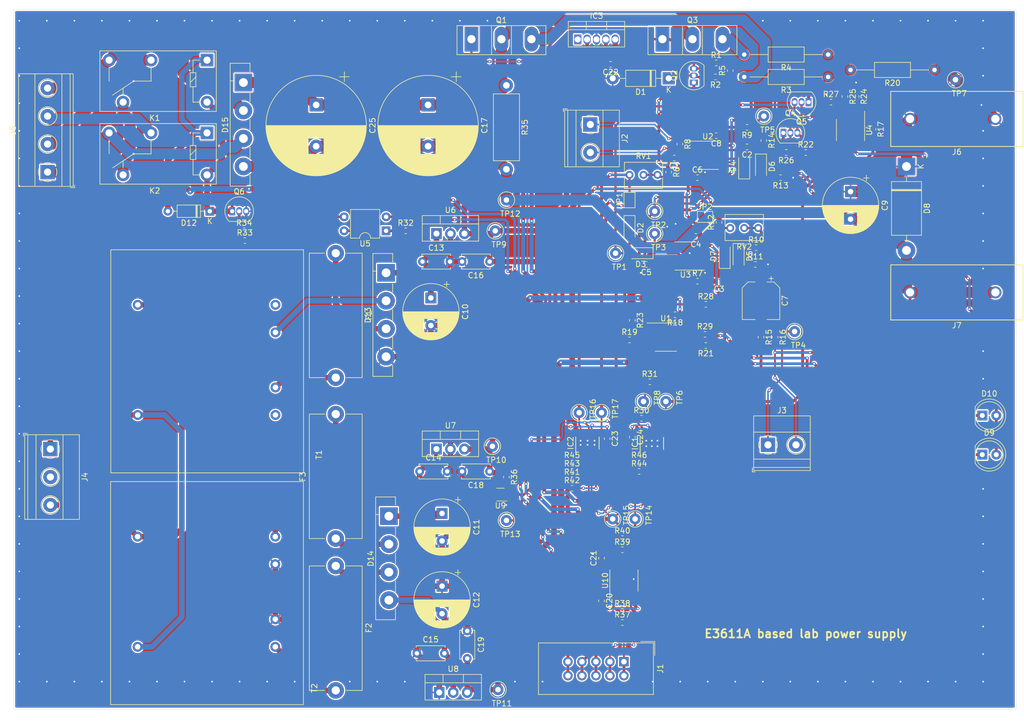
<source format=kicad_pcb>
(kicad_pcb (version 20171130) (host pcbnew 5.1.5+dfsg1-2build2)
  (layers (0 F.Cu signal) (31 B.Cu signal) (34 B.Paste user) (35 F.Paste user) (36 B.SilkS user) (37 F.SilkS user) (38 B.Mask user) (39 F.Mask user) (44 Edge.Cuts user))
  (net 0 "")
  (net 1 "Net-(C1-Pad2)")
  (net 2 GNDREF)
  (net 3 "Net-(C2-Pad2)")
  (net 4 "Net-(C2-Pad1)")
  (net 5 "Net-(C3-Pad2)")
  (net 6 "Net-(C3-Pad1)")
  (net 7 GND)
  (net 8 -12V)
  (net 9 +12V)
  (net 10 "Net-(C7-Pad2)")
  (net 11 "Net-(C7-Pad1)")
  (net 12 "Net-(C10-Pad1)")
  (net 13 "Net-(C11-Pad1)")
  (net 14 "Net-(C12-Pad2)")
  (net 15 +5VA)
  (net 16 VCC)
  (net 17 /Digital/IS_GND)
  (net 18 /Digital/IS_5V)
  (net 19 "Net-(D1-Pad1)")
  (net 20 "Net-(D2-Pad2)")
  (net 21 "Net-(D3-Pad1)")
  (net 22 "Net-(D4-Pad1)")
  (net 23 "Net-(D5-Pad1)")
  (net 24 "Net-(D9-Pad1)")
  (net 25 "Net-(D10-Pad1)")
  (net 26 "Net-(D12-Pad1)")
  (net 27 "Net-(D13-Pad2)")
  (net 28 "Net-(D13-Pad3)")
  (net 29 "Net-(D14-Pad2)")
  (net 30 "Net-(D14-Pad3)")
  (net 31 "Net-(D15-Pad2)")
  (net 32 "Net-(D15-Pad3)")
  (net 33 "Net-(F1-Pad2)")
  (net 34 "Net-(F2-Pad2)")
  (net 35 "Net-(F3-Pad2)")
  (net 36 +5F)
  (net 37 /Analog/CH3)
  (net 38 /Analog/CH2)
  (net 39 /Analog/CH1)
  (net 40 /Analog/CH0)
  (net 41 "Net-(IC1-Pad3)")
  (net 42 "Net-(IC1-Pad2)")
  (net 43 /Analog/Volt)
  (net 44 /Analog/Curr)
  (net 45 "Net-(IC2-Pad6)")
  (net 46 SDA)
  (net 47 SCL)
  (net 48 "Net-(IC2-Pad3)")
  (net 49 "Net-(IC2-Pad2)")
  (net 50 "Net-(IC2-Pad1)")
  (net 51 /Power/IS_RLY)
  (net 52 /Digital/IS_SCL)
  (net 53 /Digital/IS_SDA)
  (net 54 "Net-(J2-Pad1)")
  (net 55 "Net-(J4-Pad3)")
  (net 56 "Net-(J4-Pad2)")
  (net 57 "Net-(J4-Pad1)")
  (net 58 "Net-(J5-Pad3)")
  (net 59 "Net-(J5-Pad2)")
  (net 60 "Net-(K1-Pad4)")
  (net 61 "Net-(Q1-Pad3)")
  (net 62 "Net-(Q1-Pad1)")
  (net 63 "Net-(Q3-Pad3)")
  (net 64 "Net-(Q4-Pad3)")
  (net 65 "Net-(Q4-Pad2)")
  (net 66 "Net-(Q5-Pad1)")
  (net 67 "Net-(Q6-Pad2)")
  (net 68 "Net-(R6-Pad2)")
  (net 69 "Net-(R12-Pad1)")
  (net 70 "Net-(R17-Pad1)")
  (net 71 "Net-(R18-Pad2)")
  (net 72 "Net-(R19-Pad2)")
  (net 73 "Net-(R21-Pad2)")
  (net 74 "Net-(R25-Pad2)")
  (net 75 "Net-(R28-Pad1)")
  (net 76 "Net-(R29-Pad1)")
  (net 77 "Net-(R32-Pad1)")
  (net 78 "Net-(R33-Pad2)")
  (net 79 "Net-(U3-Pad8)")
  (net 80 "Net-(U3-Pad5)")
  (net 81 "Net-(U3-Pad1)")
  (net 82 "Net-(U4-Pad8)")
  (net 83 "Net-(U4-Pad5)")
  (net 84 "Net-(U4-Pad1)")
  (module riklib:24.243_Banana_plug (layer F.Cu) (at 205.232 84.328)
    (fp_text reference J7 (at 0 6) (layer F.SilkS))
    (fp_text value Conn_01x01)
    (pad 1 thru_hole circle (at 7 0) (size 2.2 2.2) (drill 1.5) (layers *.Cu *.Mask) (net 7 GND))
    (pad 1 thru_hole circle (at -8.5 0) (size 2.2 2.2) (drill 1.5) (layers *.Cu *.Mask) (net 7 GND))
  )
  (module riklib:24.243_Banana_plug (layer F.Cu) (at 205.232 52.832)
    (fp_text reference J6 (at 0 6) (layer F.SilkS))
    (fp_text value Conn_01x01)
    (pad 1 thru_hole circle (at 7 0) (size 2.2 2.2) (drill 1.5) (layers *.Cu *.Mask) (net 2 GNDREF))
    (pad 1 thru_hole circle (at -8.5 0) (size 2.2 2.2) (drill 1.5) (layers *.Cu *.Mask) (net 2 GNDREF))
  )
  (module Package_TO_SOT_THT:TO-220-3_Vertical (layer F.Cu) (at 111.252 156.972)
    (fp_text reference U8 (at 2.54 -4.27) (layer F.SilkS))
    (fp_text value L7912)
    (pad 3 thru_hole oval (at 5.08 0) (size 1.905 2) (drill 1.1) (layers *.Cu *.Mask) (net 8 -12V))
    (pad 2 thru_hole oval (at 2.54 0) (size 1.905 2) (drill 1.1) (layers *.Cu *.Mask) (net 14 "Net-(C12-Pad2)"))
    (pad 1 thru_hole rect (at 0 0) (size 1.905 2) (drill 1.1) (layers *.Cu *.Mask) (net 2 GNDREF))
  )
  (module Package_SO:SOIC-8_3.9x4.9mm_P1.27mm (layer F.Cu) (at 144.78 136.652 90)
    (fp_text reference U10 (at 0 -3.4 90) (layer F.SilkS))
    (fp_text value ISO1540)
    (pad 8 smd roundrect (at 2.475 -1.905 90) (size 1.95 0.6) (layers F.Cu F.Paste F.Mask) (net 15 +5VA))
    (pad 7 smd roundrect (at 2.475 -0.635 90) (size 1.95 0.6) (layers F.Cu F.Paste F.Mask) (net 46 SDA))
    (pad 6 smd roundrect (at 2.475 0.635 90) (size 1.95 0.6) (layers F.Cu F.Paste F.Mask) (net 47 SCL))
    (pad 5 smd roundrect (at 2.475 1.905 90) (size 1.95 0.6) (layers F.Cu F.Paste F.Mask) (net 2 GNDREF))
    (pad 4 smd roundrect (at -2.475 1.905 90) (size 1.95 0.6) (layers F.Cu F.Paste F.Mask) (net 17 /Digital/IS_GND))
    (pad 3 smd roundrect (at -2.475 0.635 90) (size 1.95 0.6) (layers F.Cu F.Paste F.Mask) (net 52 /Digital/IS_SCL))
    (pad 2 smd roundrect (at -2.475 -0.635 90) (size 1.95 0.6) (layers F.Cu F.Paste F.Mask) (net 53 /Digital/IS_SDA))
    (pad 1 smd roundrect (at -2.475 -1.905 90) (size 1.95 0.6) (layers F.Cu F.Paste F.Mask) (net 18 /Digital/IS_5V))
  )
  (module Package_TO_SOT_SMD:SOT-353_SC-70-5 (layer F.Cu) (at 122.362 121.046 180)
    (fp_text reference U9 (at 0 -2) (layer F.SilkS))
    (fp_text value LM4040DCK-5)
    (pad 5 smd rect (at 0.95 -0.65 180) (size 0.65 0.4) (layers F.Cu F.Paste F.Mask))
    (pad 4 smd rect (at 0.95 0.65 180) (size 0.65 0.4) (layers F.Cu F.Paste F.Mask))
    (pad 2 smd rect (at -0.95 0 180) (size 0.65 0.4) (layers F.Cu F.Paste F.Mask))
    (pad 3 smd rect (at -0.95 0.65 180) (size 0.65 0.4) (layers F.Cu F.Paste F.Mask) (net 36 +5F))
    (pad 1 smd rect (at -0.95 -0.65 180) (size 0.65 0.4) (layers F.Cu F.Paste F.Mask) (net 2 GNDREF))
  )
  (module Package_TO_SOT_THT:TO-220-3_Vertical (layer F.Cu) (at 110.744 112.776)
    (fp_text reference U7 (at 2.54 -4.27) (layer F.SilkS))
    (fp_text value L7812)
    (pad 3 thru_hole oval (at 5.08 0) (size 1.905 2) (drill 1.1) (layers *.Cu *.Mask) (net 9 +12V))
    (pad 2 thru_hole oval (at 2.54 0) (size 1.905 2) (drill 1.1) (layers *.Cu *.Mask) (net 2 GNDREF))
    (pad 1 thru_hole rect (at 0 0) (size 1.905 2) (drill 1.1) (layers *.Cu *.Mask) (net 13 "Net-(C11-Pad1)"))
  )
  (module Package_TO_SOT_THT:TO-220-3_Vertical (layer F.Cu) (at 110.744 73.66)
    (fp_text reference U6 (at 2.54 -4.27) (layer F.SilkS))
    (fp_text value L7805)
    (pad 3 thru_hole oval (at 5.08 0) (size 1.905 2) (drill 1.1) (layers *.Cu *.Mask) (net 15 +5VA))
    (pad 2 thru_hole oval (at 2.54 0) (size 1.905 2) (drill 1.1) (layers *.Cu *.Mask) (net 2 GNDREF))
    (pad 1 thru_hole rect (at 0 0) (size 1.905 2) (drill 1.1) (layers *.Cu *.Mask) (net 12 "Net-(C10-Pad1)"))
  )
  (module Package_DIP:DIP-4_W7.62mm (layer F.Cu) (at 101.6 73.152 180)
    (fp_text reference U5 (at 3.81 -2.33) (layer F.SilkS))
    (fp_text value EL817)
    (pad 4 thru_hole oval (at 7.62 0 180) (size 1.6 1.6) (drill 0.8) (layers *.Cu *.Mask) (net 26 "Net-(D12-Pad1)"))
    (pad 2 thru_hole oval (at 0 2.54 180) (size 1.6 1.6) (drill 0.8) (layers *.Cu *.Mask) (net 17 /Digital/IS_GND))
    (pad 3 thru_hole oval (at 7.62 2.54 180) (size 1.6 1.6) (drill 0.8) (layers *.Cu *.Mask) (net 78 "Net-(R33-Pad2)"))
    (pad 1 thru_hole rect (at 0 0 180) (size 1.6 1.6) (drill 0.8) (layers *.Cu *.Mask) (net 77 "Net-(R32-Pad1)"))
  )
  (module Package_SO:SOIC-8_3.9x4.9mm_P1.27mm (layer F.Cu) (at 185.928 54.864 270)
    (fp_text reference U4 (at 0 -3.4 90) (layer F.SilkS))
    (fp_text value LF441)
    (pad 8 smd roundrect (at 2.475 -1.905 270) (size 1.95 0.6) (layers F.Cu F.Paste F.Mask) (net 82 "Net-(U4-Pad8)"))
    (pad 7 smd roundrect (at 2.475 -0.635 270) (size 1.95 0.6) (layers F.Cu F.Paste F.Mask) (net 9 +12V))
    (pad 6 smd roundrect (at 2.475 0.635 270) (size 1.95 0.6) (layers F.Cu F.Paste F.Mask) (net 38 /Analog/CH2))
    (pad 5 smd roundrect (at 2.475 1.905 270) (size 1.95 0.6) (layers F.Cu F.Paste F.Mask) (net 83 "Net-(U4-Pad5)"))
    (pad 4 smd roundrect (at -2.475 1.905 270) (size 1.95 0.6) (layers F.Cu F.Paste F.Mask) (net 8 -12V))
    (pad 3 smd roundrect (at -2.475 0.635 270) (size 1.95 0.6) (layers F.Cu F.Paste F.Mask) (net 74 "Net-(R25-Pad2)"))
    (pad 2 smd roundrect (at -2.475 -0.635 270) (size 1.95 0.6) (layers F.Cu F.Paste F.Mask) (net 70 "Net-(R17-Pad1)"))
    (pad 1 smd roundrect (at -2.475 -1.905 270) (size 1.95 0.6) (layers F.Cu F.Paste F.Mask) (net 84 "Net-(U4-Pad1)"))
  )
  (module Package_SO:SOIC-8_3.9x4.9mm_P1.27mm (layer F.Cu) (at 155.956 77.724 180)
    (fp_text reference U3 (at 0 -3.4) (layer F.SilkS))
    (fp_text value LF441)
    (pad 8 smd roundrect (at 2.475 -1.905 180) (size 1.95 0.6) (layers F.Cu F.Paste F.Mask) (net 79 "Net-(U3-Pad8)"))
    (pad 7 smd roundrect (at 2.475 -0.635 180) (size 1.95 0.6) (layers F.Cu F.Paste F.Mask) (net 9 +12V))
    (pad 6 smd roundrect (at 2.475 0.635 180) (size 1.95 0.6) (layers F.Cu F.Paste F.Mask) (net 21 "Net-(D3-Pad1)"))
    (pad 5 smd roundrect (at 2.475 1.905 180) (size 1.95 0.6) (layers F.Cu F.Paste F.Mask) (net 80 "Net-(U3-Pad5)"))
    (pad 4 smd roundrect (at -2.475 1.905 180) (size 1.95 0.6) (layers F.Cu F.Paste F.Mask) (net 8 -12V))
    (pad 3 smd roundrect (at -2.475 0.635 180) (size 1.95 0.6) (layers F.Cu F.Paste F.Mask) (net 23 "Net-(D5-Pad1)"))
    (pad 2 smd roundrect (at -2.475 -0.635 180) (size 1.95 0.6) (layers F.Cu F.Paste F.Mask) (net 6 "Net-(C3-Pad1)"))
    (pad 1 smd roundrect (at -2.475 -1.905 180) (size 1.95 0.6) (layers F.Cu F.Paste F.Mask) (net 81 "Net-(U3-Pad1)"))
  )
  (module Package_SO:SOIC-8_3.9x4.9mm_P1.27mm (layer F.Cu) (at 160.02 59.436)
    (fp_text reference U2 (at 0 -3.4) (layer F.SilkS))
    (fp_text value OP275)
    (pad 8 smd roundrect (at 2.475 -1.905) (size 1.95 0.6) (layers F.Cu F.Paste F.Mask) (net 9 +12V))
    (pad 7 smd roundrect (at 2.475 -0.635) (size 1.95 0.6) (layers F.Cu F.Paste F.Mask) (net 3 "Net-(C2-Pad2)"))
    (pad 6 smd roundrect (at 2.475 0.635) (size 1.95 0.6) (layers F.Cu F.Paste F.Mask) (net 4 "Net-(C2-Pad1)"))
    (pad 5 smd roundrect (at 2.475 1.905) (size 1.95 0.6) (layers F.Cu F.Paste F.Mask) (net 22 "Net-(D4-Pad1)"))
    (pad 4 smd roundrect (at -2.475 1.905) (size 1.95 0.6) (layers F.Cu F.Paste F.Mask) (net 8 -12V))
    (pad 3 smd roundrect (at -2.475 0.635) (size 1.95 0.6) (layers F.Cu F.Paste F.Mask) (net 2 GNDREF))
    (pad 2 smd roundrect (at -2.475 -0.635) (size 1.95 0.6) (layers F.Cu F.Paste F.Mask) (net 1 "Net-(C1-Pad2)"))
    (pad 1 smd roundrect (at -2.475 -1.905) (size 1.95 0.6) (layers F.Cu F.Paste F.Mask) (net 54 "Net-(J2-Pad1)"))
  )
  (module Package_SO:SOIC-8_3.9x4.9mm_P1.27mm (layer F.Cu) (at 152.4 92.456)
    (fp_text reference U1 (at 0 -3.4) (layer F.SilkS))
    (fp_text value LM393)
    (pad 8 smd roundrect (at 2.475 -1.905) (size 1.95 0.6) (layers F.Cu F.Paste F.Mask) (net 9 +12V))
    (pad 7 smd roundrect (at 2.475 -0.635) (size 1.95 0.6) (layers F.Cu F.Paste F.Mask) (net 76 "Net-(R29-Pad1)"))
    (pad 6 smd roundrect (at 2.475 0.635) (size 1.95 0.6) (layers F.Cu F.Paste F.Mask) (net 73 "Net-(R21-Pad2)"))
    (pad 5 smd roundrect (at 2.475 1.905) (size 1.95 0.6) (layers F.Cu F.Paste F.Mask) (net 71 "Net-(R18-Pad2)"))
    (pad 4 smd roundrect (at -2.475 1.905) (size 1.95 0.6) (layers F.Cu F.Paste F.Mask) (net 8 -12V))
    (pad 3 smd roundrect (at -2.475 0.635) (size 1.95 0.6) (layers F.Cu F.Paste F.Mask) (net 72 "Net-(R19-Pad2)"))
    (pad 2 smd roundrect (at -2.475 -0.635) (size 1.95 0.6) (layers F.Cu F.Paste F.Mask) (net 71 "Net-(R18-Pad2)"))
    (pad 1 smd roundrect (at -2.475 -1.905) (size 1.95 0.6) (layers F.Cu F.Paste F.Mask) (net 75 "Net-(R28-Pad1)"))
  )
  (module TestPoint:TestPoint_Loop_D1.80mm_Drill1.0mm_Beaded (layer F.Cu) (at 140.716 106.172 90)
    (fp_text reference TP17 (at 0.7 2.5 90) (layer F.SilkS))
    (fp_text value TestPoint)
    (pad 1 thru_hole circle (at 0 0 90) (size 2 2) (drill 1) (layers *.Cu *.Mask) (net 44 /Analog/Curr))
  )
  (module TestPoint:TestPoint_Loop_D1.80mm_Drill1.0mm_Beaded (layer F.Cu) (at 136.652 106.172 90)
    (fp_text reference TP16 (at 0.7 2.5 90) (layer F.SilkS))
    (fp_text value TestPoint)
    (pad 1 thru_hole circle (at 0 0 90) (size 2 2) (drill 1) (layers *.Cu *.Mask) (net 43 /Analog/Volt))
  )
  (module TestPoint:TestPoint_Loop_D1.80mm_Drill1.0mm_Beaded (layer F.Cu) (at 142.748 125.476 90)
    (fp_text reference TP15 (at 0.7 2.5 90) (layer F.SilkS))
    (fp_text value TestPoint)
    (pad 1 thru_hole circle (at 0 0 90) (size 2 2) (drill 1) (layers *.Cu *.Mask) (net 46 SDA))
  )
  (module TestPoint:TestPoint_Loop_D1.80mm_Drill1.0mm_Beaded (layer F.Cu) (at 146.812 125.476 90)
    (fp_text reference TP14 (at 0.7 2.5 90) (layer F.SilkS))
    (fp_text value TestPoint)
    (pad 1 thru_hole circle (at 0 0 90) (size 2 2) (drill 1) (layers *.Cu *.Mask) (net 47 SCL))
  )
  (module TestPoint:TestPoint_Loop_D1.80mm_Drill1.0mm_Beaded (layer F.Cu) (at 123.444 125.73)
    (fp_text reference TP13 (at 0.7 2.5) (layer F.SilkS))
    (fp_text value TestPoint)
    (pad 1 thru_hole circle (at 0 0) (size 2 2) (drill 1) (layers *.Cu *.Mask) (net 36 +5F))
  )
  (module TestPoint:TestPoint_Loop_D1.80mm_Drill1.0mm_Beaded (layer F.Cu) (at 123.444 67.564)
    (fp_text reference TP12 (at 0.7 2.5) (layer F.SilkS))
    (fp_text value TestPoint)
    (pad 1 thru_hole circle (at 0 0) (size 2 2) (drill 1) (layers *.Cu *.Mask) (net 7 GND))
  )
  (module TestPoint:TestPoint_Loop_D1.80mm_Drill1.0mm_Beaded (layer F.Cu) (at 121.92 156.464)
    (fp_text reference TP11 (at 0.7 2.5) (layer F.SilkS))
    (fp_text value TestPoint)
    (pad 1 thru_hole circle (at 0 0) (size 2 2) (drill 1) (layers *.Cu *.Mask) (net 8 -12V))
  )
  (module TestPoint:TestPoint_Loop_D1.80mm_Drill1.0mm_Beaded (layer F.Cu) (at 120.904 112.268)
    (fp_text reference TP10 (at 0.7 2.5) (layer F.SilkS))
    (fp_text value TestPoint)
    (pad 1 thru_hole circle (at 0 0) (size 2 2) (drill 1) (layers *.Cu *.Mask) (net 9 +12V))
  )
  (module TestPoint:TestPoint_Loop_D1.80mm_Drill1.0mm_Beaded (layer F.Cu) (at 121.412 73.152)
    (fp_text reference TP9 (at 0.7 2.5) (layer F.SilkS))
    (fp_text value TestPoint)
    (pad 1 thru_hole circle (at 0 0) (size 2 2) (drill 1) (layers *.Cu *.Mask) (net 15 +5VA))
  )
  (module TestPoint:TestPoint_Loop_D1.80mm_Drill1.0mm_Beaded (layer F.Cu) (at 148.336 104.14 90)
    (fp_text reference TP8 (at 0.7 2.5 90) (layer F.SilkS))
    (fp_text value TestPoint)
    (pad 1 thru_hole circle (at 0 0 90) (size 2 2) (drill 1) (layers *.Cu *.Mask) (net 37 /Analog/CH3))
  )
  (module TestPoint:TestPoint_Loop_D1.80mm_Drill1.0mm_Beaded (layer F.Cu) (at 204.978 45.72)
    (fp_text reference TP7 (at 0.7 2.5) (layer F.SilkS))
    (fp_text value TestPoint)
    (pad 1 thru_hole circle (at 0 0) (size 2 2) (drill 1) (layers *.Cu *.Mask) (net 2 GNDREF))
  )
  (module TestPoint:TestPoint_Loop_D1.80mm_Drill1.0mm_Beaded (layer F.Cu) (at 152.4 104.14 90)
    (fp_text reference TP6 (at 0.7 2.5 90) (layer F.SilkS))
    (fp_text value TestPoint)
    (pad 1 thru_hole circle (at 0 0 90) (size 2 2) (drill 1) (layers *.Cu *.Mask) (net 38 /Analog/CH2))
  )
  (module TestPoint:TestPoint_Loop_D1.80mm_Drill1.0mm_Beaded (layer F.Cu) (at 170.18 52.324)
    (fp_text reference TP5 (at 0.7 2.5) (layer F.SilkS))
    (fp_text value TestPoint)
    (pad 1 thru_hole circle (at 0 0) (size 2 2) (drill 1) (layers *.Cu *.Mask) (net 4 "Net-(C2-Pad1)"))
  )
  (module TestPoint:TestPoint_Loop_D1.80mm_Drill1.0mm_Beaded (layer F.Cu) (at 175.768 91.44)
    (fp_text reference TP4 (at 0.7 2.5) (layer F.SilkS))
    (fp_text value TestPoint)
    (pad 1 thru_hole circle (at 0 0) (size 2 2) (drill 1) (layers *.Cu *.Mask) (net 11 "Net-(C7-Pad1)"))
  )
  (module TestPoint:TestPoint_Loop_D1.80mm_Drill1.0mm_Beaded (layer F.Cu) (at 150.368 73.66)
    (fp_text reference TP3 (at 0.7 2.5) (layer F.SilkS))
    (fp_text value TestPoint)
    (pad 1 thru_hole circle (at 0 0) (size 2 2) (drill 1) (layers *.Cu *.Mask) (net 21 "Net-(D3-Pad1)"))
  )
  (module TestPoint:TestPoint_Loop_D1.80mm_Drill1.0mm_Beaded (layer F.Cu) (at 150.368 69.596)
    (fp_text reference TP2 (at 0.7 2.5) (layer F.SilkS))
    (fp_text value TestPoint)
    (pad 1 thru_hole circle (at 0 0) (size 2 2) (drill 1) (layers *.Cu *.Mask) (net 3 "Net-(C2-Pad2)"))
  )
  (module TestPoint:TestPoint_Loop_D1.80mm_Drill1.0mm_Beaded (layer F.Cu) (at 143.256 77.216)
    (fp_text reference TP1 (at 0.7 2.5) (layer F.SilkS))
    (fp_text value TestPoint)
    (pad 1 thru_hole circle (at 0 0) (size 2 2) (drill 1) (layers *.Cu *.Mask) (net 20 "Net-(D2-Pad2)"))
  )
  (module riklib:44XXX_Transformer_3.2VA (layer F.Cu) (at 68.58 138.684 90)
    (fp_text reference T2 (at -17.5 20 90) (layer F.SilkS))
    (fp_text value Transformer_1P_2S)
    (pad 1 thru_hole circle (at -10 -12.1 90) (size 1.8 1.8) (drill 1) (layers *.Cu *.Mask) (net 57 "Net-(J4-Pad1)"))
    (pad 3 thru_hole circle (at -10 12.9 90) (size 1.8 1.8) (drill 1) (layers *.Cu *.Mask) (net 34 "Net-(F2-Pad2)"))
    (pad 4 thru_hole circle (at -5 12.9 90) (size 1.8 1.8) (drill 1) (layers *.Cu *.Mask) (net 2 GNDREF))
    (pad 5 thru_hole circle (at 5 12.9 90) (size 1.8 1.8) (drill 1) (layers *.Cu *.Mask) (net 2 GNDREF))
    (pad 2 thru_hole circle (at 10 -12.1 90) (size 1.8 1.8) (drill 1) (layers *.Cu *.Mask) (net 55 "Net-(J4-Pad3)"))
    (pad 6 thru_hole circle (at 10 12.9 90) (size 1.8 1.8) (drill 1) (layers *.Cu *.Mask) (net 35 "Net-(F3-Pad2)"))
  )
  (module riklib:44XXX_Transformer_3.2VA_Single (layer F.Cu) (at 38.608 101.092 90)
    (fp_text reference T1 (at -12.7 50.8 90) (layer F.SilkS))
    (fp_text value Transformer_1P_1S)
    (pad 3 thru_hole circle (at 9.5 42.9 90) (size 1.8 1.8) (drill 1) (layers *.Cu *.Mask) (net 27 "Net-(D13-Pad2)"))
    (pad 6 thru_hole circle (at 14.5 42.9 90) (size 1.8 1.8) (drill 1) (layers *.Cu *.Mask))
    (pad 5 thru_hole circle (at -5.5 42.9 90) (size 1.8 1.8) (drill 1) (layers *.Cu *.Mask))
    (pad 4 thru_hole circle (at -0.5 42.9 90) (size 1.8 1.8) (drill 1) (layers *.Cu *.Mask) (net 33 "Net-(F1-Pad2)"))
    (pad 2 thru_hole circle (at 14.5 17.9 90) (size 1.8 1.8) (drill 1) (layers *.Cu *.Mask) (net 55 "Net-(J4-Pad3)"))
    (pad 1 thru_hole circle (at -5.5 17.9 90) (size 1.8 1.8) (drill 1) (layers *.Cu *.Mask) (net 57 "Net-(J4-Pad1)"))
  )
  (module Potentiometer_THT:Potentiometer_Bourns_3266Y_Vertical (layer F.Cu) (at 164.084 72.644 180)
    (fp_text reference RV2 (at -2.54 -3.41) (layer F.SilkS))
    (fp_text value 500R)
    (pad 3 thru_hole circle (at -5.08 0 180) (size 1.44 1.44) (drill 0.8) (layers *.Cu *.Mask) (net 11 "Net-(C7-Pad1)"))
    (pad 2 thru_hole circle (at -2.54 0 180) (size 1.44 1.44) (drill 0.8) (layers *.Cu *.Mask) (net 11 "Net-(C7-Pad1)"))
    (pad 1 thru_hole circle (at 0 0 180) (size 1.44 1.44) (drill 0.8) (layers *.Cu *.Mask) (net 69 "Net-(R12-Pad1)"))
  )
  (module Potentiometer_THT:Potentiometer_Bourns_3266Y_Vertical (layer F.Cu) (at 150.876 62.992)
    (fp_text reference RV1 (at -2.54 -3.41) (layer F.SilkS))
    (fp_text value 5K)
    (pad 3 thru_hole circle (at -5.08 0) (size 1.44 1.44) (drill 0.8) (layers *.Cu *.Mask) (net 44 /Analog/Curr))
    (pad 2 thru_hole circle (at -2.54 0) (size 1.44 1.44) (drill 0.8) (layers *.Cu *.Mask) (net 68 "Net-(R6-Pad2)"))
    (pad 1 thru_hole circle (at 0 0) (size 1.44 1.44) (drill 0.8) (layers *.Cu *.Mask) (net 68 "Net-(R6-Pad2)"))
  )
  (module Resistor_SMD:R_0603_1608Metric (layer F.Cu) (at 147.5485 115.316)
    (fp_text reference R46 (at 0 -1.43) (layer F.SilkS))
    (fp_text value 10K)
    (pad 2 smd roundrect (at 0.7875 0) (size 0.875 0.95) (layers F.Cu F.Paste F.Mask) (net 42 "Net-(IC1-Pad2)"))
    (pad 1 smd roundrect (at -0.7875 0) (size 0.875 0.95) (layers F.Cu F.Paste F.Mask) (net 15 +5VA))
  )
  (module Resistor_SMD:R_0603_1608Metric (layer F.Cu) (at 135.3565 115.316)
    (fp_text reference R45 (at 0 -1.43) (layer F.SilkS))
    (fp_text value 10K)
    (pad 2 smd roundrect (at 0.7875 0) (size 0.875 0.95) (layers F.Cu F.Paste F.Mask) (net 50 "Net-(IC2-Pad1)"))
    (pad 1 smd roundrect (at -0.7875 0) (size 0.875 0.95) (layers F.Cu F.Paste F.Mask) (net 15 +5VA))
  )
  (module Resistor_SMD:R_0603_1608Metric (layer F.Cu) (at 147.5485 116.84)
    (fp_text reference R44 (at 0 -1.43) (layer F.SilkS))
    (fp_text value 10K)
    (pad 2 smd roundrect (at 0.7875 0) (size 0.875 0.95) (layers F.Cu F.Paste F.Mask) (net 41 "Net-(IC1-Pad3)"))
    (pad 1 smd roundrect (at -0.7875 0) (size 0.875 0.95) (layers F.Cu F.Paste F.Mask) (net 15 +5VA))
  )
  (module Resistor_SMD:R_0603_1608Metric (layer F.Cu) (at 135.3565 116.84)
    (fp_text reference R43 (at 0 -1.43) (layer F.SilkS))
    (fp_text value 10K)
    (pad 2 smd roundrect (at 0.7875 0) (size 0.875 0.95) (layers F.Cu F.Paste F.Mask) (net 49 "Net-(IC2-Pad2)"))
    (pad 1 smd roundrect (at -0.7875 0) (size 0.875 0.95) (layers F.Cu F.Paste F.Mask) (net 15 +5VA))
  )
  (module Resistor_SMD:R_0603_1608Metric (layer F.Cu) (at 135.3565 119.888)
    (fp_text reference R42 (at 0 -1.43) (layer F.SilkS))
    (fp_text value 10K)
    (pad 2 smd roundrect (at 0.7875 0) (size 0.875 0.95) (layers F.Cu F.Paste F.Mask) (net 45 "Net-(IC2-Pad6)"))
    (pad 1 smd roundrect (at -0.7875 0) (size 0.875 0.95) (layers F.Cu F.Paste F.Mask) (net 15 +5VA))
  )
  (module Resistor_SMD:R_0603_1608Metric (layer F.Cu) (at 135.3565 118.364)
    (fp_text reference R41 (at 0 -1.43) (layer F.SilkS))
    (fp_text value 10K)
    (pad 2 smd roundrect (at 0.7875 0) (size 0.875 0.95) (layers F.Cu F.Paste F.Mask) (net 48 "Net-(IC2-Pad3)"))
    (pad 1 smd roundrect (at -0.7875 0) (size 0.875 0.95) (layers F.Cu F.Paste F.Mask) (net 15 +5VA))
  )
  (module Resistor_SMD:R_0603_1608Metric (layer F.Cu) (at 144.5005 129.032)
    (fp_text reference R40 (at 0 -1.43) (layer F.SilkS))
    (fp_text value 3.3K)
    (pad 2 smd roundrect (at 0.7875 0) (size 0.875 0.95) (layers F.Cu F.Paste F.Mask) (net 46 SDA))
    (pad 1 smd roundrect (at -0.7875 0) (size 0.875 0.95) (layers F.Cu F.Paste F.Mask) (net 15 +5VA))
  )
  (module Resistor_SMD:R_0603_1608Metric (layer F.Cu) (at 144.5005 131.064)
    (fp_text reference R39 (at 0 -1.43) (layer F.SilkS))
    (fp_text value 3.3K)
    (pad 2 smd roundrect (at 0.7875 0) (size 0.875 0.95) (layers F.Cu F.Paste F.Mask) (net 47 SCL))
    (pad 1 smd roundrect (at -0.7875 0) (size 0.875 0.95) (layers F.Cu F.Paste F.Mask) (net 15 +5VA))
  )
  (module Resistor_SMD:R_0603_1608Metric (layer F.Cu) (at 144.5005 142.24)
    (fp_text reference R38 (at 0 -1.43) (layer F.SilkS))
    (fp_text value 3.3K)
    (pad 2 smd roundrect (at 0.7875 0) (size 0.875 0.95) (layers F.Cu F.Paste F.Mask) (net 52 /Digital/IS_SCL))
    (pad 1 smd roundrect (at -0.7875 0) (size 0.875 0.95) (layers F.Cu F.Paste F.Mask) (net 18 /Digital/IS_5V))
  )
  (module Resistor_SMD:R_0603_1608Metric (layer F.Cu) (at 144.5005 144.272)
    (fp_text reference R37 (at 0 -1.43) (layer F.SilkS))
    (fp_text value 3.3K)
    (pad 2 smd roundrect (at 0.7875 0) (size 0.875 0.95) (layers F.Cu F.Paste F.Mask) (net 53 /Digital/IS_SDA))
    (pad 1 smd roundrect (at -0.7875 0) (size 0.875 0.95) (layers F.Cu F.Paste F.Mask) (net 18 /Digital/IS_5V))
  )
  (module Resistor_SMD:R_0603_1608Metric (layer F.Cu) (at 123.444 117.856 270)
    (fp_text reference R36 (at 0 -1.43 90) (layer F.SilkS))
    (fp_text value 1K)
    (pad 2 smd roundrect (at 0.7875 0 270) (size 0.875 0.95) (layers F.Cu F.Paste F.Mask) (net 36 +5F))
    (pad 1 smd roundrect (at -0.7875 0 270) (size 0.875 0.95) (layers F.Cu F.Paste F.Mask) (net 9 +12V))
  )
  (module Resistor_THT:R_Axial_DIN0414_L11.9mm_D4.5mm_P15.24mm_Horizontal (layer F.Cu) (at 123.444 46.736 270)
    (fp_text reference R35 (at 7.62 -3.37 90) (layer F.SilkS))
    (fp_text value 5K)
    (pad 2 thru_hole oval (at 15.24 0 270) (size 2.4 2.4) (drill 1.2) (layers *.Cu *.Mask) (net 7 GND))
    (pad 1 thru_hole circle (at 0 0 270) (size 2.4 2.4) (drill 1.2) (layers *.Cu *.Mask) (net 16 VCC))
  )
  (module Resistor_SMD:R_0603_1608Metric_Pad1.05x0.95mm_HandSolder (layer F.Cu) (at 75.833 73.152)
    (fp_text reference R34 (at 0 -1.43) (layer F.SilkS))
    (fp_text value 10K)
    (pad 2 smd roundrect (at 0.875 0) (size 1.05 0.95) (layers F.Cu F.Paste F.Mask) (net 2 GNDREF))
    (pad 1 smd roundrect (at -0.875 0) (size 1.05 0.95) (layers F.Cu F.Paste F.Mask) (net 67 "Net-(Q6-Pad2)"))
  )
  (module Resistor_SMD:R_0603_1608Metric_Pad1.05x0.95mm_HandSolder (layer F.Cu) (at 75.946 74.93)
    (fp_text reference R33 (at 0 -1.43) (layer F.SilkS))
    (fp_text value 1K)
    (pad 2 smd roundrect (at 0.875 0) (size 1.05 0.95) (layers F.Cu F.Paste F.Mask) (net 78 "Net-(R33-Pad2)"))
    (pad 1 smd roundrect (at -0.875 0) (size 1.05 0.95) (layers F.Cu F.Paste F.Mask) (net 67 "Net-(Q6-Pad2)"))
  )
  (module Resistor_SMD:R_0603_1608Metric_Pad1.05x0.95mm_HandSolder (layer F.Cu) (at 105.156 73.152)
    (fp_text reference R32 (at 0 -1.43) (layer F.SilkS))
    (fp_text value 1K)
    (pad 2 smd roundrect (at 0.875 0) (size 1.05 0.95) (layers F.Cu F.Paste F.Mask) (net 51 /Power/IS_RLY))
    (pad 1 smd roundrect (at -0.875 0) (size 1.05 0.95) (layers F.Cu F.Paste F.Mask) (net 77 "Net-(R32-Pad1)"))
  )
  (module Resistor_SMD:R_0603_1608Metric_Pad1.05x0.95mm_HandSolder (layer F.Cu) (at 149.493 100.584)
    (fp_text reference R31 (at 0 -1.43) (layer F.SilkS))
    (fp_text value 39K)
    (pad 2 smd roundrect (at 0.875 0) (size 1.05 0.95) (layers F.Cu F.Paste F.Mask) (net 7 GND))
    (pad 1 smd roundrect (at -0.875 0) (size 1.05 0.95) (layers F.Cu F.Paste F.Mask) (net 37 /Analog/CH3))
  )
  (module Resistor_SMD:R_0603_1608Metric_Pad1.05x0.95mm_HandSolder (layer F.Cu) (at 147.969 107.188)
    (fp_text reference R30 (at 0 -1.43) (layer F.SilkS))
    (fp_text value 4.7K)
    (pad 2 smd roundrect (at 0.875 0) (size 1.05 0.95) (layers F.Cu F.Paste F.Mask) (net 37 /Analog/CH3))
    (pad 1 smd roundrect (at -0.875 0) (size 1.05 0.95) (layers F.Cu F.Paste F.Mask) (net 36 +5F))
  )
  (module Resistor_SMD:R_0603_1608Metric_Pad1.05x0.95mm_HandSolder (layer F.Cu) (at 159.512 91.948)
    (fp_text reference R29 (at 0 -1.43) (layer F.SilkS))
    (fp_text value 1K)
    (pad 2 smd roundrect (at 0.875 0) (size 1.05 0.95) (layers F.Cu F.Paste F.Mask) (net 25 "Net-(D10-Pad1)"))
    (pad 1 smd roundrect (at -0.875 0) (size 1.05 0.95) (layers F.Cu F.Paste F.Mask) (net 76 "Net-(R29-Pad1)"))
  )
  (module Resistor_SMD:R_0603_1608Metric_Pad1.05x0.95mm_HandSolder (layer F.Cu) (at 159.653 86.501)
    (fp_text reference R28 (at 0 -1.43) (layer F.SilkS))
    (fp_text value 1K)
    (pad 2 smd roundrect (at 0.875 0) (size 1.05 0.95) (layers F.Cu F.Paste F.Mask) (net 24 "Net-(D9-Pad1)"))
    (pad 1 smd roundrect (at -0.875 0) (size 1.05 0.95) (layers F.Cu F.Paste F.Mask) (net 75 "Net-(R28-Pad1)"))
  )
  (module Resistor_SMD:R_0603_1608Metric_Pad1.05x0.95mm_HandSolder (layer F.Cu) (at 182.372 49.784)
    (fp_text reference R27 (at 0 -1.43) (layer F.SilkS))
    (fp_text value 39K)
    (pad 2 smd roundrect (at 0.875 0) (size 1.05 0.95) (layers F.Cu F.Paste F.Mask) (net 74 "Net-(R25-Pad2)"))
    (pad 1 smd roundrect (at -0.875 0) (size 1.05 0.95) (layers F.Cu F.Paste F.Mask) (net 2 GNDREF))
  )
  (module Resistor_SMD:R_0603_1608Metric_Pad1.05x0.95mm_HandSolder (layer F.Cu) (at 174.244 58.928 180)
    (fp_text reference R26 (at 0 -1.43) (layer F.SilkS))
    (fp_text value 330R)
    (pad 2 smd roundrect (at 0.875 0 180) (size 1.05 0.95) (layers F.Cu F.Paste F.Mask) (net 7 GND))
    (pad 1 smd roundrect (at -0.875 0 180) (size 1.05 0.95) (layers F.Cu F.Paste F.Mask) (net 65 "Net-(Q4-Pad2)"))
  )
  (module Resistor_SMD:R_0603_1608Metric_Pad1.05x0.95mm_HandSolder (layer F.Cu) (at 184.912 48.768 270)
    (fp_text reference R25 (at 0 -1.43 90) (layer F.SilkS))
    (fp_text value 5K)
    (pad 2 smd roundrect (at 0.875 0 270) (size 1.05 0.95) (layers F.Cu F.Paste F.Mask) (net 74 "Net-(R25-Pad2)"))
    (pad 1 smd roundrect (at -0.875 0 270) (size 1.05 0.95) (layers F.Cu F.Paste F.Mask) (net 66 "Net-(Q5-Pad1)"))
  )
  (module Resistor_SMD:R_0603_1608Metric_Pad1.05x0.95mm_HandSolder (layer F.Cu) (at 186.944 48.768 270)
    (fp_text reference R24 (at 0 -1.43 90) (layer F.SilkS))
    (fp_text value 5K)
    (pad 2 smd roundrect (at 0.875 0 270) (size 1.05 0.95) (layers F.Cu F.Paste F.Mask) (net 70 "Net-(R17-Pad1)"))
    (pad 1 smd roundrect (at -0.875 0 270) (size 1.05 0.95) (layers F.Cu F.Paste F.Mask) (net 2 GNDREF))
  )
  (module Resistor_SMD:R_0603_1608Metric_Pad1.05x0.95mm_HandSolder (layer F.Cu) (at 146.304 89.408 270)
    (fp_text reference R23 (at 0 -1.43 90) (layer F.SilkS))
    (fp_text value 4.64K)
    (pad 2 smd roundrect (at 0.875 0 270) (size 1.05 0.95) (layers F.Cu F.Paste F.Mask) (net 71 "Net-(R18-Pad2)"))
    (pad 1 smd roundrect (at -0.875 0 270) (size 1.05 0.95) (layers F.Cu F.Paste F.Mask) (net 2 GNDREF))
  )
  (module Resistor_SMD:R_0603_1608Metric_Pad1.05x0.95mm_HandSolder (layer F.Cu) (at 177.8 58.928)
    (fp_text reference R22 (at 0 -1.43) (layer F.SilkS))
    (fp_text value 3.3K)
    (pad 2 smd roundrect (at 0.875 0) (size 1.05 0.95) (layers F.Cu F.Paste F.Mask) (net 9 +12V))
    (pad 1 smd roundrect (at -0.875 0) (size 1.05 0.95) (layers F.Cu F.Paste F.Mask) (net 64 "Net-(Q4-Pad3)"))
  )
  (module Resistor_SMD:R_0603_1608Metric_Pad1.05x0.95mm_HandSolder (layer F.Cu) (at 159.653 93.98 180)
    (fp_text reference R21 (at 0 -1.43) (layer F.SilkS))
    (fp_text value 10K)
    (pad 2 smd roundrect (at 0.875 0 180) (size 1.05 0.95) (layers F.Cu F.Paste F.Mask) (net 73 "Net-(R21-Pad2)"))
    (pad 1 smd roundrect (at -0.875 0 180) (size 1.05 0.95) (layers F.Cu F.Paste F.Mask) (net 21 "Net-(D3-Pad1)"))
  )
  (module Resistor_THT:R_Axial_DIN0207_L6.3mm_D2.5mm_P15.24mm_Horizontal (layer F.Cu) (at 201.168 43.942 180)
    (fp_text reference R20 (at 7.62 -2.37) (layer F.SilkS))
    (fp_text value 0.2R)
    (pad 2 thru_hole oval (at 15.24 0 180) (size 1.6 1.6) (drill 0.8) (layers *.Cu *.Mask) (net 66 "Net-(Q5-Pad1)"))
    (pad 1 thru_hole circle (at 0 0 180) (size 1.6 1.6) (drill 0.8) (layers *.Cu *.Mask) (net 2 GNDREF))
  )
  (module Resistor_SMD:R_0603_1608Metric_Pad1.05x0.95mm_HandSolder (layer F.Cu) (at 145.796 92.964)
    (fp_text reference R19 (at 0 -1.43) (layer F.SilkS))
    (fp_text value 10K)
    (pad 2 smd roundrect (at 0.875 0) (size 1.05 0.95) (layers F.Cu F.Paste F.Mask) (net 72 "Net-(R19-Pad2)"))
    (pad 1 smd roundrect (at -0.875 0) (size 1.05 0.95) (layers F.Cu F.Paste F.Mask) (net 3 "Net-(C2-Pad2)"))
  )
  (module Resistor_SMD:R_0603_1608Metric_Pad1.05x0.95mm_HandSolder (layer F.Cu) (at 154.065 88.392 180)
    (fp_text reference R18 (at 0 -1.43) (layer F.SilkS))
    (fp_text value 1K)
    (pad 2 smd roundrect (at 0.875 0 180) (size 1.05 0.95) (layers F.Cu F.Paste F.Mask) (net 71 "Net-(R18-Pad2)"))
    (pad 1 smd roundrect (at -0.875 0 180) (size 1.05 0.95) (layers F.Cu F.Paste F.Mask) (net 9 +12V))
  )
  (module Resistor_SMD:R_0603_1608Metric_Pad1.05x0.95mm_HandSolder (layer F.Cu) (at 189.992 54.723 270)
    (fp_text reference R17 (at 0 -1.43 90) (layer F.SilkS))
    (fp_text value 39K)
    (pad 2 smd roundrect (at 0.875 0 270) (size 1.05 0.95) (layers F.Cu F.Paste F.Mask) (net 38 /Analog/CH2))
    (pad 1 smd roundrect (at -0.875 0 270) (size 1.05 0.95) (layers F.Cu F.Paste F.Mask) (net 70 "Net-(R17-Pad1)"))
  )
  (module Resistor_SMD:R_0603_1608Metric_Pad1.05x0.95mm_HandSolder (layer F.Cu) (at 172.212 92.456 270)
    (fp_text reference R16 (at 0 -1.43 90) (layer F.SilkS))
    (fp_text value 5K)
    (pad 2 smd roundrect (at 0.875 0 270) (size 1.05 0.95) (layers F.Cu F.Paste F.Mask) (net 7 GND))
    (pad 1 smd roundrect (at -0.875 0 270) (size 1.05 0.95) (layers F.Cu F.Paste F.Mask) (net 11 "Net-(C7-Pad1)"))
  )
  (module Resistor_SMD:R_0603_1608Metric_Pad1.05x0.95mm_HandSolder (layer F.Cu) (at 169.672 92.456 270)
    (fp_text reference R15 (at 0 -1.43 90) (layer F.SilkS))
    (fp_text value 22R)
    (pad 2 smd roundrect (at 0.875 0 270) (size 1.05 0.95) (layers F.Cu F.Paste F.Mask) (net 7 GND))
    (pad 1 smd roundrect (at -0.875 0 270) (size 1.05 0.95) (layers F.Cu F.Paste F.Mask) (net 10 "Net-(C7-Pad2)"))
  )
  (module Resistor_SMD:R_0603_1608Metric_Pad1.05x0.95mm_HandSolder (layer F.Cu) (at 170.18 56.755 270)
    (fp_text reference R14 (at 0 -1.43 90) (layer F.SilkS))
    (fp_text value 2.5K)
    (pad 2 smd roundrect (at 0.875 0 270) (size 1.05 0.95) (layers F.Cu F.Paste F.Mask) (net 4 "Net-(C2-Pad1)"))
    (pad 1 smd roundrect (at -0.875 0 270) (size 1.05 0.95) (layers F.Cu F.Paste F.Mask) (net 66 "Net-(Q5-Pad1)"))
  )
  (module Resistor_SMD:R_0603_1608Metric_Pad1.05x0.95mm_HandSolder (layer F.Cu) (at 173.228 63.5 180)
    (fp_text reference R13 (at 0 -1.43) (layer F.SilkS))
    (fp_text value 2.5K)
    (pad 2 smd roundrect (at 0.875 0 180) (size 1.05 0.95) (layers F.Cu F.Paste F.Mask) (net 22 "Net-(D4-Pad1)"))
    (pad 1 smd roundrect (at -0.875 0 180) (size 1.05 0.95) (layers F.Cu F.Paste F.Mask) (net 2 GNDREF))
  )
  (module Resistor_SMD:R_0603_1608Metric_Pad1.05x0.95mm_HandSolder (layer F.Cu) (at 162.052 71.628 90)
    (fp_text reference R12 (at 0 -1.43 90) (layer F.SilkS))
    (fp_text value 560R)
    (pad 2 smd roundrect (at 0.875 0 90) (size 1.05 0.95) (layers F.Cu F.Paste F.Mask) (net 43 /Analog/Volt))
    (pad 1 smd roundrect (at -0.875 0 90) (size 1.05 0.95) (layers F.Cu F.Paste F.Mask) (net 69 "Net-(R12-Pad1)"))
  )
  (module Resistor_SMD:R_0603_1608Metric_Pad1.05x0.95mm_HandSolder (layer F.Cu) (at 168.656 79.248)
    (fp_text reference R11 (at 0 -1.43) (layer F.SilkS))
    (fp_text value 1K)
    (pad 2 smd roundrect (at 0.875 0) (size 1.05 0.95) (layers F.Cu F.Paste F.Mask) (net 2 GNDREF))
    (pad 1 smd roundrect (at -0.875 0) (size 1.05 0.95) (layers F.Cu F.Paste F.Mask) (net 6 "Net-(C3-Pad1)"))
  )
  (module Resistor_SMD:R_0603_1608Metric_Pad1.05x0.95mm_HandSolder (layer F.Cu) (at 168.797 76.2)
    (fp_text reference R10 (at 0 -1.43) (layer F.SilkS))
    (fp_text value 1K)
    (pad 2 smd roundrect (at 0.875 0) (size 1.05 0.95) (layers F.Cu F.Paste F.Mask) (net 11 "Net-(C7-Pad1)"))
    (pad 1 smd roundrect (at -0.875 0) (size 1.05 0.95) (layers F.Cu F.Paste F.Mask) (net 23 "Net-(D5-Pad1)"))
  )
  (module Resistor_SMD:R_0603_1608Metric_Pad1.05x0.95mm_HandSolder (layer F.Cu) (at 167.132 54.356 180)
    (fp_text reference R9 (at 0 -1.43) (layer F.SilkS))
    (fp_text value 50K)
    (pad 2 smd roundrect (at 0.875 0 180) (size 1.05 0.95) (layers F.Cu F.Paste F.Mask) (net 54 "Net-(J2-Pad1)"))
    (pad 1 smd roundrect (at -0.875 0 180) (size 1.05 0.95) (layers F.Cu F.Paste F.Mask) (net 4 "Net-(C2-Pad1)"))
  )
  (module Resistor_SMD:R_0603_1608Metric_Pad1.05x0.95mm_HandSolder (layer F.Cu) (at 154.94 57.404 270)
    (fp_text reference R8 (at 0 -1.43 90) (layer F.SilkS))
    (fp_text value 5K)
    (pad 2 smd roundrect (at 0.875 0 270) (size 1.05 0.95) (layers F.Cu F.Paste F.Mask) (net 1 "Net-(C1-Pad2)"))
    (pad 1 smd roundrect (at -0.875 0 270) (size 1.05 0.95) (layers F.Cu F.Paste F.Mask) (net 54 "Net-(J2-Pad1)"))
  )
  (module Resistor_SMD:R_0603_1608Metric_Pad1.05x0.95mm_HandSolder (layer F.Cu) (at 158.129 82.296)
    (fp_text reference R7 (at 0 -1.43) (layer F.SilkS))
    (fp_text value 1.5M)
    (pad 2 smd roundrect (at 0.875 0) (size 1.05 0.95) (layers F.Cu F.Paste F.Mask) (net 5 "Net-(C3-Pad2)"))
    (pad 1 smd roundrect (at -0.875 0) (size 1.05 0.95) (layers F.Cu F.Paste F.Mask) (net 21 "Net-(D3-Pad1)"))
  )
  (module Resistor_SMD:R_0603_1608Metric_Pad1.05x0.95mm_HandSolder (layer F.Cu) (at 152.908 62.484 270)
    (fp_text reference R6 (at 0 -1.43 90) (layer F.SilkS))
    (fp_text value 3.3K)
    (pad 2 smd roundrect (at 0.875 0 270) (size 1.05 0.95) (layers F.Cu F.Paste F.Mask) (net 68 "Net-(R6-Pad2)"))
    (pad 1 smd roundrect (at -0.875 0 270) (size 1.05 0.95) (layers F.Cu F.Paste F.Mask) (net 1 "Net-(C1-Pad2)"))
  )
  (module Resistor_SMD:R_0603_1608Metric_Pad1.05x0.95mm_HandSolder (layer F.Cu) (at 164.084 44.055 90)
    (fp_text reference R5 (at 0 -1.43 90) (layer F.SilkS))
    (fp_text value 4.7K)
    (pad 2 smd roundrect (at 0.875 0 90) (size 1.05 0.95) (layers F.Cu F.Paste F.Mask) (net 9 +12V))
    (pad 1 smd roundrect (at -0.875 0 90) (size 1.05 0.95) (layers F.Cu F.Paste F.Mask) (net 20 "Net-(D2-Pad2)"))
  )
  (module Resistor_THT:R_Axial_DIN0207_L6.3mm_D2.5mm_P15.24mm_Horizontal (layer F.Cu) (at 181.864 41.148 180)
    (fp_text reference R4 (at 7.62 -2.37) (layer F.SilkS))
    (fp_text value 0.47R)
    (pad 2 thru_hole oval (at 15.24 0 180) (size 1.6 1.6) (drill 0.8) (layers *.Cu *.Mask) (net 63 "Net-(Q3-Pad3)"))
    (pad 1 thru_hole circle (at 0 0 180) (size 1.6 1.6) (drill 0.8) (layers *.Cu *.Mask) (net 66 "Net-(Q5-Pad1)"))
  )
  (module Resistor_THT:R_Axial_DIN0207_L6.3mm_D2.5mm_P15.24mm_Horizontal (layer F.Cu) (at 181.864 45.212 180)
    (fp_text reference R3 (at 7.62 -2.37) (layer F.SilkS))
    (fp_text value 0.47R)
    (pad 2 thru_hole oval (at 15.24 0 180) (size 1.6 1.6) (drill 0.8) (layers *.Cu *.Mask) (net 61 "Net-(Q1-Pad3)"))
    (pad 1 thru_hole circle (at 0 0 180) (size 1.6 1.6) (drill 0.8) (layers *.Cu *.Mask) (net 66 "Net-(Q5-Pad1)"))
  )
  (module Resistor_SMD:R_0603_1608Metric_Pad1.05x0.95mm_HandSolder (layer F.Cu) (at 161.403 45.212 180)
    (fp_text reference R2 (at 0 -1.43) (layer F.SilkS))
    (fp_text value 1K)
    (pad 2 smd roundrect (at 0.875 0 180) (size 1.05 0.95) (layers F.Cu F.Paste F.Mask) (net 19 "Net-(D1-Pad1)"))
    (pad 1 smd roundrect (at -0.875 0 180) (size 1.05 0.95) (layers F.Cu F.Paste F.Mask) (net 20 "Net-(D2-Pad2)"))
  )
  (module Resistor_SMD:R_0603_1608Metric_Pad1.05x0.95mm_HandSolder (layer F.Cu) (at 161.544 42.672)
    (fp_text reference R1 (at 0 -1.43) (layer F.SilkS))
    (fp_text value 1.2K)
    (pad 2 smd roundrect (at 0.875 0) (size 1.05 0.95) (layers F.Cu F.Paste F.Mask) (net 9 +12V))
    (pad 1 smd roundrect (at -0.875 0) (size 1.05 0.95) (layers F.Cu F.Paste F.Mask) (net 62 "Net-(Q1-Pad1)"))
  )
  (module Package_TO_SOT_THT:TO-92_Inline (layer F.Cu) (at 73.66 69.596)
    (fp_text reference Q6 (at 1.27 -3.56) (layer F.SilkS))
    (fp_text value BC547)
    (pad 1 thru_hole rect (at 0 0) (size 1.05 1.5) (drill 0.75) (layers *.Cu *.Mask) (net 26 "Net-(D12-Pad1)"))
    (pad 3 thru_hole oval (at 2.54 0) (size 1.05 1.5) (drill 0.75) (layers *.Cu *.Mask) (net 2 GNDREF))
    (pad 2 thru_hole oval (at 1.27 0) (size 1.05 1.5) (drill 0.75) (layers *.Cu *.Mask) (net 67 "Net-(Q6-Pad2)"))
  )
  (module Package_TO_SOT_THT:TO-92_Inline (layer F.Cu) (at 178.308 49.784 180)
    (fp_text reference Q5 (at 1.27 -3.56) (layer F.SilkS))
    (fp_text value BC547)
    (pad 1 thru_hole rect (at 0 0 180) (size 1.05 1.5) (drill 0.75) (layers *.Cu *.Mask) (net 66 "Net-(Q5-Pad1)"))
    (pad 3 thru_hole oval (at 2.54 0 180) (size 1.05 1.5) (drill 0.75) (layers *.Cu *.Mask) (net 65 "Net-(Q4-Pad2)"))
    (pad 2 thru_hole oval (at 1.27 0 180) (size 1.05 1.5) (drill 0.75) (layers *.Cu *.Mask) (net 64 "Net-(Q4-Pad3)"))
  )
  (module Package_TO_SOT_THT:TO-92_Inline (layer F.Cu) (at 173.736 55.372)
    (fp_text reference Q4 (at 1.27 -3.56) (layer F.SilkS))
    (fp_text value BC547)
    (pad 1 thru_hole rect (at 0 0) (size 1.05 1.5) (drill 0.75) (layers *.Cu *.Mask) (net 7 GND))
    (pad 3 thru_hole oval (at 2.54 0) (size 1.05 1.5) (drill 0.75) (layers *.Cu *.Mask) (net 64 "Net-(Q4-Pad3)"))
    (pad 2 thru_hole oval (at 1.27 0) (size 1.05 1.5) (drill 0.75) (layers *.Cu *.Mask) (net 65 "Net-(Q4-Pad2)"))
  )
  (module Package_TO_SOT_THT:TO-247-3_Vertical (layer F.Cu) (at 151.776 38.354)
    (fp_text reference Q3 (at 5.45 -3.45) (layer F.SilkS))
    (fp_text value IRFP150)
    (pad 3 thru_hole oval (at 10.9 0) (size 2.5 4.5) (drill 1.5) (layers *.Cu *.Mask) (net 63 "Net-(Q3-Pad3)"))
    (pad 2 thru_hole oval (at 5.45 0) (size 2.5 4.5) (drill 1.5) (layers *.Cu *.Mask) (net 16 VCC))
    (pad 1 thru_hole rect (at 0 0) (size 2.5 4.5) (drill 1.5) (layers *.Cu *.Mask) (net 62 "Net-(Q1-Pad1)"))
  )
  (module Package_TO_SOT_THT:TO-92_Inline (layer F.Cu) (at 157.48 46.228 90)
    (fp_text reference Q2 (at 1.27 -3.56 90) (layer F.SilkS))
    (fp_text value BC557)
    (pad 1 thru_hole rect (at 0 0 90) (size 1.05 1.5) (drill 0.75) (layers *.Cu *.Mask) (net 8 -12V))
    (pad 3 thru_hole oval (at 2.54 0 90) (size 1.05 1.5) (drill 0.75) (layers *.Cu *.Mask) (net 62 "Net-(Q1-Pad1)"))
    (pad 2 thru_hole oval (at 1.27 0 90) (size 1.05 1.5) (drill 0.75) (layers *.Cu *.Mask) (net 19 "Net-(D1-Pad1)"))
  )
  (module Package_TO_SOT_THT:TO-247-3_Vertical (layer F.Cu) (at 117.094 38.354)
    (fp_text reference Q1 (at 5.45 -3.45) (layer F.SilkS))
    (fp_text value IRFP150)
    (pad 3 thru_hole oval (at 10.9 0) (size 2.5 4.5) (drill 1.5) (layers *.Cu *.Mask) (net 61 "Net-(Q1-Pad3)"))
    (pad 2 thru_hole oval (at 5.45 0) (size 2.5 4.5) (drill 1.5) (layers *.Cu *.Mask) (net 16 VCC))
    (pad 1 thru_hole rect (at 0 0) (size 2.5 4.5) (drill 1.5) (layers *.Cu *.Mask) (net 62 "Net-(Q1-Pad1)"))
  )
  (module Relay_THT:Relay_SPDT_Omron-G5Q-1 (layer F.Cu) (at 69.088 55.372 180)
    (fp_text reference K2 (at 9.5 -10.5 180) (layer F.SilkS))
    (fp_text value G5Q-1)
    (pad 5 thru_hole circle (at 0 -7.62) (size 2.3 2.3) (drill 1.3) (layers *.Cu *.Mask) (net 26 "Net-(D12-Pad1)"))
    (pad 4 thru_hole circle (at 15.24 -7.62) (size 2.3 2.3) (drill 1.3) (layers *.Cu *.Mask) (net 60 "Net-(K1-Pad4)"))
    (pad 3 thru_hole circle (at 17.78 0) (size 2.3 2.3) (drill 1.3) (layers *.Cu *.Mask) (net 32 "Net-(D15-Pad3)"))
    (pad 2 thru_hole circle (at 10.16 0) (size 2.3 2.3) (drill 1.3) (layers *.Cu *.Mask) (net 58 "Net-(J5-Pad3)"))
    (pad 1 thru_hole rect (at 0 0) (size 2.3 2.3) (drill 1.3) (layers *.Cu *.Mask) (net 15 +5VA))
  )
  (module Relay_THT:Relay_SPDT_Omron-G5Q-1 (layer F.Cu) (at 69.088 42.164 180)
    (fp_text reference K1 (at 9.5 -10.5 180) (layer F.SilkS))
    (fp_text value G5Q-1)
    (pad 5 thru_hole circle (at 0 -7.62) (size 2.3 2.3) (drill 1.3) (layers *.Cu *.Mask) (net 26 "Net-(D12-Pad1)"))
    (pad 4 thru_hole circle (at 15.24 -7.62) (size 2.3 2.3) (drill 1.3) (layers *.Cu *.Mask) (net 60 "Net-(K1-Pad4)"))
    (pad 3 thru_hole circle (at 17.78 0) (size 2.3 2.3) (drill 1.3) (layers *.Cu *.Mask) (net 31 "Net-(D15-Pad2)"))
    (pad 2 thru_hole circle (at 10.16 0) (size 2.3 2.3) (drill 1.3) (layers *.Cu *.Mask) (net 59 "Net-(J5-Pad2)"))
    (pad 1 thru_hole rect (at 0 0) (size 2.3 2.3) (drill 1.3) (layers *.Cu *.Mask) (net 15 +5VA))
  )
  (module Jumper:SolderJumper-2_P1.3mm_Open_Pad1.0x1.5mm (layer F.Cu) (at 159.512 70.612)
    (fp_text reference JP2 (at 0 -1.8) (layer F.SilkS))
    (fp_text value Jumper)
    (pad 1 smd rect (at -0.65 0) (size 1 1.5) (layers F.Cu F.Mask) (net 36 +5F))
    (pad 2 smd rect (at 0.65 0) (size 1 1.5) (layers F.Cu F.Mask) (net 43 /Analog/Volt))
  )
  (module Jumper:SolderJumper-2_P1.3mm_Open_Pad1.0x1.5mm (layer F.Cu) (at 145.796 67.564 90)
    (fp_text reference JP1 (at 0 -1.8 90) (layer F.SilkS))
    (fp_text value Jumper)
    (pad 1 smd rect (at -0.65 0 90) (size 1 1.5) (layers F.Cu F.Mask) (net 36 +5F))
    (pad 2 smd rect (at 0.65 0 90) (size 1 1.5) (layers F.Cu F.Mask) (net 44 /Analog/Curr))
  )
  (module TerminalBlock_Phoenix:TerminalBlock_Phoenix_MKDS-1,5-4-5.08_1x04_P5.08mm_Horizontal (layer F.Cu) (at 40.132 62.484 90)
    (fp_text reference J5 (at 7.62 -6.26 90) (layer F.SilkS))
    (fp_text value Conn_01x04)
    (pad 4 thru_hole circle (at 15.24 0 90) (size 2.6 2.6) (drill 1.3) (layers *.Cu *.Mask) (net 31 "Net-(D15-Pad2)"))
    (pad 3 thru_hole circle (at 10.16 0 90) (size 2.6 2.6) (drill 1.3) (layers *.Cu *.Mask) (net 58 "Net-(J5-Pad3)"))
    (pad 2 thru_hole circle (at 5.08 0 90) (size 2.6 2.6) (drill 1.3) (layers *.Cu *.Mask) (net 59 "Net-(J5-Pad2)"))
    (pad 1 thru_hole rect (at 0 0 90) (size 2.6 2.6) (drill 1.3) (layers *.Cu *.Mask) (net 32 "Net-(D15-Pad3)"))
  )
  (module TerminalBlock_Phoenix:TerminalBlock_Phoenix_MKDS-1,5-3-5.08_1x03_P5.08mm_Horizontal (layer F.Cu) (at 40.64 112.776 270)
    (fp_text reference J4 (at 5.08 -6.26 90) (layer F.SilkS))
    (fp_text value Conn_01x03)
    (pad 3 thru_hole circle (at 10.16 0 270) (size 2.6 2.6) (drill 1.3) (layers *.Cu *.Mask) (net 55 "Net-(J4-Pad3)"))
    (pad 2 thru_hole circle (at 5.08 0 270) (size 2.6 2.6) (drill 1.3) (layers *.Cu *.Mask) (net 56 "Net-(J4-Pad2)"))
    (pad 1 thru_hole rect (at 0 0 270) (size 2.6 2.6) (drill 1.3) (layers *.Cu *.Mask) (net 57 "Net-(J4-Pad1)"))
  )
  (module TerminalBlock_Phoenix:TerminalBlock_Phoenix_MKDS-1,5-2-5.08_1x02_P5.08mm_Horizontal (layer F.Cu) (at 170.942 112.014)
    (fp_text reference J3 (at 2.54 -6.26) (layer F.SilkS))
    (fp_text value Conn_01x02)
    (pad 2 thru_hole circle (at 5.08 0) (size 2.6 2.6) (drill 1.3) (layers *.Cu *.Mask) (net 7 GND))
    (pad 1 thru_hole rect (at 0 0) (size 2.6 2.6) (drill 1.3) (layers *.Cu *.Mask) (net 11 "Net-(C7-Pad1)"))
  )
  (module TerminalBlock_Phoenix:TerminalBlock_Phoenix_MKDS-1,5-2-5.08_1x02_P5.08mm_Horizontal (layer F.Cu) (at 138.684 53.848 270)
    (fp_text reference J2 (at 2.54 -6.26 90) (layer F.SilkS))
    (fp_text value Conn_01x02)
    (pad 2 thru_hole circle (at 5.08 0 270) (size 2.6 2.6) (drill 1.3) (layers *.Cu *.Mask) (net 1 "Net-(C1-Pad2)"))
    (pad 1 thru_hole rect (at 0 0 270) (size 2.6 2.6) (drill 1.3) (layers *.Cu *.Mask) (net 54 "Net-(J2-Pad1)"))
  )
  (module Connector_IDC:IDC-Header_2x05_P2.54mm_Vertical (layer F.Cu) (at 144.78 151.384 270)
    (fp_text reference J1 (at 1.27 -6.604 90) (layer F.SilkS))
    (fp_text value Conn_02x05_Odd_Even)
    (pad 10 thru_hole oval (at 2.54 10.16 270) (size 1.7272 1.7272) (drill 1.016) (layers *.Cu *.Mask) (net 51 /Power/IS_RLY))
    (pad 9 thru_hole oval (at 0 10.16 270) (size 1.7272 1.7272) (drill 1.016) (layers *.Cu *.Mask) (net 51 /Power/IS_RLY))
    (pad 8 thru_hole oval (at 2.54 7.62 270) (size 1.7272 1.7272) (drill 1.016) (layers *.Cu *.Mask) (net 17 /Digital/IS_GND))
    (pad 7 thru_hole oval (at 0 7.62 270) (size 1.7272 1.7272) (drill 1.016) (layers *.Cu *.Mask) (net 17 /Digital/IS_GND))
    (pad 6 thru_hole oval (at 2.54 5.08 270) (size 1.7272 1.7272) (drill 1.016) (layers *.Cu *.Mask) (net 18 /Digital/IS_5V))
    (pad 5 thru_hole oval (at 0 5.08 270) (size 1.7272 1.7272) (drill 1.016) (layers *.Cu *.Mask) (net 18 /Digital/IS_5V))
    (pad 4 thru_hole oval (at 2.54 2.54 270) (size 1.7272 1.7272) (drill 1.016) (layers *.Cu *.Mask) (net 52 /Digital/IS_SCL))
    (pad 3 thru_hole oval (at 0 2.54 270) (size 1.7272 1.7272) (drill 1.016) (layers *.Cu *.Mask) (net 52 /Digital/IS_SCL))
    (pad 2 thru_hole oval (at 2.54 0 270) (size 1.7272 1.7272) (drill 1.016) (layers *.Cu *.Mask) (net 53 /Digital/IS_SDA))
    (pad 1 thru_hole rect (at 0 0 270) (size 1.7272 1.7272) (drill 1.016) (layers *.Cu *.Mask) (net 53 /Digital/IS_SDA))
  )
  (module Package_TO_SOT_THT:TO-220-5_Vertical (layer F.Cu) (at 136.4 38.4)
    (fp_text reference IC3 (at 3.4 -4.27) (layer F.SilkS))
    (fp_text value TC74)
    (pad 5 thru_hole oval (at 6.8 0) (size 1.275 1.8) (drill 1.1) (layers *.Cu *.Mask) (net 15 +5VA))
    (pad 4 thru_hole oval (at 5.1 0) (size 1.275 1.8) (drill 1.1) (layers *.Cu *.Mask) (net 47 SCL))
    (pad 3 thru_hole oval (at 3.4 0) (size 1.275 1.8) (drill 1.1) (layers *.Cu *.Mask) (net 2 GNDREF))
    (pad 2 thru_hole oval (at 1.7 0) (size 1.275 1.8) (drill 1.1) (layers *.Cu *.Mask) (net 46 SDA))
    (pad 1 thru_hole rect (at 0 0) (size 1.275 1.8) (drill 1.1) (layers *.Cu *.Mask))
  )
  (module Package_DFN_QFN:DFN-12-1EP_3x4mm_P0.5mm_EP1.7x3.3mm (layer F.Cu) (at 138.156 111.685 90)
    (fp_text reference IC2 (at 0 -3.05 90) (layer F.SilkS))
    (fp_text value LTC2617)
    (pad 13 smd rect (at 0 0 90) (size 1.7 3.3) (layers F.Cu F.Mask) (net 2 GNDREF))
    (pad 12 smd rect (at 1.45 -1.25 90) (size 0.7 0.25) (layers F.Cu F.Paste F.Mask) (net 43 /Analog/Volt))
    (pad 11 smd rect (at 1.45 -0.75 90) (size 0.7 0.25) (layers F.Cu F.Paste F.Mask) (net 2 GNDREF))
    (pad 10 smd rect (at 1.45 -0.25 90) (size 0.7 0.25) (layers F.Cu F.Paste F.Mask) (net 2 GNDREF))
    (pad 9 smd rect (at 1.45 0.25 90) (size 0.7 0.25) (layers F.Cu F.Paste F.Mask) (net 36 +5F))
    (pad 8 smd rect (at 1.45 0.75 90) (size 0.7 0.25) (layers F.Cu F.Paste F.Mask) (net 15 +5VA))
    (pad 7 smd rect (at 1.45 1.25 90) (size 0.7 0.25) (layers F.Cu F.Paste F.Mask) (net 44 /Analog/Curr))
    (pad 6 smd rect (at -1.45 1.25 90) (size 0.7 0.25) (layers F.Cu F.Paste F.Mask) (net 45 "Net-(IC2-Pad6)"))
    (pad 5 smd rect (at -1.45 0.75 90) (size 0.7 0.25) (layers F.Cu F.Paste F.Mask) (net 46 SDA))
    (pad 4 smd rect (at -1.45 0.25 90) (size 0.7 0.25) (layers F.Cu F.Paste F.Mask) (net 47 SCL))
    (pad 3 smd rect (at -1.45 -0.25 90) (size 0.7 0.25) (layers F.Cu F.Paste F.Mask) (net 48 "Net-(IC2-Pad3)"))
    (pad 2 smd rect (at -1.45 -0.75 90) (size 0.7 0.25) (layers F.Cu F.Paste F.Mask) (net 49 "Net-(IC2-Pad2)"))
    (pad 1 smd rect (at -1.45 -1.25 90) (size 0.7 0.25) (layers F.Cu F.Paste F.Mask) (net 50 "Net-(IC2-Pad1)"))
  )
  (module Package_DFN_QFN:DFN-14-1EP_3x4mm_P0.5mm_EP1.7x3.3mm (layer F.Cu) (at 149.86 111.76 90)
    (fp_text reference IC1 (at 0 -3.05 90) (layer F.SilkS))
    (fp_text value LTC2487)
    (pad 15 smd rect (at 0 0 90) (size 1.7 3.3) (layers F.Cu F.Mask) (net 2 GNDREF))
    (pad 14 smd rect (at 1.45 -1.5 90) (size 0.7 0.25) (layers F.Cu F.Paste F.Mask) (net 2 GNDREF))
    (pad 13 smd rect (at 1.45 -1 90) (size 0.7 0.25) (layers F.Cu F.Paste F.Mask) (net 36 +5F))
    (pad 12 smd rect (at 1.45 -0.5 90) (size 0.7 0.25) (layers F.Cu F.Paste F.Mask) (net 15 +5VA))
    (pad 11 smd rect (at 1.45 0 90) (size 0.7 0.25) (layers F.Cu F.Paste F.Mask) (net 37 /Analog/CH3))
    (pad 10 smd rect (at 1.45 0.5 90) (size 0.7 0.25) (layers F.Cu F.Paste F.Mask) (net 38 /Analog/CH2))
    (pad 9 smd rect (at 1.45 1 90) (size 0.7 0.25) (layers F.Cu F.Paste F.Mask) (net 39 /Analog/CH1))
    (pad 8 smd rect (at 1.45 1.5 90) (size 0.7 0.25) (layers F.Cu F.Paste F.Mask) (net 40 /Analog/CH0))
    (pad 7 smd rect (at -1.45 1.5 90) (size 0.7 0.25) (layers F.Cu F.Paste F.Mask) (net 2 GNDREF))
    (pad 6 smd rect (at -1.45 1 90) (size 0.7 0.25) (layers F.Cu F.Paste F.Mask) (net 2 GNDREF))
    (pad 5 smd rect (at -1.45 0.5 90) (size 0.7 0.25) (layers F.Cu F.Paste F.Mask) (net 46 SDA))
    (pad 4 smd rect (at -1.45 0 90) (size 0.7 0.25) (layers F.Cu F.Paste F.Mask) (net 47 SCL))
    (pad 3 smd rect (at -1.45 -0.5 90) (size 0.7 0.25) (layers F.Cu F.Paste F.Mask) (net 41 "Net-(IC1-Pad3)"))
    (pad 2 smd rect (at -1.45 -1 90) (size 0.7 0.25) (layers F.Cu F.Paste F.Mask) (net 42 "Net-(IC1-Pad2)"))
    (pad 1 smd rect (at -1.45 -1.5 90) (size 0.7 0.25) (layers F.Cu F.Paste F.Mask) (net 2 GNDREF))
  )
  (module Fuse:Fuseholder_Cylinder-5x20mm_Stelvio-Kontek_PTF78_Horizontal_Open (layer F.Cu) (at 92.456 129.032 90)
    (fp_text reference F3 (at 11.25 -6 90) (layer F.SilkS))
    (fp_text value Fuse)
    (pad 2 thru_hole circle (at 22.6 0 90) (size 3 3) (drill 1.5) (layers *.Cu *.Mask) (net 35 "Net-(F3-Pad2)"))
    (pad 1 thru_hole circle (at 0 0 90) (size 3 3) (drill 1.5) (layers *.Cu *.Mask) (net 29 "Net-(D14-Pad2)"))
  )
  (module Fuse:Fuseholder_Cylinder-5x20mm_Stelvio-Kontek_PTF78_Horizontal_Open (layer F.Cu) (at 92.456 134 270)
    (fp_text reference F2 (at 11.25 -6 90) (layer F.SilkS))
    (fp_text value Fuse)
    (pad 2 thru_hole circle (at 22.6 0 270) (size 3 3) (drill 1.5) (layers *.Cu *.Mask) (net 34 "Net-(F2-Pad2)"))
    (pad 1 thru_hole circle (at 0 0 270) (size 3 3) (drill 1.5) (layers *.Cu *.Mask) (net 30 "Net-(D14-Pad3)"))
  )
  (module Fuse:Fuseholder_Cylinder-5x20mm_Stelvio-Kontek_PTF78_Horizontal_Open (layer F.Cu) (at 92.456 77.216 270)
    (fp_text reference F1 (at 11.25 -6 90) (layer F.SilkS))
    (fp_text value Fuse)
    (pad 2 thru_hole circle (at 22.6 0 270) (size 3 3) (drill 1.5) (layers *.Cu *.Mask) (net 33 "Net-(F1-Pad2)"))
    (pad 1 thru_hole circle (at 0 0 270) (size 3 3) (drill 1.5) (layers *.Cu *.Mask) (net 28 "Net-(D13-Pad3)"))
  )
  (module Diode_THT:Diode_Bridge_Vishay_GBU (layer F.Cu) (at 75.692 46.228 270)
    (fp_text reference D15 (at 7.7 3.3 270) (layer F.SilkS))
    (fp_text value GBU6A)
    (pad 1 thru_hole rect (at 0 0 270) (size 3.2 3.2) (drill 1.6) (layers *.Cu *.Mask) (net 16 VCC))
    (pad 2 thru_hole circle (at 5.08 0 270) (size 3.2 3.2) (drill 1.6) (layers *.Cu *.Mask) (net 31 "Net-(D15-Pad2)"))
    (pad 3 thru_hole circle (at 10.16 0 270) (size 3.2 3.2) (drill 1.6) (layers *.Cu *.Mask) (net 32 "Net-(D15-Pad3)"))
    (pad 4 thru_hole circle (at 15.24 0 270) (size 3.2 3.2) (drill 1.6) (layers *.Cu *.Mask) (net 7 GND))
  )
  (module Diode_THT:Diode_Bridge_Vishay_GBU (layer F.Cu) (at 102.108 124.968 270)
    (fp_text reference D14 (at 7.7 3.3 270) (layer F.SilkS))
    (fp_text value GBU4B)
    (pad 1 thru_hole rect (at 0 0 270) (size 3.2 3.2) (drill 1.6) (layers *.Cu *.Mask) (net 13 "Net-(C11-Pad1)"))
    (pad 2 thru_hole circle (at 5.08 0 270) (size 3.2 3.2) (drill 1.6) (layers *.Cu *.Mask) (net 29 "Net-(D14-Pad2)"))
    (pad 3 thru_hole circle (at 10.16 0 270) (size 3.2 3.2) (drill 1.6) (layers *.Cu *.Mask) (net 30 "Net-(D14-Pad3)"))
    (pad 4 thru_hole circle (at 15.24 0 270) (size 3.2 3.2) (drill 1.6) (layers *.Cu *.Mask) (net 14 "Net-(C12-Pad2)"))
  )
  (module Diode_THT:Diode_Bridge_Vishay_GBU (layer F.Cu) (at 101.6 80.772 270)
    (fp_text reference D13 (at 7.7 3.3 270) (layer F.SilkS))
    (fp_text value GBU4B)
    (pad 1 thru_hole rect (at 0 0 270) (size 3.2 3.2) (drill 1.6) (layers *.Cu *.Mask) (net 12 "Net-(C10-Pad1)"))
    (pad 2 thru_hole circle (at 5.08 0 270) (size 3.2 3.2) (drill 1.6) (layers *.Cu *.Mask) (net 27 "Net-(D13-Pad2)"))
    (pad 3 thru_hole circle (at 10.16 0 270) (size 3.2 3.2) (drill 1.6) (layers *.Cu *.Mask) (net 28 "Net-(D13-Pad3)"))
    (pad 4 thru_hole circle (at 15.24 0 270) (size 3.2 3.2) (drill 1.6) (layers *.Cu *.Mask) (net 2 GNDREF))
  )
  (module Diode_THT:D_DO-35_SOD27_P7.62mm_Horizontal (layer F.Cu) (at 69.596 69.596 180)
    (fp_text reference D12 (at 3.81 -2.12) (layer F.SilkS))
    (fp_text value 1N4148)
    (fp_text user K (at 0 -1.8) (layer F.SilkS))
    (pad 2 thru_hole oval (at 7.62 0 180) (size 1.6 1.6) (drill 0.8) (layers *.Cu *.Mask) (net 15 +5VA))
    (pad 1 thru_hole rect (at 0 0 180) (size 1.6 1.6) (drill 0.8) (layers *.Cu *.Mask) (net 26 "Net-(D12-Pad1)"))
  )
  (module LED_THT:LED_D5.0mm (layer F.Cu) (at 209.852 106.68)
    (fp_text reference D10 (at 1.27 -3.96) (layer F.SilkS))
    (fp_text value LED)
    (pad 2 thru_hole circle (at 2.54 0) (size 1.8 1.8) (drill 0.9) (layers *.Cu *.Mask) (net 9 +12V))
    (pad 1 thru_hole rect (at 0 0) (size 1.8 1.8) (drill 0.9) (layers *.Cu *.Mask) (net 25 "Net-(D10-Pad1)"))
  )
  (module LED_THT:LED_D5.0mm (layer F.Cu) (at 209.852 113.792)
    (fp_text reference D9 (at 1.27 -3.96) (layer F.SilkS))
    (fp_text value LED)
    (pad 2 thru_hole circle (at 2.54 0) (size 1.8 1.8) (drill 0.9) (layers *.Cu *.Mask) (net 9 +12V))
    (pad 1 thru_hole rect (at 0 0) (size 1.8 1.8) (drill 0.9) (layers *.Cu *.Mask) (net 24 "Net-(D9-Pad1)"))
  )
  (module Diode_THT:D_DO-201AD_P15.24mm_Horizontal (layer F.Cu) (at 196.088 61.468 270)
    (fp_text reference D8 (at 7.62 -3.72 90) (layer F.SilkS))
    (fp_text value 1N5402)
    (fp_text user K (at 0 -2.6 90) (layer F.SilkS))
    (pad 2 thru_hole oval (at 15.24 0 270) (size 3.2 3.2) (drill 1.6) (layers *.Cu *.Mask) (net 7 GND))
    (pad 1 thru_hole rect (at 0 0 270) (size 3.2 3.2) (drill 1.6) (layers *.Cu *.Mask) (net 2 GNDREF))
  )
  (module Diode_SMD:D_SOD-123 (layer F.Cu) (at 163.068 77.724 90)
    (fp_text reference D7 (at 0 -2 90) (layer F.SilkS))
    (fp_text value 1N4148W)
    (pad 2 smd rect (at 1.65 0 90) (size 0.9 1.2) (layers F.Cu F.Paste F.Mask) (net 23 "Net-(D5-Pad1)"))
    (pad 1 smd rect (at -1.65 0 90) (size 0.9 1.2) (layers F.Cu F.Paste F.Mask) (net 6 "Net-(C3-Pad1)"))
  )
  (module Diode_SMD:D_SOD-123 (layer F.Cu) (at 169.672 61.468 270)
    (fp_text reference D6 (at 0 -2 90) (layer F.SilkS))
    (fp_text value 1N4148W)
    (pad 2 smd rect (at 1.65 0 270) (size 0.9 1.2) (layers F.Cu F.Paste F.Mask) (net 22 "Net-(D4-Pad1)"))
    (pad 1 smd rect (at -1.65 0 270) (size 0.9 1.2) (layers F.Cu F.Paste F.Mask) (net 4 "Net-(C2-Pad1)"))
  )
  (module Diode_SMD:D_SOD-123 (layer F.Cu) (at 165.608 77.724 270)
    (fp_text reference D5 (at 0 -2 90) (layer F.SilkS))
    (fp_text value 1N4148W)
    (pad 2 smd rect (at 1.65 0 270) (size 0.9 1.2) (layers F.Cu F.Paste F.Mask) (net 6 "Net-(C3-Pad1)"))
    (pad 1 smd rect (at -1.65 0 270) (size 0.9 1.2) (layers F.Cu F.Paste F.Mask) (net 23 "Net-(D5-Pad1)"))
  )
  (module Diode_SMD:D_SOD-123 (layer F.Cu) (at 166.624 61.468 90)
    (fp_text reference D4 (at 0 -2 90) (layer F.SilkS))
    (fp_text value 1N4148W)
    (pad 2 smd rect (at 1.65 0 90) (size 0.9 1.2) (layers F.Cu F.Paste F.Mask) (net 4 "Net-(C2-Pad1)"))
    (pad 1 smd rect (at -1.65 0 90) (size 0.9 1.2) (layers F.Cu F.Paste F.Mask) (net 22 "Net-(D4-Pad1)"))
  )
  (module Diode_SMD:D_SOD-123 (layer F.Cu) (at 147.828 77.216 180)
    (fp_text reference D3 (at 0 -2) (layer F.SilkS))
    (fp_text value 1N4148W)
    (pad 2 smd rect (at 1.65 0 180) (size 0.9 1.2) (layers F.Cu F.Paste F.Mask) (net 20 "Net-(D2-Pad2)"))
    (pad 1 smd rect (at -1.65 0 180) (size 0.9 1.2) (layers F.Cu F.Paste F.Mask) (net 21 "Net-(D3-Pad1)"))
  )
  (module Diode_SMD:D_SOD-123 (layer F.Cu) (at 145.796 72.644 270)
    (fp_text reference D2 (at 0 -2 90) (layer F.SilkS))
    (fp_text value 1N4148W)
    (pad 2 smd rect (at 1.65 0 270) (size 0.9 1.2) (layers F.Cu F.Paste F.Mask) (net 20 "Net-(D2-Pad2)"))
    (pad 1 smd rect (at -1.65 0 270) (size 0.9 1.2) (layers F.Cu F.Paste F.Mask) (net 3 "Net-(C2-Pad2)"))
  )
  (module Diode_THT:D_DO-41_SOD81_P10.16mm_Horizontal (layer F.Cu) (at 152.908 45.466 180)
    (fp_text reference D1 (at 5.08 -2.47) (layer F.SilkS))
    (fp_text value 1N4007)
    (fp_text user K (at 0 -2.1) (layer F.SilkS))
    (pad 2 thru_hole oval (at 10.16 0 180) (size 2.2 2.2) (drill 1.1) (layers *.Cu *.Mask) (net 2 GNDREF))
    (pad 1 thru_hole rect (at 0 0 180) (size 2.2 2.2) (drill 1.1) (layers *.Cu *.Mask) (net 19 "Net-(D1-Pad1)"))
  )
  (module Capacitor_THT:CP_Radial_D18.0mm_P7.50mm (layer F.Cu) (at 88.9 50.292 270)
    (fp_text reference C25 (at 3.75 -10.25 90) (layer F.SilkS))
    (fp_text value 2200uF)
    (pad 2 thru_hole circle (at 7.5 0 270) (size 2.4 2.4) (drill 1.2) (layers *.Cu *.Mask) (net 7 GND))
    (pad 1 thru_hole rect (at 0 0 270) (size 2.4 2.4) (drill 1.2) (layers *.Cu *.Mask) (net 16 VCC))
  )
  (module Capacitor_SMD:C_0603_1608Metric_Pad1.05x0.95mm_HandSolder (layer F.Cu) (at 146.304 110.603 270)
    (fp_text reference C24 (at 0 -1.43 90) (layer F.SilkS))
    (fp_text value 100n)
    (pad 2 smd roundrect (at 0.875 0 270) (size 1.05 0.95) (layers F.Cu F.Paste F.Mask) (net 2 GNDREF))
    (pad 1 smd roundrect (at -0.875 0 270) (size 1.05 0.95) (layers F.Cu F.Paste F.Mask) (net 15 +5VA))
  )
  (module Capacitor_SMD:C_0603_1608Metric_Pad1.05x0.95mm_HandSolder (layer F.Cu) (at 141.732 110.885 270)
    (fp_text reference C23 (at 0 -1.43 90) (layer F.SilkS))
    (fp_text value 100n)
    (pad 2 smd roundrect (at 0.875 0 270) (size 1.05 0.95) (layers F.Cu F.Paste F.Mask) (net 2 GNDREF))
    (pad 1 smd roundrect (at -0.875 0 270) (size 1.05 0.95) (layers F.Cu F.Paste F.Mask) (net 15 +5VA))
  )
  (module Capacitor_SMD:C_0603_1608Metric_Pad1.05x0.95mm_HandSolder (layer F.Cu) (at 142.353 42.926 180)
    (fp_text reference C22 (at 0 -1.43) (layer F.SilkS))
    (fp_text value 100n)
    (pad 2 smd roundrect (at 0.875 0 180) (size 1.05 0.95) (layers F.Cu F.Paste F.Mask) (net 2 GNDREF))
    (pad 1 smd roundrect (at -0.875 0 180) (size 1.05 0.95) (layers F.Cu F.Paste F.Mask) (net 15 +5VA))
  )
  (module Capacitor_SMD:C_0603_1608Metric_Pad1.05x0.95mm_HandSolder (layer F.Cu) (at 140.716 132.588 90)
    (fp_text reference C21 (at 0 -1.43 90) (layer F.SilkS))
    (fp_text value 100n)
    (pad 2 smd roundrect (at 0.875 0 90) (size 1.05 0.95) (layers F.Cu F.Paste F.Mask) (net 2 GNDREF))
    (pad 1 smd roundrect (at -0.875 0 90) (size 1.05 0.95) (layers F.Cu F.Paste F.Mask) (net 15 +5VA))
  )
  (module Capacitor_SMD:C_0603_1608Metric_Pad1.05x0.95mm_HandSolder (layer F.Cu) (at 140.716 140.349 270)
    (fp_text reference C20 (at 0 -1.43 90) (layer F.SilkS))
    (fp_text value 100n)
    (pad 2 smd roundrect (at 0.875 0 270) (size 1.05 0.95) (layers F.Cu F.Paste F.Mask) (net 17 /Digital/IS_GND))
    (pad 1 smd roundrect (at -0.875 0 270) (size 1.05 0.95) (layers F.Cu F.Paste F.Mask) (net 18 /Digital/IS_5V))
  )
  (module Capacitor_THT:C_Disc_D5.0mm_W2.5mm_P5.00mm (layer F.Cu) (at 116.332 145.796 270)
    (fp_text reference C19 (at 2.5 -2.5 90) (layer F.SilkS))
    (fp_text value 100n)
    (pad 2 thru_hole circle (at 5 0 270) (size 1.6 1.6) (drill 0.8) (layers *.Cu *.Mask) (net 8 -12V))
    (pad 1 thru_hole circle (at 0 0 270) (size 1.6 1.6) (drill 0.8) (layers *.Cu *.Mask) (net 2 GNDREF))
  )
  (module Capacitor_THT:C_Disc_D5.0mm_W2.5mm_P5.00mm (layer F.Cu) (at 120.396 116.84 180)
    (fp_text reference C18 (at 2.5 -2.5) (layer F.SilkS))
    (fp_text value 100n)
    (pad 2 thru_hole circle (at 5 0 180) (size 1.6 1.6) (drill 0.8) (layers *.Cu *.Mask) (net 2 GNDREF))
    (pad 1 thru_hole circle (at 0 0 180) (size 1.6 1.6) (drill 0.8) (layers *.Cu *.Mask) (net 9 +12V))
  )
  (module Capacitor_THT:CP_Radial_D18.0mm_P7.50mm (layer F.Cu) (at 109.22 50.292 270)
    (fp_text reference C17 (at 3.75 -10.25 90) (layer F.SilkS))
    (fp_text value 2200uF)
    (pad 2 thru_hole circle (at 7.5 0 270) (size 2.4 2.4) (drill 1.2) (layers *.Cu *.Mask) (net 7 GND))
    (pad 1 thru_hole rect (at 0 0 270) (size 2.4 2.4) (drill 1.2) (layers *.Cu *.Mask) (net 16 VCC))
  )
  (module Capacitor_THT:C_Disc_D5.0mm_W2.5mm_P5.00mm (layer F.Cu) (at 120.396 78.74 180)
    (fp_text reference C16 (at 2.5 -2.5) (layer F.SilkS))
    (fp_text value 100n)
    (pad 2 thru_hole circle (at 5 0 180) (size 1.6 1.6) (drill 0.8) (layers *.Cu *.Mask) (net 2 GNDREF))
    (pad 1 thru_hole circle (at 0 0 180) (size 1.6 1.6) (drill 0.8) (layers *.Cu *.Mask) (net 15 +5VA))
  )
  (module Capacitor_THT:C_Disc_D5.0mm_W2.5mm_P5.00mm (layer F.Cu) (at 107.188 149.86)
    (fp_text reference C15 (at 2.5 -2.5) (layer F.SilkS))
    (fp_text value 100n)
    (pad 2 thru_hole circle (at 5 0) (size 1.6 1.6) (drill 0.8) (layers *.Cu *.Mask) (net 14 "Net-(C12-Pad2)"))
    (pad 1 thru_hole circle (at 0 0) (size 1.6 1.6) (drill 0.8) (layers *.Cu *.Mask) (net 2 GNDREF))
  )
  (module Capacitor_THT:C_Disc_D5.0mm_W2.5mm_P5.00mm (layer F.Cu) (at 107.696 116.84)
    (fp_text reference C14 (at 2.5 -2.5) (layer F.SilkS))
    (fp_text value 100n)
    (pad 2 thru_hole circle (at 5 0) (size 1.6 1.6) (drill 0.8) (layers *.Cu *.Mask) (net 2 GNDREF))
    (pad 1 thru_hole circle (at 0 0) (size 1.6 1.6) (drill 0.8) (layers *.Cu *.Mask) (net 13 "Net-(C11-Pad1)"))
  )
  (module Capacitor_THT:C_Disc_D5.0mm_W2.5mm_P5.00mm (layer F.Cu) (at 108.204 78.74)
    (fp_text reference C13 (at 2.5 -2.5) (layer F.SilkS))
    (fp_text value 100n)
    (pad 2 thru_hole circle (at 5 0) (size 1.6 1.6) (drill 0.8) (layers *.Cu *.Mask) (net 2 GNDREF))
    (pad 1 thru_hole circle (at 0 0) (size 1.6 1.6) (drill 0.8) (layers *.Cu *.Mask) (net 12 "Net-(C10-Pad1)"))
  )
  (module Capacitor_THT:CP_Radial_D10.0mm_P5.00mm (layer F.Cu) (at 111.76 137.668 270)
    (fp_text reference C12 (at 2.5 -6.25 90) (layer F.SilkS))
    (fp_text value 1000uF)
    (pad 2 thru_hole circle (at 5 0 270) (size 2 2) (drill 1) (layers *.Cu *.Mask) (net 14 "Net-(C12-Pad2)"))
    (pad 1 thru_hole rect (at 0 0 270) (size 2 2) (drill 1) (layers *.Cu *.Mask) (net 2 GNDREF))
  )
  (module Capacitor_THT:CP_Radial_D10.0mm_P5.00mm (layer F.Cu) (at 111.76 124.46 270)
    (fp_text reference C11 (at 2.5 -6.25 90) (layer F.SilkS))
    (fp_text value 1000uF)
    (pad 2 thru_hole circle (at 5 0 270) (size 2 2) (drill 1) (layers *.Cu *.Mask) (net 2 GNDREF))
    (pad 1 thru_hole rect (at 0 0 270) (size 2 2) (drill 1) (layers *.Cu *.Mask) (net 13 "Net-(C11-Pad1)"))
  )
  (module Capacitor_THT:CP_Radial_D10.0mm_P5.00mm (layer F.Cu) (at 109.728 85.344 270)
    (fp_text reference C10 (at 2.5 -6.25 90) (layer F.SilkS))
    (fp_text value 1000uF)
    (pad 2 thru_hole circle (at 5 0 270) (size 2 2) (drill 1) (layers *.Cu *.Mask) (net 2 GNDREF))
    (pad 1 thru_hole rect (at 0 0 270) (size 2 2) (drill 1) (layers *.Cu *.Mask) (net 12 "Net-(C10-Pad1)"))
  )
  (module Capacitor_THT:CP_Radial_D10.0mm_P5.00mm (layer F.Cu) (at 185.928 66.04 270)
    (fp_text reference C9 (at 2.5 -6.25 90) (layer F.SilkS))
    (fp_text value 220u)
    (pad 2 thru_hole circle (at 5 0 270) (size 2 2) (drill 1) (layers *.Cu *.Mask) (net 7 GND))
    (pad 1 thru_hole rect (at 0 0 270) (size 2 2) (drill 1) (layers *.Cu *.Mask) (net 2 GNDREF))
  )
  (module Capacitor_SMD:C_0603_1608Metric_Pad1.05x0.95mm_HandSolder (layer F.Cu) (at 161.544 55.88 180)
    (fp_text reference C8 (at 0 -1.43) (layer F.SilkS))
    (fp_text value 100n)
    (pad 2 smd roundrect (at 0.875 0 180) (size 1.05 0.95) (layers F.Cu F.Paste F.Mask) (net 2 GNDREF))
    (pad 1 smd roundrect (at -0.875 0 180) (size 1.05 0.95) (layers F.Cu F.Paste F.Mask) (net 9 +12V))
  )
  (module Capacitor_SMD:CP_Elec_6.3x3 (layer F.Cu) (at 169.672 85.852 270)
    (fp_text reference C7 (at 0 -4.35 90) (layer F.SilkS))
    (fp_text value 6.8u)
    (pad 2 smd roundrect (at 2.7 0 270) (size 3.5 1.6) (layers F.Cu F.Paste F.Mask) (roundrect_rratio 0.15625) (net 10 "Net-(C7-Pad2)"))
    (pad 1 smd roundrect (at -2.7 0 270) (size 3.5 1.6) (layers F.Cu F.Paste F.Mask) (roundrect_rratio 0.15625) (net 11 "Net-(C7-Pad1)"))
  )
  (module Capacitor_SMD:C_0603_1608Metric_Pad1.05x0.95mm_HandSolder (layer F.Cu) (at 158.129 63.5)
    (fp_text reference C6 (at 0 -1.43) (layer F.SilkS))
    (fp_text value 100n)
    (pad 2 smd roundrect (at 0.875 0) (size 1.05 0.95) (layers F.Cu F.Paste F.Mask) (net 2 GNDREF))
    (pad 1 smd roundrect (at -0.875 0) (size 1.05 0.95) (layers F.Cu F.Paste F.Mask) (net 8 -12V))
  )
  (module Capacitor_SMD:C_0603_1608Metric_Pad1.05x0.95mm_HandSolder (layer F.Cu) (at 148.844 79.248 180)
    (fp_text reference C5 (at 0 -1.43) (layer F.SilkS))
    (fp_text value 100n)
    (pad 2 smd roundrect (at 0.875 0 180) (size 1.05 0.95) (layers F.Cu F.Paste F.Mask) (net 2 GNDREF))
    (pad 1 smd roundrect (at -0.875 0 180) (size 1.05 0.95) (layers F.Cu F.Paste F.Mask) (net 9 +12V))
  )
  (module Capacitor_SMD:C_0603_1608Metric_Pad1.05x0.95mm_HandSolder (layer F.Cu) (at 157.847 74.168 180)
    (fp_text reference C4 (at 0 -1.43) (layer F.SilkS))
    (fp_text value 100n)
    (pad 2 smd roundrect (at 0.875 0 180) (size 1.05 0.95) (layers F.Cu F.Paste F.Mask) (net 2 GNDREF))
    (pad 1 smd roundrect (at -0.875 0 180) (size 1.05 0.95) (layers F.Cu F.Paste F.Mask) (net 8 -12V))
  )
  (module Capacitor_SMD:C_0603_1608Metric_Pad1.05x0.95mm_HandSolder (layer F.Cu) (at 162.052 82.296 180)
    (fp_text reference C3 (at 0 -1.43) (layer F.SilkS))
    (fp_text value 2.2n)
    (pad 2 smd roundrect (at 0.875 0 180) (size 1.05 0.95) (layers F.Cu F.Paste F.Mask) (net 5 "Net-(C3-Pad2)"))
    (pad 1 smd roundrect (at -0.875 0 180) (size 1.05 0.95) (layers F.Cu F.Paste F.Mask) (net 6 "Net-(C3-Pad1)"))
  )
  (module Capacitor_SMD:C_0603_1608Metric_Pad1.05x0.95mm_HandSolder (layer F.Cu) (at 167.132 57.912 180)
    (fp_text reference C2 (at 0 -1.43) (layer F.SilkS))
    (fp_text value 220p)
    (pad 2 smd roundrect (at 0.875 0 180) (size 1.05 0.95) (layers F.Cu F.Paste F.Mask) (net 3 "Net-(C2-Pad2)"))
    (pad 1 smd roundrect (at -0.875 0 180) (size 1.05 0.95) (layers F.Cu F.Paste F.Mask) (net 4 "Net-(C2-Pad1)"))
  )
  (module Capacitor_SMD:C_0603_1608Metric_Pad1.05x0.95mm_HandSolder (layer F.Cu) (at 153.924 59.944 180)
    (fp_text reference C1 (at 0 -1.43) (layer F.SilkS))
    (fp_text value 18pF)
    (pad 2 smd roundrect (at 0.875 0 180) (size 1.05 0.95) (layers F.Cu F.Paste F.Mask) (net 1 "Net-(C1-Pad2)"))
    (pad 1 smd roundrect (at -0.875 0 180) (size 1.05 0.95) (layers F.Cu F.Paste F.Mask) (net 2 GNDREF))
  )
  (gr_text "E3611A based lab power supply" (at 177.8 146.304) (layer F.SilkS) (effects (font (size 1.5 1.5) (thickness 0.3))))
  (gr_line (start 216 33) (end 34 33) (layer Edge.Cuts) (width 0.05))
  (gr_line (start 216 160) (end 216 33) (layer Edge.Cuts) (width 0.05))
  (gr_line (start 34 160) (end 216 160) (layer Edge.Cuts) (width 0.05))
  (gr_line (start 34 33) (end 34 160) (layer Edge.Cuts) (width 0.05))
  (segment (start 155.462 58.801) (end 154.94 58.279) (width 0.4) (layer F.Cu) (net 1))
  (segment (start 157.545 58.801) (end 155.462 58.801) (width 0.4) (layer F.Cu) (net 1))
  (segment (start 152.908 60.085) (end 153.049 59.944) (width 0.4) (layer F.Cu) (net 1))
  (segment (start 152.908 61.609) (end 152.908 60.085) (width 0.4) (layer F.Cu) (net 1))
  (segment (start 154.94 58.279) (end 153.557 58.279) (width 0.4) (layer F.Cu) (net 1))
  (segment (start 153.049 58.787) (end 153.049 59.944) (width 0.4) (layer F.Cu) (net 1))
  (segment (start 153.557 58.279) (end 153.049 58.787) (width 0.4) (layer F.Cu) (net 1))
  (via (at 152.146 58.166) (size 0.6) (drill 0.3) (layers F.Cu B.Cu) (net 1))
  (segment (start 151.384 58.928) (end 152.146 58.166) (width 0.3) (layer B.Cu) (net 1))
  (segment (start 138.684 58.928) (end 151.384 58.928) (width 0.3) (layer B.Cu) (net 1))
  (segment (start 154.827 58.166) (end 154.94 58.279) (width 0.3) (layer F.Cu) (net 1))
  (segment (start 152.146 58.166) (end 154.827 58.166) (width 0.3) (layer F.Cu) (net 1))
  (via (at 150.876 111.252) (size 0.6) (drill 0.3) (layers F.Cu B.Cu) (net 2))
  (via (at 150.876 112.268) (size 0.6) (drill 0.3) (layers F.Cu B.Cu) (net 2))
  (via (at 149.86 112.268) (size 0.6) (drill 0.3) (layers F.Cu B.Cu) (net 2))
  (via (at 149.86 111.252) (size 0.6) (drill 0.3) (layers F.Cu B.Cu) (net 2))
  (via (at 148.844 111.252) (size 0.6) (drill 0.3) (layers F.Cu B.Cu) (net 2))
  (via (at 148.844 112.268) (size 0.6) (drill 0.3) (layers F.Cu B.Cu) (net 2))
  (via (at 139.446 111.252) (size 0.6) (drill 0.3) (layers F.Cu B.Cu) (net 2))
  (via (at 138.176 111.252) (size 0.6) (drill 0.3) (layers F.Cu B.Cu) (net 2))
  (via (at 136.906 111.252) (size 0.6) (drill 0.3) (layers F.Cu B.Cu) (net 2))
  (via (at 139.446 112.014) (size 0.6) (drill 0.3) (layers F.Cu B.Cu) (net 2))
  (via (at 138.176 112.014) (size 0.6) (drill 0.3) (layers F.Cu B.Cu) (net 2))
  (via (at 136.906 112.014) (size 0.6) (drill 0.3) (layers F.Cu B.Cu) (net 2))
  (segment (start 157.418 59.944) (end 157.545 60.071) (width 0.4) (layer F.Cu) (net 2))
  (segment (start 154.799 59.944) (end 157.418 59.944) (width 0.4) (layer F.Cu) (net 2))
  (segment (start 81.48 133.684) (end 81.48 143.684) (width 1) (layer F.Cu) (net 2))
  (segment (start 111.76 137.668) (end 111.76 129.46) (width 1) (layer F.Cu) (net 2))
  (segment (start 110.332 137.668) (end 111.76 137.668) (width 1) (layer F.Cu) (net 2))
  (segment (start 109 139) (end 110.332 137.668) (width 1) (layer F.Cu) (net 2))
  (segment (start 109 143) (end 109 139) (width 1) (layer F.Cu) (net 2))
  (segment (start 107 145) (end 109 143) (width 1) (layer F.Cu) (net 2))
  (segment (start 90 145) (end 107 145) (width 1) (layer F.Cu) (net 2))
  (segment (start 88.684 143.684) (end 90 145) (width 1) (layer F.Cu) (net 2))
  (segment (start 81.48 143.684) (end 88.684 143.684) (width 1) (layer F.Cu) (net 2))
  (segment (start 107.188 145.188) (end 107 145) (width 1) (layer F.Cu) (net 2))
  (segment (start 107.188 149.86) (end 107.188 145.188) (width 1) (layer F.Cu) (net 2))
  (segment (start 111.252 153.924) (end 107.188 149.86) (width 1) (layer F.Cu) (net 2))
  (segment (start 111.252 156.972) (end 111.252 153.924) (width 1) (layer F.Cu) (net 2))
  (segment (start 113.76 137.668) (end 111.76 137.668) (width 1) (layer F.Cu) (net 2))
  (segment (start 116.332 140.24) (end 113.76 137.668) (width 1) (layer F.Cu) (net 2))
  (segment (start 116.332 145.796) (end 116.332 140.24) (width 1) (layer F.Cu) (net 2))
  (segment (start 115.396 125.824) (end 111.76 129.46) (width 1) (layer F.Cu) (net 2))
  (segment (start 115.396 116.84) (end 115.396 125.824) (width 1) (layer F.Cu) (net 2))
  (segment (start 112.696 116.84) (end 115.396 116.84) (width 1) (layer F.Cu) (net 2))
  (segment (start 113.284 116.252) (end 112.696 116.84) (width 1) (layer F.Cu) (net 2))
  (segment (start 113.284 112.776) (end 113.284 116.252) (width 1) (layer F.Cu) (net 2))
  (segment (start 113.284 78.66) (end 113.204 78.74) (width 1) (layer F.Cu) (net 2))
  (segment (start 113.284 73.66) (end 113.284 78.66) (width 1) (layer F.Cu) (net 2))
  (segment (start 115.396 78.74) (end 113.204 78.74) (width 1) (layer F.Cu) (net 2))
  (segment (start 113.204 78.74) (end 113.204 88.796) (width 1) (layer F.Cu) (net 2))
  (segment (start 111.656 90.344) (end 109.728 90.344) (width 1) (layer F.Cu) (net 2))
  (segment (start 113.204 88.796) (end 111.656 90.344) (width 1) (layer F.Cu) (net 2))
  (segment (start 137.406 110.935) (end 138.156 111.685) (width 0.3) (layer F.Cu) (net 2))
  (segment (start 137.406 110.235) (end 137.406 110.935) (width 0.3) (layer F.Cu) (net 2))
  (segment (start 141.657 111.685) (end 141.732 111.76) (width 0.3) (layer F.Cu) (net 2))
  (segment (start 138.156 111.685) (end 141.657 111.685) (width 0.3) (layer F.Cu) (net 2))
  (segment (start 146.586 111.76) (end 146.304 111.478) (width 0.3) (layer F.Cu) (net 2))
  (segment (start 149.86 111.76) (end 146.586 111.76) (width 0.3) (layer F.Cu) (net 2))
  (segment (start 148.36 110.96) (end 149.16 111.76) (width 0.3) (layer F.Cu) (net 2))
  (segment (start 148.36 110.31) (end 148.36 110.96) (width 0.3) (layer F.Cu) (net 2))
  (segment (start 149.16 111.76) (end 149.86 111.76) (width 0.3) (layer F.Cu) (net 2))
  (segment (start 148.36 112.56) (end 149.16 111.76) (width 0.3) (layer F.Cu) (net 2))
  (segment (start 148.36 113.21) (end 148.36 112.56) (width 0.3) (layer F.Cu) (net 2))
  (segment (start 151.36 113.21) (end 150.86 113.21) (width 0.3) (layer F.Cu) (net 2))
  (segment (start 150.06 111.76) (end 149.86 111.76) (width 0.3) (layer F.Cu) (net 2))
  (segment (start 150.86 112.56) (end 150.06 111.76) (width 0.3) (layer F.Cu) (net 2))
  (segment (start 150.86 113.21) (end 150.86 112.56) (width 0.3) (layer F.Cu) (net 2))
  (segment (start 205.232 45.832) (end 209.7 50.3) (width 2) (layer F.Cu) (net 2))
  (segment (start 212.232 52.832) (end 196.732 52.832) (width 2) (layer F.Cu) (net 2))
  (segment (start 196.088 53.476) (end 196.732 52.832) (width 2) (layer F.Cu) (net 2))
  (segment (start 196.088 61.468) (end 196.088 53.476) (width 2) (layer F.Cu) (net 2))
  (segment (start 191.516 66.04) (end 196.088 61.468) (width 2) (layer F.Cu) (net 2))
  (segment (start 185.928 66.04) (end 191.516 66.04) (width 2) (layer F.Cu) (net 2))
  (segment (start 76.2 72.644) (end 76.708 73.152) (width 0.5) (layer F.Cu) (net 2))
  (segment (start 76.2 69.596) (end 76.2 72.644) (width 0.5) (layer F.Cu) (net 2))
  (segment (start 146.304 80.388) (end 147.444 79.248) (width 0.5) (layer F.Cu) (net 2))
  (segment (start 147.444 79.248) (end 147.969 79.248) (width 0.5) (layer F.Cu) (net 2))
  (segment (start 146.304 88.533) (end 146.304 80.388) (width 0.5) (layer F.Cu) (net 2))
  (segment (start 101.6 96.012) (end 108.712 96.012) (width 1) (layer F.Cu) (net 2))
  (segment (start 109.728 94.996) (end 109.728 90.344) (width 1) (layer F.Cu) (net 2))
  (segment (start 108.712 96.012) (end 109.728 94.996) (width 1) (layer F.Cu) (net 2))
  (segment (start 113.284 98.552) (end 109.728 94.996) (width 1) (layer F.Cu) (net 2))
  (segment (start 113.284 112.776) (end 113.284 98.552) (width 1) (layer F.Cu) (net 2))
  (segment (start 160.144 55.88) (end 159.512 56.512) (width 0.5) (layer F.Cu) (net 2))
  (segment (start 160.669 55.88) (end 160.144 55.88) (width 0.5) (layer F.Cu) (net 2))
  (segment (start 159.385 60.071) (end 157.545 60.071) (width 0.5) (layer F.Cu) (net 2))
  (segment (start 159.512 59.944) (end 159.385 60.071) (width 0.5) (layer F.Cu) (net 2))
  (segment (start 159.512 56.512) (end 159.512 59.944) (width 0.5) (layer F.Cu) (net 2))
  (segment (start 159.512 59.944) (end 159.512 62.517) (width 0.5) (layer F.Cu) (net 2))
  (segment (start 139.798 42.262) (end 142.748 45.212) (width 0.3) (layer B.Cu) (net 2))
  (segment (start 141.478 43.942) (end 142.748 45.212) (width 0.3) (layer F.Cu) (net 2))
  (segment (start 141.478 42.926) (end 141.478 43.942) (width 0.3) (layer F.Cu) (net 2))
  (via (at 146.558 136.398) (size 0.6) (drill 0.3) (layers F.Cu B.Cu) (net 2))
  (segment (start 146.685 136.271) (end 146.558 136.398) (width 0.5) (layer F.Cu) (net 2))
  (segment (start 146.685 134.177) (end 146.685 136.271) (width 0.5) (layer F.Cu) (net 2))
  (via (at 139.192 131.826) (size 0.6) (drill 0.3) (layers F.Cu B.Cu) (net 2))
  (segment (start 139.305 131.713) (end 139.192 131.826) (width 0.5) (layer F.Cu) (net 2))
  (segment (start 140.716 131.713) (end 139.305 131.713) (width 0.5) (layer F.Cu) (net 2))
  (via (at 123.444 122.936) (size 0.6) (drill 0.3) (layers F.Cu B.Cu) (net 2))
  (segment (start 123.312 122.804) (end 123.444 122.936) (width 0.3) (layer F.Cu) (net 2))
  (segment (start 123.312 121.696) (end 123.312 122.804) (width 0.3) (layer F.Cu) (net 2))
  (via (at 147.828 80.772) (size 0.6) (drill 0.3) (layers F.Cu B.Cu) (net 2))
  (segment (start 147.969 80.631) (end 147.828 80.772) (width 0.3) (layer F.Cu) (net 2))
  (segment (start 147.969 79.248) (end 147.969 80.631) (width 0.3) (layer F.Cu) (net 2))
  (via (at 156.718 77.216) (size 0.6) (drill 0.3) (layers F.Cu B.Cu) (net 2))
  (segment (start 156.972 76.962) (end 156.718 77.216) (width 0.3) (layer F.Cu) (net 2))
  (segment (start 156.972 74.168) (end 156.972 76.962) (width 0.3) (layer F.Cu) (net 2))
  (via (at 159.512 62.517) (size 0.6) (drill 0.3) (layers F.Cu B.Cu) (net 2))
  (segment (start 159.004 63.025) (end 159.512 62.517) (width 0.3) (layer F.Cu) (net 2))
  (segment (start 159.004 63.5) (end 159.004 63.025) (width 0.3) (layer F.Cu) (net 2))
  (via (at 175.514 63.5) (size 0.6) (drill 0.3) (layers F.Cu B.Cu) (net 2))
  (segment (start 174.103 63.5) (end 175.514 63.5) (width 0.3) (layer F.Cu) (net 2))
  (via (at 181.61 48.514) (size 0.6) (drill 0.3) (layers F.Cu B.Cu) (net 2))
  (segment (start 181.497 48.627) (end 181.61 48.514) (width 0.3) (layer F.Cu) (net 2))
  (segment (start 181.497 49.784) (end 181.497 48.627) (width 0.3) (layer F.Cu) (net 2))
  (via (at 186.944 46.228) (size 0.6) (drill 0.3) (layers F.Cu B.Cu) (net 2))
  (segment (start 186.944 47.893) (end 186.944 46.228) (width 0.3) (layer F.Cu) (net 2))
  (via (at 154.178 71.882) (size 0.6) (drill 0.3) (layers F.Cu B.Cu) (net 2))
  (via (at 152.654 72.39) (size 0.6) (drill 0.3) (layers F.Cu B.Cu) (net 2))
  (via (at 159.512 80.772) (size 0.6) (drill 0.3) (layers F.Cu B.Cu) (net 2))
  (via (at 157.48 80.772) (size 0.6) (drill 0.3) (layers F.Cu B.Cu) (net 2))
  (via (at 35 70) (size 0.6) (drill 0.3) (layers F.Cu B.Cu) (net 2))
  (via (at 35 75) (size 0.6) (drill 0.3) (layers F.Cu B.Cu) (net 2))
  (via (at 35 80) (size 0.6) (drill 0.3) (layers F.Cu B.Cu) (net 2))
  (via (at 35 85) (size 0.6) (drill 0.3) (layers F.Cu B.Cu) (net 2))
  (via (at 35 90) (size 0.6) (drill 0.3) (layers F.Cu B.Cu) (net 2))
  (via (at 35 95) (size 0.6) (drill 0.3) (layers F.Cu B.Cu) (net 2))
  (via (at 35 100) (size 0.6) (drill 0.3) (layers F.Cu B.Cu) (net 2))
  (via (at 35 105) (size 0.6) (drill 0.3) (layers F.Cu B.Cu) (net 2))
  (via (at 35 130) (size 0.6) (drill 0.3) (layers F.Cu B.Cu) (net 2))
  (via (at 35 135) (size 0.6) (drill 0.3) (layers F.Cu B.Cu) (net 2))
  (via (at 35 140) (size 0.6) (drill 0.3) (layers F.Cu B.Cu) (net 2))
  (via (at 35 145) (size 0.6) (drill 0.3) (layers F.Cu B.Cu) (net 2))
  (via (at 35 150) (size 0.6) (drill 0.3) (layers F.Cu B.Cu) (net 2))
  (via (at 35 155) (size 0.6) (drill 0.3) (layers F.Cu B.Cu) (net 2))
  (via (at 45 155) (size 0.6) (drill 0.3) (layers F.Cu B.Cu) (net 2))
  (via (at 50 155) (size 0.6) (drill 0.3) (layers F.Cu B.Cu) (net 2))
  (via (at 55 155) (size 0.6) (drill 0.3) (layers F.Cu B.Cu) (net 2))
  (via (at 60 155) (size 0.6) (drill 0.3) (layers F.Cu B.Cu) (net 2))
  (via (at 65 155) (size 0.6) (drill 0.3) (layers F.Cu B.Cu) (net 2))
  (via (at 70 155) (size 0.6) (drill 0.3) (layers F.Cu B.Cu) (net 2))
  (via (at 75 155) (size 0.6) (drill 0.3) (layers F.Cu B.Cu) (net 2))
  (via (at 80 155) (size 0.6) (drill 0.3) (layers F.Cu B.Cu) (net 2))
  (via (at 85 155) (size 0.6) (drill 0.3) (layers F.Cu B.Cu) (net 2))
  (via (at 95 155) (size 0.6) (drill 0.3) (layers F.Cu B.Cu) (net 2))
  (via (at 100 155) (size 0.6) (drill 0.3) (layers F.Cu B.Cu) (net 2))
  (via (at 105 155) (size 0.6) (drill 0.3) (layers F.Cu B.Cu) (net 2))
  (via (at 125 155) (size 0.6) (drill 0.3) (layers F.Cu B.Cu) (net 2))
  (via (at 130 155) (size 0.6) (drill 0.3) (layers F.Cu B.Cu) (net 2))
  (via (at 150 155) (size 0.6) (drill 0.3) (layers F.Cu B.Cu) (net 2))
  (via (at 155 155) (size 0.6) (drill 0.3) (layers F.Cu B.Cu) (net 2))
  (via (at 160 155) (size 0.6) (drill 0.3) (layers F.Cu B.Cu) (net 2))
  (via (at 165 155) (size 0.6) (drill 0.3) (layers F.Cu B.Cu) (net 2))
  (via (at 170 155) (size 0.6) (drill 0.3) (layers F.Cu B.Cu) (net 2))
  (via (at 175 155) (size 0.6) (drill 0.3) (layers F.Cu B.Cu) (net 2))
  (via (at 180 155) (size 0.6) (drill 0.3) (layers F.Cu B.Cu) (net 2))
  (via (at 185 155) (size 0.6) (drill 0.3) (layers F.Cu B.Cu) (net 2))
  (via (at 190 155) (size 0.6) (drill 0.3) (layers F.Cu B.Cu) (net 2))
  (via (at 195 155) (size 0.6) (drill 0.3) (layers F.Cu B.Cu) (net 2))
  (via (at 200 155) (size 0.6) (drill 0.3) (layers F.Cu B.Cu) (net 2))
  (via (at 205 155) (size 0.6) (drill 0.3) (layers F.Cu B.Cu) (net 2))
  (via (at 210 155) (size 0.6) (drill 0.3) (layers F.Cu B.Cu) (net 2))
  (via (at 210 150) (size 0.6) (drill 0.3) (layers F.Cu B.Cu) (net 2))
  (via (at 210 145) (size 0.6) (drill 0.3) (layers F.Cu B.Cu) (net 2))
  (via (at 210 140) (size 0.6) (drill 0.3) (layers F.Cu B.Cu) (net 2))
  (via (at 210 135) (size 0.6) (drill 0.3) (layers F.Cu B.Cu) (net 2))
  (via (at 210 130) (size 0.6) (drill 0.3) (layers F.Cu B.Cu) (net 2))
  (via (at 210 125) (size 0.6) (drill 0.3) (layers F.Cu B.Cu) (net 2))
  (via (at 210 120) (size 0.6) (drill 0.3) (layers F.Cu B.Cu) (net 2))
  (via (at 210 100) (size 0.6) (drill 0.3) (layers F.Cu B.Cu) (net 2))
  (via (at 210 95) (size 0.6) (drill 0.3) (layers F.Cu B.Cu) (net 2))
  (via (at 210 80) (size 0.6) (drill 0.3) (layers F.Cu B.Cu) (net 2))
  (via (at 210 75) (size 0.6) (drill 0.3) (layers F.Cu B.Cu) (net 2))
  (via (at 210 70) (size 0.6) (drill 0.3) (layers F.Cu B.Cu) (net 2))
  (via (at 210 65) (size 0.6) (drill 0.3) (layers F.Cu B.Cu) (net 2))
  (via (at 210 60) (size 0.6) (drill 0.3) (layers F.Cu B.Cu) (net 2))
  (via (at 210 55) (size 0.6) (drill 0.3) (layers F.Cu B.Cu) (net 2))
  (segment (start 209.7 50.3) (end 212.232 52.832) (width 2) (layer F.Cu) (net 2))
  (via (at 209.7 50.3) (size 0.6) (drill 0.3) (layers F.Cu B.Cu) (net 2))
  (via (at 210 45) (size 0.6) (drill 0.3) (layers F.Cu B.Cu) (net 2))
  (via (at 210 40) (size 0.6) (drill 0.3) (layers F.Cu B.Cu) (net 2))
  (via (at 210 35) (size 0.6) (drill 0.3) (layers F.Cu B.Cu) (net 2))
  (via (at 205 35) (size 0.6) (drill 0.3) (layers F.Cu B.Cu) (net 2))
  (via (at 200 35) (size 0.6) (drill 0.3) (layers F.Cu B.Cu) (net 2))
  (via (at 195 35) (size 0.6) (drill 0.3) (layers F.Cu B.Cu) (net 2))
  (via (at 190 35) (size 0.6) (drill 0.3) (layers F.Cu B.Cu) (net 2))
  (via (at 185 35) (size 0.6) (drill 0.3) (layers F.Cu B.Cu) (net 2))
  (via (at 180 35) (size 0.6) (drill 0.3) (layers F.Cu B.Cu) (net 2))
  (via (at 175 35) (size 0.6) (drill 0.3) (layers F.Cu B.Cu) (net 2))
  (via (at 170 35) (size 0.6) (drill 0.3) (layers F.Cu B.Cu) (net 2))
  (via (at 120 35) (size 0.6) (drill 0.3) (layers F.Cu B.Cu) (net 2))
  (via (at 115 35) (size 0.6) (drill 0.3) (layers F.Cu B.Cu) (net 2))
  (via (at 110 35) (size 0.6) (drill 0.3) (layers F.Cu B.Cu) (net 2))
  (via (at 105 35) (size 0.6) (drill 0.3) (layers F.Cu B.Cu) (net 2))
  (via (at 100 35) (size 0.6) (drill 0.3) (layers F.Cu B.Cu) (net 2))
  (via (at 95 35) (size 0.6) (drill 0.3) (layers F.Cu B.Cu) (net 2))
  (via (at 90 35) (size 0.6) (drill 0.3) (layers F.Cu B.Cu) (net 2))
  (via (at 85 35) (size 0.6) (drill 0.3) (layers F.Cu B.Cu) (net 2))
  (via (at 80 35) (size 0.6) (drill 0.3) (layers F.Cu B.Cu) (net 2))
  (via (at 75 35) (size 0.6) (drill 0.3) (layers F.Cu B.Cu) (net 2))
  (via (at 70 35) (size 0.6) (drill 0.3) (layers F.Cu B.Cu) (net 2))
  (via (at 65 35) (size 0.6) (drill 0.3) (layers F.Cu B.Cu) (net 2))
  (via (at 60 35) (size 0.6) (drill 0.3) (layers F.Cu B.Cu) (net 2))
  (via (at 55 35) (size 0.6) (drill 0.3) (layers F.Cu B.Cu) (net 2))
  (via (at 50 35) (size 0.6) (drill 0.3) (layers F.Cu B.Cu) (net 2))
  (via (at 45 35) (size 0.6) (drill 0.3) (layers F.Cu B.Cu) (net 2))
  (via (at 40 35) (size 0.6) (drill 0.3) (layers F.Cu B.Cu) (net 2))
  (via (at 35 35) (size 0.6) (drill 0.3) (layers F.Cu B.Cu) (net 2))
  (via (at 35 40) (size 0.6) (drill 0.3) (layers F.Cu B.Cu) (net 2))
  (via (at 35 45) (size 0.6) (drill 0.3) (layers F.Cu B.Cu) (net 2))
  (via (at 35 50) (size 0.6) (drill 0.3) (layers F.Cu B.Cu) (net 2))
  (via (at 35 55) (size 0.6) (drill 0.3) (layers F.Cu B.Cu) (net 2))
  (via (at 35 60) (size 0.6) (drill 0.3) (layers F.Cu B.Cu) (net 2))
  (via (at 35 65) (size 0.6) (drill 0.3) (layers F.Cu B.Cu) (net 2))
  (via (at 40 155) (size 0.6) (drill 0.3) (layers F.Cu B.Cu) (net 2))
  (via (at 35 125) (size 0.6) (drill 0.3) (layers F.Cu B.Cu) (net 2))
  (via (at 35 120) (size 0.6) (drill 0.3) (layers F.Cu B.Cu) (net 2))
  (via (at 35 115) (size 0.6) (drill 0.3) (layers F.Cu B.Cu) (net 2))
  (via (at 35 110) (size 0.6) (drill 0.3) (layers F.Cu B.Cu) (net 2))
  (segment (start 203.2 43.942) (end 204.978 45.72) (width 2) (layer F.Cu) (net 2))
  (segment (start 201.168 43.942) (end 203.2 43.942) (width 2) (layer F.Cu) (net 2))
  (segment (start 148.97 70.994) (end 150.368 69.596) (width 0.4) (layer F.Cu) (net 3))
  (via (at 150.622 67.056) (size 0.6) (drill 0.3) (layers F.Cu B.Cu) (net 3))
  (segment (start 150.368 67.31) (end 150.622 67.056) (width 0.4) (layer B.Cu) (net 3))
  (segment (start 150.368 69.596) (end 150.368 67.31) (width 0.4) (layer B.Cu) (net 3))
  (segment (start 166.257 58.387) (end 166.257 57.912) (width 0.4) (layer F.Cu) (net 3))
  (segment (start 166.143 58.501) (end 166.257 58.387) (width 0.4) (layer F.Cu) (net 3))
  (segment (start 162.795 58.501) (end 166.143 58.501) (width 0.4) (layer F.Cu) (net 3))
  (segment (start 162.495 58.801) (end 162.795 58.501) (width 0.4) (layer F.Cu) (net 3))
  (segment (start 145.796 70.994) (end 147.448 70.994) (width 0.4) (layer F.Cu) (net 3))
  (segment (start 147.448 70.994) (end 148.97 70.994) (width 0.4) (layer F.Cu) (net 3))
  (segment (start 147.574 77.680002) (end 144.921 80.333002) (width 0.5) (layer F.Cu) (net 3))
  (segment (start 147.574 71.12) (end 147.574 77.680002) (width 0.5) (layer F.Cu) (net 3))
  (segment (start 144.921 80.333002) (end 144.921 92.964) (width 0.5) (layer F.Cu) (net 3))
  (segment (start 147.448 70.994) (end 147.574 71.12) (width 0.5) (layer F.Cu) (net 3))
  (segment (start 160.528 59.793) (end 161.52 58.801) (width 0.4) (layer F.Cu) (net 3))
  (segment (start 150.622 67.056) (end 158.846746 67.056) (width 0.4) (layer F.Cu) (net 3))
  (segment (start 158.846746 67.056) (end 160.528 65.374746) (width 0.4) (layer F.Cu) (net 3))
  (segment (start 160.528 65.374746) (end 160.528 59.793) (width 0.4) (layer F.Cu) (net 3))
  (segment (start 161.52 58.801) (end 162.495 58.801) (width 0.4) (layer F.Cu) (net 3))
  (segment (start 166.371 60.071) (end 166.624 59.818) (width 0.4) (layer F.Cu) (net 4))
  (segment (start 162.495 60.071) (end 166.371 60.071) (width 0.4) (layer F.Cu) (net 4))
  (segment (start 166.624 59.818) (end 169.672 59.818) (width 0.4) (layer F.Cu) (net 4))
  (segment (start 169.898 57.912) (end 170.18 57.63) (width 0.4) (layer F.Cu) (net 4))
  (segment (start 168.007 57.912) (end 169.898 57.912) (width 0.4) (layer F.Cu) (net 4))
  (segment (start 170.18 59.31) (end 169.672 59.818) (width 0.4) (layer F.Cu) (net 4))
  (segment (start 170.18 57.63) (end 170.18 59.31) (width 0.4) (layer F.Cu) (net 4))
  (segment (start 161.177 82.296) (end 159.004 82.296) (width 0.4) (layer F.Cu) (net 5))
  (segment (start 163.068 78.524) (end 163.068 79.374) (width 0.4) (layer F.Cu) (net 6))
  (segment (start 162.903 78.359) (end 163.068 78.524) (width 0.4) (layer F.Cu) (net 6))
  (segment (start 158.431 78.359) (end 162.903 78.359) (width 0.4) (layer F.Cu) (net 6))
  (segment (start 165.734 79.248) (end 165.608 79.374) (width 0.4) (layer F.Cu) (net 6))
  (segment (start 167.781 79.248) (end 165.734 79.248) (width 0.4) (layer F.Cu) (net 6))
  (segment (start 163.068 79.374) (end 165.608 79.374) (width 0.4) (layer F.Cu) (net 6))
  (segment (start 162.927 82.296) (end 164.704 82.296) (width 0.4) (layer F.Cu) (net 6))
  (segment (start 165.608 81.392) (end 165.608 79.374) (width 0.4) (layer F.Cu) (net 6))
  (segment (start 164.704 82.296) (end 165.608 81.392) (width 0.4) (layer F.Cu) (net 6))
  (segment (start 190.42 71.04) (end 196.088 76.708) (width 2) (layer F.Cu) (net 7))
  (segment (start 185.928 71.04) (end 190.42 71.04) (width 2) (layer F.Cu) (net 7))
  (segment (start 196.088 83.684) (end 196.732 84.328) (width 2) (layer F.Cu) (net 7))
  (segment (start 196.088 76.708) (end 196.088 83.684) (width 2) (layer F.Cu) (net 7))
  (segment (start 196.732 84.328) (end 212.232 84.328) (width 2) (layer F.Cu) (net 7))
  (segment (start 85.224 61.468) (end 88.9 57.792) (width 2) (layer F.Cu) (net 7))
  (segment (start 75.692 61.468) (end 85.224 61.468) (width 2) (layer F.Cu) (net 7))
  (segment (start 88.9 57.792) (end 109.22 57.792) (width 2) (layer F.Cu) (net 7))
  (segment (start 119.26 57.792) (end 123.444 61.976) (width 2) (layer F.Cu) (net 7))
  (segment (start 109.22 57.792) (end 119.26 57.792) (width 2) (layer F.Cu) (net 7))
  (segment (start 123.444 61.976) (end 123.444 67.564) (width 2) (layer F.Cu) (net 7))
  (segment (start 173.736 58.561) (end 173.369 58.928) (width 0.5) (layer F.Cu) (net 7))
  (segment (start 173.736 55.372) (end 173.736 58.561) (width 0.5) (layer F.Cu) (net 7))
  (via (at 177.038 62.738) (size 0.6) (drill 0.3) (layers F.Cu B.Cu) (net 7))
  (segment (start 175.728 62.738) (end 177.038 62.738) (width 0.5) (layer F.Cu) (net 7))
  (segment (start 173.369 60.379) (end 175.728 62.738) (width 0.5) (layer F.Cu) (net 7))
  (segment (start 173.369 58.928) (end 173.369 60.379) (width 0.5) (layer F.Cu) (net 7))
  (segment (start 178.562 64.262) (end 178.562 65.786) (width 0.5) (layer B.Cu) (net 7))
  (segment (start 183.816 71.04) (end 178.816 66.04) (width 0.5) (layer F.Cu) (net 7))
  (segment (start 178.562 65.786) (end 178.816 66.04) (width 0.5) (layer B.Cu) (net 7))
  (via (at 178.816 66.04) (size 0.6) (drill 0.3) (layers F.Cu B.Cu) (net 7))
  (segment (start 185.928 71.04) (end 183.816 71.04) (width 0.5) (layer F.Cu) (net 7))
  (segment (start 177.038 62.738) (end 178.562 64.262) (width 0.5) (layer B.Cu) (net 7))
  (segment (start 139.446 67.564) (end 123.444 67.564) (width 2) (layer B.Cu) (net 7))
  (segment (start 148.082 76.2) (end 139.446 67.564) (width 2) (layer B.Cu) (net 7))
  (segment (start 154.686 76.2) (end 148.082 76.2) (width 2) (layer B.Cu) (net 7))
  (segment (start 161.036 69.85) (end 154.686 76.2) (width 2) (layer B.Cu) (net 7))
  (segment (start 183.323787 69.85) (end 161.036 69.85) (width 2) (layer B.Cu) (net 7))
  (segment (start 184.513787 71.04) (end 183.323787 69.85) (width 2) (layer B.Cu) (net 7))
  (segment (start 185.928 71.04) (end 184.513787 71.04) (width 2) (layer B.Cu) (net 7))
  (via (at 172.212 99.822) (size 0.6) (drill 0.3) (layers F.Cu B.Cu) (net 7))
  (segment (start 176.022 103.632) (end 172.212 99.822) (width 0.3) (layer B.Cu) (net 7))
  (segment (start 176.022 112.014) (end 176.022 103.632) (width 0.3) (layer B.Cu) (net 7))
  (segment (start 169.672 93.331) (end 172.212 93.331) (width 0.5) (layer F.Cu) (net 7))
  (via (at 172.212 95.25) (size 0.6) (drill 0.3) (layers F.Cu B.Cu) (net 7))
  (segment (start 172.212 99.822) (end 172.212 95.25) (width 0.3) (layer F.Cu) (net 7))
  (segment (start 172.212 95.25) (end 172.212 93.331) (width 0.3) (layer F.Cu) (net 7))
  (via (at 178.562 95.25) (size 0.6) (drill 0.3) (layers F.Cu B.Cu) (net 7))
  (segment (start 172.212 95.25) (end 178.562 95.25) (width 0.5) (layer B.Cu) (net 7))
  (segment (start 178.562 95.25) (end 193.802 95.25) (width 0.5) (layer F.Cu) (net 7))
  (segment (start 196.732 92.32) (end 196.732 84.328) (width 0.5) (layer F.Cu) (net 7))
  (segment (start 193.802 95.25) (end 196.732 92.32) (width 0.5) (layer F.Cu) (net 7))
  (segment (start 168.148 100.584) (end 169.672 99.06) (width 0.5) (layer F.Cu) (net 7))
  (segment (start 169.672 99.06) (end 169.672 93.331) (width 0.5) (layer F.Cu) (net 7))
  (segment (start 150.368 100.584) (end 168.148 100.584) (width 0.5) (layer F.Cu) (net 7))
  (segment (start 116.332 156.972) (end 116.332 150.796) (width 1) (layer F.Cu) (net 8))
  (segment (start 116.84 156.464) (end 116.332 156.972) (width 1) (layer F.Cu) (net 8))
  (segment (start 121.92 156.464) (end 116.84 156.464) (width 1) (layer F.Cu) (net 8))
  (segment (start 158.722 75.528) (end 158.431 75.819) (width 0.4) (layer F.Cu) (net 8))
  (segment (start 158.722 74.168) (end 158.722 75.528) (width 0.4) (layer F.Cu) (net 8))
  (segment (start 157.254 61.632) (end 157.545 61.341) (width 0.5) (layer F.Cu) (net 8))
  (segment (start 157.254 63.5) (end 157.254 61.632) (width 0.5) (layer F.Cu) (net 8))
  (segment (start 154.559 61.341) (end 154.432 61.214) (width 0.5) (layer F.Cu) (net 8))
  (via (at 154.432 61.214) (size 0.6) (drill 0.3) (layers F.Cu B.Cu) (net 8))
  (segment (start 157.545 61.341) (end 154.559 61.341) (width 0.5) (layer F.Cu) (net 8))
  (via (at 151.13 60.706) (size 0.6) (drill 0.3) (layers F.Cu B.Cu) (net 8))
  (segment (start 151.638 61.214) (end 151.13 60.706) (width 0.5) (layer B.Cu) (net 8))
  (segment (start 154.432 61.214) (end 151.638 61.214) (width 0.5) (layer B.Cu) (net 8))
  (via (at 151.13 51.562) (size 0.6) (drill 0.3) (layers F.Cu B.Cu) (net 8))
  (segment (start 151.13 60.706) (end 151.13 51.562) (width 0.5) (layer F.Cu) (net 8))
  (via (at 151.13 49.53) (size 0.6) (drill 0.3) (layers F.Cu B.Cu) (net 8))
  (segment (start 151.13 51.562) (end 151.13 49.53) (width 0.5) (layer B.Cu) (net 8))
  (segment (start 157.48 47.253) (end 157.48 46.228) (width 0.5) (layer F.Cu) (net 8))
  (segment (start 156.727 48.006) (end 157.48 47.253) (width 0.5) (layer F.Cu) (net 8))
  (segment (start 152.654 48.006) (end 156.727 48.006) (width 0.5) (layer F.Cu) (net 8))
  (segment (start 151.13 49.53) (end 152.654 48.006) (width 0.5) (layer F.Cu) (net 8))
  (via (at 178.562 52.578) (size 0.6) (drill 0.3) (layers F.Cu B.Cu) (net 8))
  (segment (start 178.751 52.389) (end 178.562 52.578) (width 0.5) (layer F.Cu) (net 8))
  (segment (start 184.023 52.389) (end 178.751 52.389) (width 0.5) (layer F.Cu) (net 8))
  (segment (start 158.722 72.87) (end 156.21 70.358) (width 0.5) (layer F.Cu) (net 8))
  (via (at 156.21 70.358) (size 0.6) (drill 0.3) (layers F.Cu B.Cu) (net 8))
  (segment (start 158.722 74.168) (end 158.722 72.87) (width 0.5) (layer F.Cu) (net 8))
  (via (at 156.464 66.294) (size 0.6) (drill 0.3) (layers F.Cu B.Cu) (net 8))
  (segment (start 156.21 66.548) (end 156.464 66.294) (width 0.5) (layer B.Cu) (net 8))
  (segment (start 156.21 70.358) (end 156.21 66.548) (width 0.5) (layer B.Cu) (net 8))
  (segment (start 156.464 64.29) (end 157.254 63.5) (width 0.5) (layer F.Cu) (net 8))
  (segment (start 156.464 66.294) (end 156.464 64.29) (width 0.5) (layer F.Cu) (net 8))
  (segment (start 165.354 50.292) (end 164.084 51.562) (width 0.5) (layer F.Cu) (net 8))
  (segment (start 166.37 50.292) (end 165.354 50.292) (width 0.5) (layer F.Cu) (net 8))
  (segment (start 176.958128 52.578) (end 178.562 52.578) (width 0.5) (layer B.Cu) (net 8))
  (segment (start 174.672128 50.292) (end 176.958128 52.578) (width 0.5) (layer B.Cu) (net 8))
  (segment (start 164.084 51.562) (end 151.13 51.562) (width 0.5) (layer F.Cu) (net 8))
  (segment (start 166.37 50.292) (end 174.672128 50.292) (width 0.5) (layer B.Cu) (net 8))
  (via (at 166.37 50.292) (size 0.6) (drill 0.3) (layers F.Cu B.Cu) (net 8))
  (via (at 160.782 75.946) (size 0.6) (drill 0.3) (layers F.Cu B.Cu) (net 8))
  (segment (start 160.655 75.819) (end 160.782 75.946) (width 0.5) (layer F.Cu) (net 8))
  (segment (start 158.431 75.819) (end 160.655 75.819) (width 0.5) (layer F.Cu) (net 8))
  (segment (start 152.084 96.52) (end 149.925 94.361) (width 0.5) (layer F.Cu) (net 8))
  (segment (start 121.92 156.464) (end 121.92 138.938) (width 1) (layer F.Cu) (net 8))
  (segment (start 121.92 138.938) (end 132.08 128.778) (width 1) (layer F.Cu) (net 8))
  (via (at 133.35 97.028) (size 0.6) (drill 0.3) (layers F.Cu B.Cu) (net 8))
  (segment (start 132.08 98.298) (end 133.35 97.028) (width 1) (layer F.Cu) (net 8))
  (segment (start 132.08 128.778) (end 132.08 98.298) (width 1) (layer F.Cu) (net 8))
  (via (at 144.78 97.02801) (size 0.6) (drill 0.3) (layers F.Cu B.Cu) (net 8))
  (segment (start 152.084 96.52) (end 151.57599 97.02801) (width 1) (layer F.Cu) (net 8))
  (segment (start 151.57599 97.02801) (end 145.204264 97.02801) (width 1) (layer F.Cu) (net 8))
  (segment (start 144.77999 97.028) (end 144.78 97.02801) (width 1) (layer B.Cu) (net 8))
  (segment (start 145.204264 97.02801) (end 144.78 97.02801) (width 1) (layer F.Cu) (net 8))
  (segment (start 133.35 97.028) (end 144.77999 97.028) (width 1) (layer B.Cu) (net 8))
  (segment (start 161.91136 84.362009) (end 161.611361 84.06201) (width 0.5) (layer F.Cu) (net 8))
  (segment (start 152.084 96.52) (end 161.29 96.52) (width 0.5) (layer F.Cu) (net 8))
  (via (at 161.611361 84.06201) (size 0.6) (drill 0.3) (layers F.Cu B.Cu) (net 8))
  (segment (start 160.782 75.946) (end 161.611361 76.775361) (width 0.5) (layer B.Cu) (net 8))
  (segment (start 161.611361 76.775361) (end 161.611361 84.06201) (width 0.5) (layer B.Cu) (net 8))
  (segment (start 161.29 96.52) (end 163.068 94.742) (width 0.5) (layer F.Cu) (net 8))
  (segment (start 163.068 94.742) (end 163.068 85.518649) (width 0.5) (layer F.Cu) (net 8))
  (segment (start 163.068 85.518649) (end 161.91136 84.362009) (width 0.5) (layer F.Cu) (net 8))
  (segment (start 162.927 43.18) (end 162.419 42.672) (width 0.4) (layer F.Cu) (net 9))
  (segment (start 164.084 43.18) (end 162.927 43.18) (width 0.4) (layer F.Cu) (net 9))
  (segment (start 115.824 112.776) (end 120.396 112.776) (width 1) (layer F.Cu) (net 9))
  (segment (start 120.6245 117.0685) (end 120.396 116.84) (width 1) (layer F.Cu) (net 9))
  (segment (start 123.444 117.0685) (end 120.6245 117.0685) (width 1) (layer F.Cu) (net 9))
  (segment (start 152.506 78.359) (end 153.481 78.359) (width 0.4) (layer F.Cu) (net 9))
  (segment (start 150.244 79.248) (end 151.133 78.359) (width 0.4) (layer F.Cu) (net 9))
  (segment (start 149.719 79.248) (end 150.244 79.248) (width 0.4) (layer F.Cu) (net 9))
  (segment (start 154.94 90.486) (end 154.875 90.551) (width 0.4) (layer F.Cu) (net 9))
  (segment (start 154.94 88.392) (end 154.94 90.486) (width 0.4) (layer F.Cu) (net 9))
  (segment (start 151.133 78.359) (end 152.506 78.359) (width 0.4) (layer F.Cu) (net 9))
  (segment (start 148.577999 78.106999) (end 148.577999 75.196001) (width 0.5) (layer F.Cu) (net 9))
  (segment (start 149.719 79.248) (end 148.577999 78.106999) (width 0.5) (layer F.Cu) (net 9))
  (segment (start 148.577999 75.196001) (end 148.59 75.184) (width 0.5) (layer F.Cu) (net 9))
  (segment (start 148.59 75.184) (end 148.59 72.39) (width 0.5) (layer F.Cu) (net 9))
  (segment (start 151.457999 71.046001) (end 153.162 69.342) (width 0.5) (layer F.Cu) (net 9))
  (segment (start 149.933999 71.046001) (end 151.457999 71.046001) (width 0.5) (layer F.Cu) (net 9))
  (segment (start 148.59 72.39) (end 149.933999 71.046001) (width 0.5) (layer F.Cu) (net 9))
  (via (at 156.972 69.088) (size 0.6) (drill 0.3) (layers F.Cu B.Cu) (net 9))
  (segment (start 156.718 69.342) (end 156.972 69.088) (width 0.5) (layer F.Cu) (net 9))
  (segment (start 153.162 69.342) (end 156.718 69.342) (width 0.5) (layer F.Cu) (net 9))
  (via (at 158.75 68.072) (size 0.6) (drill 0.3) (layers F.Cu B.Cu) (net 9))
  (segment (start 157.734 69.088) (end 158.75 68.072) (width 0.5) (layer B.Cu) (net 9))
  (segment (start 156.972 69.088) (end 157.734 69.088) (width 0.5) (layer B.Cu) (net 9))
  (via (at 164.338 62.484) (size 0.6) (drill 0.3) (layers F.Cu B.Cu) (net 9))
  (via (at 164.592 57.658) (size 0.6) (drill 0.3) (layers F.Cu B.Cu) (net 9))
  (segment (start 164.338 57.912) (end 164.592 57.658) (width 0.5) (layer B.Cu) (net 9))
  (segment (start 164.338 62.484) (end 164.338 57.912) (width 0.5) (layer B.Cu) (net 9))
  (segment (start 162.622 57.658) (end 162.495 57.531) (width 0.5) (layer F.Cu) (net 9))
  (segment (start 164.592 57.658) (end 162.622 57.658) (width 0.5) (layer F.Cu) (net 9))
  (segment (start 162.419 57.455) (end 162.495 57.531) (width 0.5) (layer F.Cu) (net 9))
  (segment (start 162.419 55.88) (end 162.419 57.455) (width 0.5) (layer F.Cu) (net 9))
  (segment (start 186.563 58.314) (end 186.563 57.339) (width 0.5) (layer F.Cu) (net 9))
  (segment (start 185.949 58.928) (end 186.563 58.314) (width 0.5) (layer F.Cu) (net 9))
  (segment (start 178.675 58.928) (end 185.949 58.928) (width 0.5) (layer F.Cu) (net 9))
  (segment (start 163.576 63.246) (end 164.338 62.484) (width 0.5) (layer F.Cu) (net 9))
  (segment (start 158.75 68.072) (end 163.576 63.246) (width 0.5) (layer F.Cu) (net 9))
  (segment (start 165.1 64.77) (end 163.576 63.246) (width 0.5) (layer F.Cu) (net 9))
  (segment (start 176.784 64.77) (end 165.1 64.77) (width 0.5) (layer F.Cu) (net 9))
  (segment (start 178.675 62.879) (end 176.784 64.77) (width 0.5) (layer F.Cu) (net 9))
  (segment (start 178.675 58.928) (end 178.675 62.879) (width 0.5) (layer F.Cu) (net 9))
  (via (at 154.94 87.376) (size 0.6) (drill 0.3) (layers F.Cu B.Cu) (net 9))
  (segment (start 154.94 88.392) (end 154.94 87.376) (width 0.5) (layer F.Cu) (net 9))
  (via (at 154.94 85.598) (size 0.6) (drill 0.3) (layers F.Cu B.Cu) (net 9))
  (segment (start 154.94 87.376) (end 154.94 85.598) (width 0.5) (layer B.Cu) (net 9))
  (segment (start 154.94 85.598) (end 153.162 85.598) (width 0.5) (layer F.Cu) (net 9))
  (segment (start 149.719 82.155) (end 149.719 79.248) (width 0.5) (layer F.Cu) (net 9))
  (via (at 164.338 53.086) (size 0.6) (drill 0.3) (layers F.Cu B.Cu) (net 9))
  (segment (start 164.338 57.404) (end 164.592 57.658) (width 0.5) (layer B.Cu) (net 9))
  (segment (start 164.338 53.086) (end 164.338 57.404) (width 0.5) (layer B.Cu) (net 9))
  (segment (start 165.862 53.086) (end 164.338 53.086) (width 0.5) (layer F.Cu) (net 9))
  (segment (start 167.894 49.784) (end 167.894 51.054) (width 0.5) (layer F.Cu) (net 9))
  (segment (start 165.1 46.99) (end 167.894 49.784) (width 0.5) (layer F.Cu) (net 9))
  (segment (start 165.1 43.721) (end 165.1 46.99) (width 0.5) (layer F.Cu) (net 9))
  (segment (start 167.894 51.054) (end 165.862 53.086) (width 0.5) (layer F.Cu) (net 9))
  (segment (start 164.559 43.18) (end 165.1 43.721) (width 0.5) (layer F.Cu) (net 9))
  (segment (start 164.084 43.18) (end 164.559 43.18) (width 0.5) (layer F.Cu) (net 9))
  (segment (start 120.396 112.776) (end 120.904 112.268) (width 1) (layer F.Cu) (net 9))
  (segment (start 120.396 116.84) (end 120.396 112.776) (width 1) (layer F.Cu) (net 9))
  (via (at 147.32 85.344) (size 0.6) (drill 0.3) (layers F.Cu B.Cu) (net 9))
  (segment (start 149.098 85.344) (end 151.003 83.439) (width 1) (layer F.Cu) (net 9))
  (segment (start 147.32 85.344) (end 149.098 85.344) (width 1) (layer F.Cu) (net 9))
  (segment (start 151.003 83.439) (end 149.719 82.155) (width 0.5) (layer F.Cu) (net 9))
  (segment (start 153.162 85.598) (end 151.003 83.439) (width 0.5) (layer F.Cu) (net 9))
  (segment (start 147.32 85.344) (end 127.762 85.344) (width 1) (layer B.Cu) (net 9))
  (via (at 127.762 85.344) (size 0.6) (drill 0.3) (layers F.Cu B.Cu) (net 9))
  (segment (start 120.904 92.182157) (end 120.904 112.268) (width 1) (layer F.Cu) (net 9))
  (segment (start 127.742157 85.344) (end 120.904 92.182157) (width 1) (layer F.Cu) (net 9))
  (segment (start 127.762 85.344) (end 127.742157 85.344) (width 1) (layer F.Cu) (net 9))
  (segment (start 212.392 113.792) (end 212.392 106.68) (width 0.5) (layer F.Cu) (net 9))
  (segment (start 212.392 92.25) (end 207.518 87.376) (width 0.5) (layer F.Cu) (net 9))
  (via (at 207.518 87.376) (size 0.6) (drill 0.3) (layers F.Cu B.Cu) (net 9))
  (segment (start 212.392 106.68) (end 212.392 92.25) (width 0.5) (layer F.Cu) (net 9))
  (via (at 207.264 81.788) (size 0.6) (drill 0.3) (layers F.Cu B.Cu) (net 9))
  (segment (start 207.518 82.042) (end 207.264 81.788) (width 0.5) (layer B.Cu) (net 9))
  (segment (start 207.518 87.376) (end 207.518 82.042) (width 0.5) (layer B.Cu) (net 9))
  (via (at 187.198 59.182) (size 0.6) (drill 0.3) (layers F.Cu B.Cu) (net 9))
  (segment (start 186.563 58.547) (end 186.563 57.339) (width 0.5) (layer F.Cu) (net 9))
  (segment (start 187.198 59.182) (end 186.563 58.547) (width 0.5) (layer F.Cu) (net 9))
  (segment (start 199.136 59.182) (end 199.39 59.436) (width 0.5) (layer B.Cu) (net 9))
  (segment (start 199.39 73.914) (end 199.39 59.436) (width 0.5) (layer F.Cu) (net 9))
  (segment (start 187.198 59.182) (end 199.136 59.182) (width 0.5) (layer B.Cu) (net 9))
  (segment (start 207.264 81.788) (end 199.39 73.914) (width 0.5) (layer F.Cu) (net 9))
  (via (at 199.39 59.436) (size 0.6) (drill 0.3) (layers F.Cu B.Cu) (net 9))
  (segment (start 169.672 88.552) (end 169.672 91.581) (width 0.4) (layer F.Cu) (net 10))
  (segment (start 169.672 73.152) (end 169.164 72.644) (width 0.4) (layer F.Cu) (net 11))
  (segment (start 169.672 76.2) (end 169.672 73.152) (width 0.4) (layer F.Cu) (net 11))
  (segment (start 169.164 72.644) (end 166.624 72.644) (width 0.4) (layer F.Cu) (net 11))
  (segment (start 171.196 76.2) (end 169.672 76.2) (width 0.4) (layer F.Cu) (net 11))
  (segment (start 171.958 81.534) (end 171.958 76.962) (width 0.4) (layer F.Cu) (net 11))
  (segment (start 171.958 76.962) (end 171.196 76.2) (width 0.4) (layer F.Cu) (net 11))
  (segment (start 171.14 82.352) (end 171.958 81.534) (width 0.4) (layer F.Cu) (net 11))
  (segment (start 170.472 82.352) (end 171.14 82.352) (width 0.4) (layer F.Cu) (net 11))
  (segment (start 169.672 83.152) (end 170.472 82.352) (width 0.4) (layer F.Cu) (net 11))
  (segment (start 172.212 85.692) (end 169.672 83.152) (width 0.4) (layer F.Cu) (net 11))
  (segment (start 172.212 91.581) (end 172.212 85.692) (width 0.4) (layer F.Cu) (net 11))
  (segment (start 172.353 91.44) (end 172.212 91.581) (width 0.4) (layer F.Cu) (net 11))
  (via (at 171.196 102.108) (size 0.6) (drill 0.3) (layers F.Cu B.Cu) (net 11))
  (segment (start 170.942 102.362) (end 171.196 102.108) (width 0.3) (layer B.Cu) (net 11))
  (segment (start 170.942 112.014) (end 170.942 102.362) (width 0.3) (layer B.Cu) (net 11))
  (segment (start 173.482 99.822) (end 173.482 91.44) (width 0.3) (layer F.Cu) (net 11))
  (segment (start 171.196 102.108) (end 173.482 99.822) (width 0.3) (layer F.Cu) (net 11))
  (segment (start 173.482 91.44) (end 172.353 91.44) (width 0.4) (layer F.Cu) (net 11))
  (segment (start 175.768 91.44) (end 173.482 91.44) (width 0.4) (layer F.Cu) (net 11))
  (segment (start 107.156 80.772) (end 109.728 83.344) (width 1) (layer F.Cu) (net 12))
  (segment (start 101.6 80.772) (end 107.156 80.772) (width 1) (layer F.Cu) (net 12))
  (segment (start 109.728 80.264) (end 108.204 78.74) (width 1) (layer F.Cu) (net 12))
  (segment (start 109.728 84.272) (end 109.728 80.264) (width 1) (layer F.Cu) (net 12))
  (segment (start 109.728 83.344) (end 109.728 84.272) (width 1) (layer F.Cu) (net 12))
  (segment (start 109.728 84.272) (end 109.728 85.344) (width 1) (layer F.Cu) (net 12))
  (segment (start 110.744 76.2) (end 108.204 78.74) (width 1) (layer F.Cu) (net 12))
  (segment (start 110.744 73.66) (end 110.744 76.2) (width 1) (layer F.Cu) (net 12))
  (segment (start 109.76 124.46) (end 111.76 124.46) (width 1) (layer F.Cu) (net 13))
  (segment (start 107.696 122.396) (end 109.76 124.46) (width 1) (layer F.Cu) (net 13))
  (segment (start 107.696 116.84) (end 107.696 122.396) (width 1) (layer F.Cu) (net 13))
  (segment (start 111.252 124.968) (end 111.76 124.46) (width 1) (layer F.Cu) (net 13))
  (segment (start 102.108 124.968) (end 111.252 124.968) (width 1) (layer F.Cu) (net 13))
  (segment (start 110.744 113.792) (end 107.696 116.84) (width 1) (layer F.Cu) (net 13))
  (segment (start 110.744 112.776) (end 110.744 113.792) (width 1) (layer F.Cu) (net 13))
  (segment (start 113.792 151.464) (end 112.188 149.86) (width 1) (layer F.Cu) (net 14))
  (segment (start 113.792 156.972) (end 113.792 151.464) (width 1) (layer F.Cu) (net 14))
  (segment (start 112.188 143.096) (end 111.76 142.668) (width 1) (layer F.Cu) (net 14))
  (segment (start 112.188 149.86) (end 112.188 143.096) (width 1) (layer F.Cu) (net 14))
  (segment (start 109.3 140.208) (end 111.76 142.668) (width 1) (layer B.Cu) (net 14))
  (segment (start 102.108 140.208) (end 109.3 140.208) (width 1) (layer B.Cu) (net 14))
  (segment (start 120.904 73.66) (end 121.412 73.152) (width 1) (layer F.Cu) (net 15))
  (segment (start 115.824 73.66) (end 120.904 73.66) (width 1) (layer F.Cu) (net 15))
  (segment (start 120.396 74.168) (end 121.412 73.152) (width 1) (layer F.Cu) (net 15))
  (segment (start 120.396 78.74) (end 120.396 74.168) (width 1) (layer F.Cu) (net 15))
  (segment (start 142.875 131.902) (end 143.713 131.064) (width 0.4) (layer F.Cu) (net 15))
  (segment (start 142.875 134.177) (end 142.875 131.902) (width 0.4) (layer F.Cu) (net 15))
  (segment (start 143.713 131.064) (end 143.713 129.032) (width 0.4) (layer F.Cu) (net 15))
  (segment (start 141.43 134.177) (end 140.716 133.463) (width 0.4) (layer F.Cu) (net 15))
  (segment (start 142.875 134.177) (end 141.43 134.177) (width 0.4) (layer F.Cu) (net 15))
  (segment (start 134.569 115.316) (end 134.569 116.84) (width 0.3) (layer F.Cu) (net 15))
  (segment (start 134.569 116.84) (end 134.569 118.364) (width 0.3) (layer F.Cu) (net 15))
  (segment (start 134.569 119.888) (end 134.569 118.364) (width 0.3) (layer F.Cu) (net 15))
  (segment (start 146.761 116.84) (end 146.761 115.316) (width 0.3) (layer F.Cu) (net 15))
  (segment (start 66.938 42.164) (end 64.516 44.586) (width 1) (layer B.Cu) (net 15))
  (segment (start 69.088 42.164) (end 66.938 42.164) (width 1) (layer B.Cu) (net 15))
  (segment (start 66.938 55.372) (end 69.088 55.372) (width 1) (layer B.Cu) (net 15))
  (segment (start 64.516 52.95) (end 66.938 55.372) (width 1) (layer B.Cu) (net 15))
  (segment (start 64.516 44.586) (end 64.516 52.95) (width 1) (layer B.Cu) (net 15))
  (segment (start 61.976 68.46463) (end 61.976 69.596) (width 1) (layer F.Cu) (net 15))
  (segment (start 66.938 55.372) (end 61.976 60.334) (width 1) (layer F.Cu) (net 15))
  (segment (start 69.088 55.372) (end 66.938 55.372) (width 1) (layer F.Cu) (net 15))
  (segment (start 142.014 109.728) (end 141.732 110.01) (width 0.5) (layer F.Cu) (net 15))
  (segment (start 121.412 73.152) (end 129.54 73.152) (width 1) (layer F.Cu) (net 15))
  (segment (start 129.54 73.152) (end 134.366 68.326) (width 1) (layer F.Cu) (net 15))
  (segment (start 134.366 68.326) (end 134.366 51.308) (width 1) (layer F.Cu) (net 15))
  (segment (start 134.366 51.308) (end 136.906 48.768) (width 1) (layer F.Cu) (net 15))
  (segment (start 136.906 48.768) (end 145.034 48.768) (width 1) (layer F.Cu) (net 15))
  (segment (start 145.034 48.768) (end 145.796 48.006) (width 1) (layer F.Cu) (net 15))
  (segment (start 145.796 48.006) (end 145.796 43.434) (width 1) (layer F.Cu) (net 15))
  (segment (start 145.288 42.926) (end 143.228 42.926) (width 1) (layer F.Cu) (net 15))
  (segment (start 145.796 43.434) (end 145.288 42.926) (width 1) (layer F.Cu) (net 15))
  (segment (start 143.228 39.4) (end 143.198 39.37) (width 1) (layer F.Cu) (net 15))
  (segment (start 143.228 42.926) (end 143.228 39.4) (width 1) (layer F.Cu) (net 15))
  (segment (start 134.569 112.471) (end 134.569 115.316) (width 1) (layer F.Cu) (net 15))
  (segment (start 133.604 111.506) (end 134.569 112.471) (width 1) (layer F.Cu) (net 15))
  (segment (start 135.382 81.534) (end 135.382 100.076) (width 1) (layer F.Cu) (net 15))
  (segment (start 135.382 100.076) (end 133.604 101.854) (width 1) (layer F.Cu) (net 15))
  (segment (start 132.588 78.74) (end 135.382 81.534) (width 1) (layer F.Cu) (net 15))
  (segment (start 120.396 78.74) (end 132.588 78.74) (width 1) (layer F.Cu) (net 15))
  (via (at 135.128 108.712) (size 0.6) (drill 0.3) (layers F.Cu B.Cu) (net 15))
  (segment (start 133.858 108.712) (end 135.128 108.712) (width 0.3) (layer F.Cu) (net 15))
  (segment (start 133.604 108.966) (end 133.858 108.712) (width 0.3) (layer F.Cu) (net 15))
  (segment (start 133.604 101.854) (end 133.604 108.966) (width 1) (layer F.Cu) (net 15))
  (segment (start 133.604 108.966) (end 133.604 111.506) (width 1) (layer F.Cu) (net 15))
  (via (at 141.732 108.712) (size 0.6) (drill 0.3) (layers F.Cu B.Cu) (net 15))
  (segment (start 141.732 110.01) (end 141.732 108.712) (width 0.3) (layer F.Cu) (net 15))
  (via (at 149.098 108.458) (size 0.6) (drill 0.3) (layers F.Cu B.Cu) (net 15))
  (segment (start 149.36 108.72) (end 149.098 108.458) (width 0.3) (layer F.Cu) (net 15))
  (segment (start 149.36 110.31) (end 149.36 108.72) (width 0.3) (layer F.Cu) (net 15))
  (via (at 146.304 108.712) (size 0.6) (drill 0.3) (layers F.Cu B.Cu) (net 15))
  (segment (start 146.558 108.458) (end 146.304 108.712) (width 0.3) (layer B.Cu) (net 15))
  (segment (start 149.098 108.458) (end 146.558 108.458) (width 0.3) (layer B.Cu) (net 15))
  (segment (start 146.304 108.712) (end 146.304 109.728) (width 0.3) (layer F.Cu) (net 15))
  (segment (start 146.3235 115.316) (end 145.034 114.0265) (width 0.3) (layer F.Cu) (net 15))
  (segment (start 146.761 115.316) (end 146.3235 115.316) (width 0.3) (layer F.Cu) (net 15))
  (segment (start 145.034 109.728) (end 145.034 114.0265) (width 0.3) (layer F.Cu) (net 15))
  (segment (start 146.304 109.728) (end 145.034 109.728) (width 0.5) (layer F.Cu) (net 15))
  (segment (start 145.034 109.728) (end 142.014 109.728) (width 0.5) (layer F.Cu) (net 15))
  (segment (start 143.713 129.032) (end 139.446 129.032) (width 0.7) (layer F.Cu) (net 15))
  (segment (start 134.569 124.155) (end 134.569 119.888) (width 0.7) (layer F.Cu) (net 15))
  (segment (start 139.446 129.032) (end 134.569 124.155) (width 0.7) (layer F.Cu) (net 15))
  (segment (start 139.280179 108.712) (end 139.005893 108.437714) (width 0.3) (layer B.Cu) (net 15))
  (segment (start 138.906 108.537607) (end 139.005893 108.437714) (width 0.3) (layer F.Cu) (net 15))
  (segment (start 138.929764 108.437714) (end 139.005893 108.437714) (width 0.3) (layer B.Cu) (net 15))
  (segment (start 141.732 108.712) (end 139.280179 108.712) (width 0.3) (layer B.Cu) (net 15))
  (segment (start 138.906 110.235) (end 138.906 108.537607) (width 0.3) (layer F.Cu) (net 15))
  (segment (start 138.655478 108.712) (end 138.929764 108.437714) (width 0.3) (layer B.Cu) (net 15))
  (segment (start 135.128 108.712) (end 138.655478 108.712) (width 0.3) (layer B.Cu) (net 15))
  (via (at 139.005893 108.437714) (size 0.6) (drill 0.3) (layers F.Cu B.Cu) (net 15))
  (via (at 66.04 66.04) (size 0.6) (drill 0.3) (layers F.Cu B.Cu) (net 15))
  (segment (start 65.278 65.278) (end 66.04 66.04) (width 1) (layer F.Cu) (net 15))
  (segment (start 61.976 65.278) (end 65.278 65.278) (width 1) (layer F.Cu) (net 15))
  (segment (start 61.976 60.334) (end 61.976 65.278) (width 1) (layer F.Cu) (net 15))
  (segment (start 61.976 65.278) (end 61.976 68.46463) (width 1) (layer F.Cu) (net 15))
  (via (at 76.708 65.532) (size 0.6) (drill 0.3) (layers F.Cu B.Cu) (net 15))
  (segment (start 66.548 65.532) (end 76.708 65.532) (width 1) (layer B.Cu) (net 15))
  (segment (start 66.04 66.04) (end 66.548 65.532) (width 1) (layer B.Cu) (net 15))
  (segment (start 76.708 65.532) (end 114.3 65.532) (width 1) (layer F.Cu) (net 15))
  (segment (start 115.824 67.056) (end 115.824 73.66) (width 1) (layer F.Cu) (net 15))
  (segment (start 114.3 65.532) (end 115.824 67.056) (width 1) (layer F.Cu) (net 15))
  (segment (start 122.544 45.836) (end 123.444 46.736) (width 2) (layer F.Cu) (net 16))
  (segment (start 122.544 38.354) (end 122.544 45.836) (width 2) (layer F.Cu) (net 16))
  (segment (start 125.994001 34.903999) (end 122.544 38.354) (width 2) (layer F.Cu) (net 16))
  (segment (start 153.775999 34.903999) (end 125.994001 34.903999) (width 2) (layer F.Cu) (net 16))
  (segment (start 157.226 38.354) (end 153.775999 34.903999) (width 2) (layer F.Cu) (net 16))
  (segment (start 119.888 50.292) (end 123.444 46.736) (width 2) (layer F.Cu) (net 16))
  (segment (start 109.22 50.292) (end 119.888 50.292) (width 2) (layer F.Cu) (net 16))
  (segment (start 109.22 50.292) (end 88.9 50.292) (width 2) (layer F.Cu) (net 16))
  (segment (start 84.836 46.228) (end 88.9 50.292) (width 2) (layer F.Cu) (net 16))
  (segment (start 75.692 46.228) (end 84.836 46.228) (width 2) (layer F.Cu) (net 16))
  (segment (start 137.16 153.924) (end 137.16 151.384) (width 0.5) (layer F.Cu) (net 17))
  (segment (start 140.241 141.224) (end 140.716 141.224) (width 0.5) (layer F.Cu) (net 17))
  (segment (start 138.023599 143.441401) (end 140.241 141.224) (width 0.5) (layer F.Cu) (net 17))
  (segment (start 138.023599 150.520401) (end 138.023599 143.441401) (width 0.5) (layer F.Cu) (net 17))
  (segment (start 137.16 151.384) (end 138.023599 150.520401) (width 0.5) (layer F.Cu) (net 17))
  (via (at 147.32 141.732) (size 0.6) (drill 0.3) (layers F.Cu B.Cu) (net 17))
  (segment (start 146.685 141.097) (end 147.32 141.732) (width 0.5) (layer F.Cu) (net 17))
  (segment (start 146.685 139.127) (end 146.685 141.097) (width 0.5) (layer F.Cu) (net 17))
  (via (at 142.24 141.732) (size 0.6) (drill 0.3) (layers F.Cu B.Cu) (net 17))
  (segment (start 147.32 141.732) (end 142.24 141.732) (width 0.5) (layer B.Cu) (net 17))
  (segment (start 141.224 141.732) (end 140.716 141.224) (width 0.5) (layer F.Cu) (net 17))
  (segment (start 142.24 141.732) (end 141.224 141.732) (width 0.5) (layer F.Cu) (net 17))
  (via (at 113.792 67.564) (size 0.6) (drill 0.3) (layers F.Cu B.Cu) (net 17))
  (segment (start 113.792 67.564) (end 116.332 70.104) (width 0.5) (layer B.Cu) (net 17))
  (segment (start 116.332 70.104) (end 123.952 70.104) (width 0.5) (layer B.Cu) (net 17))
  (via (at 124.968 80.01) (size 0.6) (drill 0.3) (layers F.Cu B.Cu) (net 17))
  (segment (start 124.968 71.12) (end 124.968 80.01) (width 0.5) (layer B.Cu) (net 17))
  (segment (start 123.952 70.104) (end 124.968 71.12) (width 0.5) (layer B.Cu) (net 17))
  (segment (start 124.968 80.434264) (end 127.591736 83.058) (width 0.5) (layer F.Cu) (net 17))
  (segment (start 124.968 80.01) (end 124.968 80.434264) (width 0.5) (layer F.Cu) (net 17))
  (segment (start 127.591736 83.058) (end 130.048 83.058) (width 0.5) (layer F.Cu) (net 17))
  (segment (start 130.048 83.058) (end 131.318 84.328) (width 0.5) (layer F.Cu) (net 17))
  (segment (start 131.318 84.328) (end 131.318 92.456) (width 0.5) (layer F.Cu) (net 17))
  (segment (start 131.318 92.456) (end 127 96.774) (width 0.5) (layer F.Cu) (net 17))
  (via (at 127 119.126) (size 0.6) (drill 0.3) (layers F.Cu B.Cu) (net 17))
  (segment (start 127 96.774) (end 127 119.126) (width 0.5) (layer F.Cu) (net 17))
  (via (at 127.508 121.158) (size 0.6) (drill 0.3) (layers F.Cu B.Cu) (net 17))
  (segment (start 127 120.65) (end 127.508 121.158) (width 0.5) (layer B.Cu) (net 17))
  (segment (start 127 119.126) (end 127 120.65) (width 0.5) (layer B.Cu) (net 17))
  (via (at 131.064 127.762) (size 0.6) (drill 0.3) (layers F.Cu B.Cu) (net 17))
  (segment (start 131.064 124.714) (end 131.064 127.762) (width 0.5) (layer F.Cu) (net 17))
  (segment (start 127.508 121.158) (end 131.064 124.714) (width 0.5) (layer F.Cu) (net 17))
  (via (at 133.35 127.762) (size 0.6) (drill 0.3) (layers F.Cu B.Cu) (net 17))
  (segment (start 131.064 127.762) (end 133.35 127.762) (width 0.5) (layer B.Cu) (net 17))
  (segment (start 133.35 138.767802) (end 138.023599 143.441401) (width 0.5) (layer F.Cu) (net 17))
  (segment (start 133.35 127.762) (end 133.35 138.767802) (width 0.5) (layer F.Cu) (net 17))
  (segment (start 101.6 70.612) (end 107.106035 70.612) (width 0.5) (layer F.Cu) (net 17))
  (segment (start 107.106035 70.612) (end 110.154035 67.564) (width 0.5) (layer F.Cu) (net 17))
  (segment (start 110.154035 67.564) (end 113.367736 67.564) (width 0.5) (layer F.Cu) (net 17))
  (segment (start 113.367736 67.564) (end 113.792 67.564) (width 0.5) (layer F.Cu) (net 17))
  (segment (start 141.063 139.127) (end 140.716 139.474) (width 0.4) (layer F.Cu) (net 18))
  (segment (start 142.875 139.127) (end 141.063 139.127) (width 0.4) (layer F.Cu) (net 18))
  (segment (start 142.875 141.402) (end 143.713 142.24) (width 0.4) (layer F.Cu) (net 18))
  (segment (start 142.875 139.127) (end 142.875 141.402) (width 0.4) (layer F.Cu) (net 18))
  (segment (start 143.713 142.24) (end 143.713 144.272) (width 0.4) (layer F.Cu) (net 18))
  (segment (start 139.7 153.924) (end 139.7 151.384) (width 0.5) (layer F.Cu) (net 18))
  (segment (start 143.2755 144.272) (end 143.713 144.272) (width 0.5) (layer F.Cu) (net 18))
  (segment (start 139.7 147.8475) (end 143.2755 144.272) (width 0.5) (layer F.Cu) (net 18))
  (segment (start 139.7 151.384) (end 139.7 147.8475) (width 0.5) (layer F.Cu) (net 18))
  (segment (start 157.734 45.212) (end 157.48 44.958) (width 0.4) (layer F.Cu) (net 19))
  (segment (start 160.528 45.212) (end 157.734 45.212) (width 0.4) (layer F.Cu) (net 19))
  (segment (start 153.162 44.958) (end 152.908 45.212) (width 0.4) (layer F.Cu) (net 19))
  (segment (start 157.48 44.958) (end 153.162 44.958) (width 0.4) (layer F.Cu) (net 19))
  (segment (start 162.56 44.93) (end 162.278 45.212) (width 0.4) (layer F.Cu) (net 20))
  (segment (start 164.084 44.93) (end 162.56 44.93) (width 0.4) (layer F.Cu) (net 20))
  (segment (start 146.178 77.216) (end 143.256 77.216) (width 0.4) (layer F.Cu) (net 20))
  (segment (start 145.796 76.834) (end 146.178 77.216) (width 0.4) (layer F.Cu) (net 20))
  (segment (start 145.796 74.294) (end 145.796 76.834) (width 0.4) (layer F.Cu) (net 20))
  (segment (start 143.256 77.216) (end 143.256 54.102) (width 0.4) (layer F.Cu) (net 20))
  (segment (start 143.256 54.102) (end 146.812 50.546) (width 0.4) (layer F.Cu) (net 20))
  (segment (start 146.812 50.546) (end 161.29 50.546) (width 0.4) (layer F.Cu) (net 20))
  (segment (start 162.278 49.558) (end 162.278 45.212) (width 0.4) (layer F.Cu) (net 20))
  (segment (start 161.29 50.546) (end 162.278 49.558) (width 0.4) (layer F.Cu) (net 20))
  (segment (start 149.605 77.089) (end 149.478 77.216) (width 0.4) (layer F.Cu) (net 21))
  (segment (start 153.481 77.089) (end 149.605 77.089) (width 0.4) (layer F.Cu) (net 21))
  (segment (start 156.729 82.296) (end 156 81.567) (width 0.4) (layer F.Cu) (net 21))
  (segment (start 157.254 82.296) (end 156.729 82.296) (width 0.4) (layer F.Cu) (net 21))
  (segment (start 154.456 77.089) (end 153.481 77.089) (width 0.4) (layer F.Cu) (net 21))
  (segment (start 156 78.633) (end 154.456 77.089) (width 0.4) (layer F.Cu) (net 21))
  (segment (start 156 81.567) (end 156 78.633) (width 0.4) (layer F.Cu) (net 21))
  (segment (start 150.328 77.216) (end 149.478 77.216) (width 0.4) (layer F.Cu) (net 21))
  (segment (start 150.368 77.176) (end 150.328 77.216) (width 0.4) (layer F.Cu) (net 21))
  (segment (start 150.368 73.66) (end 150.368 77.176) (width 0.4) (layer F.Cu) (net 21))
  (segment (start 159.60301 85.12001) (end 157.254 82.771) (width 0.2) (layer F.Cu) (net 21))
  (segment (start 157.254 82.771) (end 157.254 82.296) (width 0.2) (layer F.Cu) (net 21))
  (segment (start 159.60301 86.961146) (end 159.60301 85.12001) (width 0.2) (layer F.Cu) (net 21))
  (segment (start 159.46201 87.102146) (end 159.60301 86.961146) (width 0.2) (layer F.Cu) (net 21))
  (segment (start 159.46201 92.43901) (end 159.46201 87.102146) (width 0.2) (layer F.Cu) (net 21))
  (segment (start 160.528 93.505) (end 159.46201 92.43901) (width 0.2) (layer F.Cu) (net 21))
  (segment (start 160.528 93.98) (end 160.528 93.505) (width 0.2) (layer F.Cu) (net 21))
  (segment (start 169.672 63.118) (end 166.624 63.118) (width 0.4) (layer F.Cu) (net 22))
  (segment (start 163.47 61.341) (end 162.495 61.341) (width 0.4) (layer F.Cu) (net 22))
  (segment (start 165.697 61.341) (end 163.47 61.341) (width 0.4) (layer F.Cu) (net 22))
  (segment (start 166.624 62.268) (end 165.697 61.341) (width 0.4) (layer F.Cu) (net 22))
  (segment (start 166.624 63.118) (end 166.624 62.268) (width 0.4) (layer F.Cu) (net 22))
  (segment (start 170.054 63.5) (end 169.672 63.118) (width 0.4) (layer F.Cu) (net 22))
  (segment (start 172.353 63.5) (end 170.054 63.5) (width 0.4) (layer F.Cu) (net 22))
  (segment (start 163.068 76.924) (end 163.068 76.074) (width 0.4) (layer F.Cu) (net 23))
  (segment (start 162.903 77.089) (end 163.068 76.924) (width 0.4) (layer F.Cu) (net 23))
  (segment (start 158.431 77.089) (end 162.903 77.089) (width 0.4) (layer F.Cu) (net 23))
  (segment (start 163.068 76.074) (end 165.926 76.074) (width 0.4) (layer F.Cu) (net 23))
  (segment (start 166.052 76.2) (end 167.922 76.2) (width 0.4) (layer F.Cu) (net 23))
  (segment (start 165.926 76.074) (end 166.052 76.2) (width 0.4) (layer F.Cu) (net 23))
  (segment (start 160.528 86.501) (end 160.528 84.074) (width 0.5) (layer F.Cu) (net 24))
  (segment (start 160.528 84.074) (end 161.29 83.312) (width 0.5) (layer F.Cu) (net 24))
  (segment (start 161.29 83.312) (end 162.814 83.312) (width 0.5) (layer F.Cu) (net 24))
  (segment (start 162.814 83.312) (end 164.592 85.09) (width 0.5) (layer F.Cu) (net 24))
  (segment (start 164.592 85.09) (end 164.592 92.71) (width 0.5) (layer F.Cu) (net 24))
  (via (at 168.402 96.266) (size 0.6) (drill 0.3) (layers F.Cu B.Cu) (net 24))
  (segment (start 168.148 96.266) (end 168.402 96.266) (width 0.5) (layer F.Cu) (net 24))
  (segment (start 164.592 92.71) (end 168.148 96.266) (width 0.5) (layer F.Cu) (net 24))
  (via (at 178.054 96.266) (size 0.6) (drill 0.3) (layers F.Cu B.Cu) (net 24))
  (segment (start 168.402 96.266) (end 178.054 96.266) (width 0.5) (layer B.Cu) (net 24))
  (segment (start 193.548 113.792) (end 209.852 113.792) (width 0.5) (layer F.Cu) (net 24))
  (segment (start 178.054 98.298) (end 193.548 113.792) (width 0.5) (layer F.Cu) (net 24))
  (segment (start 178.054 96.266) (end 178.054 98.298) (width 0.5) (layer F.Cu) (net 24))
  (via (at 179.324 97.282) (size 0.6) (drill 0.3) (layers F.Cu B.Cu) (net 25))
  (segment (start 188.722 106.68) (end 179.324 97.282) (width 0.5) (layer F.Cu) (net 25))
  (segment (start 209.852 106.68) (end 188.722 106.68) (width 0.5) (layer F.Cu) (net 25))
  (segment (start 179.324 97.282) (end 170.942 97.282) (width 0.5) (layer B.Cu) (net 25))
  (via (at 168.656 97.282) (size 0.6) (drill 0.3) (layers F.Cu B.Cu) (net 25))
  (segment (start 170.942 97.282) (end 168.656 97.282) (width 0.5) (layer B.Cu) (net 25))
  (via (at 162.306 92.202) (size 0.6) (drill 0.3) (layers F.Cu B.Cu) (net 25))
  (segment (start 160.641 92.202) (end 160.387 91.948) (width 0.5) (layer F.Cu) (net 25))
  (segment (start 162.306 92.202) (end 160.641 92.202) (width 0.5) (layer F.Cu) (net 25))
  (segment (start 162.306 92.202) (end 163.23776 92.202) (width 0.5) (layer B.Cu) (net 25))
  (via (at 163.84915 92.81339) (size 0.6) (drill 0.3) (layers F.Cu B.Cu) (net 25))
  (segment (start 168.656 97.282) (end 168.174035 97.282) (width 0.5) (layer F.Cu) (net 25))
  (segment (start 163.84915 92.957115) (end 163.84915 92.81339) (width 0.5) (layer F.Cu) (net 25))
  (segment (start 168.174035 97.282) (end 163.84915 92.957115) (width 0.5) (layer F.Cu) (net 25))
  (segment (start 163.549151 92.513391) (end 163.84915 92.81339) (width 0.5) (layer B.Cu) (net 25))
  (segment (start 163.23776 92.202) (end 163.549151 92.513391) (width 0.5) (layer B.Cu) (net 25))
  (segment (start 69.088 69.088) (end 69.596 69.596) (width 1) (layer F.Cu) (net 26))
  (segment (start 69.088 62.992) (end 69.088 69.088) (width 1) (layer F.Cu) (net 26))
  (segment (start 70.237999 61.842001) (end 69.088 62.992) (width 1) (layer F.Cu) (net 26))
  (segment (start 71.882 60.198) (end 70.237999 61.842001) (width 1) (layer F.Cu) (net 26))
  (segment (start 71.882 52.578) (end 71.882 60.198) (width 1) (layer F.Cu) (net 26))
  (segment (start 69.088 49.784) (end 71.882 52.578) (width 1) (layer F.Cu) (net 26))
  (segment (start 69.596 69.596) (end 73.70499 69.596) (width 1) (layer F.Cu) (net 26))
  (segment (start 93.98 73.152) (end 95.758 73.152) (width 0.5) (layer F.Cu) (net 26))
  (segment (start 95.758 73.152) (end 96.774 72.136) (width 0.5) (layer F.Cu) (net 26))
  (segment (start 96.774 72.136) (end 96.774 69.596) (width 0.5) (layer F.Cu) (net 26))
  (segment (start 96.774 69.596) (end 94.488 67.31) (width 0.5) (layer F.Cu) (net 26))
  (segment (start 94.488 67.31) (end 74.168 67.31) (width 0.5) (layer F.Cu) (net 26))
  (segment (start 73.66 67.818) (end 73.66 69.596) (width 0.5) (layer F.Cu) (net 26))
  (segment (start 74.168 67.31) (end 73.66 67.818) (width 0.5) (layer F.Cu) (net 26))
  (segment (start 87.248 85.852) (end 81.508 91.592) (width 1) (layer B.Cu) (net 27))
  (segment (start 101.6 85.852) (end 87.248 85.852) (width 1) (layer B.Cu) (net 27))
  (segment (start 101.6 90.932) (end 96.932 90.932) (width 1) (layer F.Cu) (net 28))
  (segment (start 92.456 86.456) (end 92.456 77.216) (width 1) (layer F.Cu) (net 28))
  (segment (start 96.932 90.932) (end 92.456 86.456) (width 1) (layer F.Cu) (net 28))
  (segment (start 93.472 130.048) (end 92.456 129.032) (width 1) (layer F.Cu) (net 29))
  (segment (start 102.108 130.048) (end 93.472 130.048) (width 1) (layer F.Cu) (net 29))
  (segment (start 93.584 135.128) (end 92.456 134) (width 1) (layer F.Cu) (net 30))
  (segment (start 102.108 135.128) (end 93.584 135.128) (width 1) (layer F.Cu) (net 30))
  (segment (start 46.228 47.244) (end 51.308 42.164) (width 2) (layer F.Cu) (net 31))
  (segment (start 40.132 47.244) (end 46.228 47.244) (width 2) (layer F.Cu) (net 31))
  (segment (start 52.457999 39.490001) (end 52.457999 41.014001) (width 2) (layer F.Cu) (net 31))
  (segment (start 53.34 38.608) (end 52.457999 39.490001) (width 2) (layer F.Cu) (net 31))
  (segment (start 64.008 38.608) (end 53.34 38.608) (width 2) (layer F.Cu) (net 31))
  (segment (start 64.77 39.37) (end 64.008 38.608) (width 2) (layer F.Cu) (net 31))
  (segment (start 64.77 44.45) (end 64.77 39.37) (width 2) (layer F.Cu) (net 31))
  (segment (start 66.294 45.974) (end 64.77 44.45) (width 2) (layer F.Cu) (net 31))
  (segment (start 70.866 45.974) (end 66.294 45.974) (width 2) (layer F.Cu) (net 31))
  (segment (start 71.882 46.99) (end 70.866 45.974) (width 2) (layer F.Cu) (net 31))
  (segment (start 71.882 47.498) (end 71.882 46.99) (width 2) (layer F.Cu) (net 31))
  (segment (start 52.457999 41.014001) (end 51.308 42.164) (width 2) (layer F.Cu) (net 31))
  (segment (start 75.692 51.308) (end 71.882 47.498) (width 2) (layer F.Cu) (net 31))
  (segment (start 44.196 62.484) (end 51.308 55.372) (width 2) (layer F.Cu) (net 32))
  (segment (start 40.132 62.484) (end 44.196 62.484) (width 2) (layer F.Cu) (net 32))
  (segment (start 74.092001 57.987999) (end 72.568001 57.987999) (width 2) (layer B.Cu) (net 32))
  (segment (start 75.692 56.388) (end 74.092001 57.987999) (width 2) (layer B.Cu) (net 32))
  (segment (start 72.568001 57.987999) (end 71.374 59.182) (width 2) (layer B.Cu) (net 32))
  (segment (start 55.118 59.182) (end 51.308 55.372) (width 2) (layer B.Cu) (net 32))
  (segment (start 71.374 59.182) (end 55.118 59.182) (width 2) (layer B.Cu) (net 32))
  (segment (start 83.284 99.816) (end 92.456 99.816) (width 1) (layer F.Cu) (net 33))
  (segment (start 81.508 101.592) (end 83.284 99.816) (width 1) (layer F.Cu) (net 33))
  (segment (start 89.396 156.6) (end 81.48 148.684) (width 1) (layer F.Cu) (net 34))
  (segment (start 92.456 156.6) (end 89.396 156.6) (width 1) (layer F.Cu) (net 34))
  (segment (start 81.48 128.684) (end 81.48 125.52) (width 1) (layer F.Cu) (net 35))
  (segment (start 92.456 114.544) (end 92.456 106.432) (width 1) (layer F.Cu) (net 35))
  (segment (start 81.48 125.52) (end 92.456 114.544) (width 1) (layer F.Cu) (net 35))
  (segment (start 158.862 69.462) (end 158.862 70.612) (width 0.4) (layer F.Cu) (net 36))
  (segment (start 157.595999 68.195999) (end 158.862 69.462) (width 0.4) (layer F.Cu) (net 36))
  (segment (start 146.964001 68.195999) (end 157.595999 68.195999) (width 0.4) (layer F.Cu) (net 36))
  (segment (start 146.946 68.214) (end 146.964001 68.195999) (width 0.4) (layer F.Cu) (net 36))
  (segment (start 145.796 68.214) (end 146.946 68.214) (width 0.4) (layer F.Cu) (net 36))
  (segment (start 147.094 107.837) (end 147.094 107.188) (width 0.3) (layer F.Cu) (net 36))
  (segment (start 148.86 109.603) (end 147.094 107.837) (width 0.3) (layer F.Cu) (net 36))
  (segment (start 148.86 110.31) (end 148.86 109.603) (width 0.3) (layer F.Cu) (net 36))
  (segment (start 123.312 118.7755) (end 123.444 118.6435) (width 0.4) (layer F.Cu) (net 36))
  (segment (start 123.312 120.396) (end 123.312 118.7755) (width 0.4) (layer F.Cu) (net 36))
  (segment (start 123.312 120.396) (end 125.222 120.396) (width 0.4) (layer F.Cu) (net 36))
  (segment (start 125.222 120.396) (end 126.238 121.412) (width 0.4) (layer F.Cu) (net 36))
  (segment (start 126.238 121.412) (end 126.238 124.968) (width 0.4) (layer F.Cu) (net 36))
  (segment (start 125.476 125.73) (end 123.444 125.73) (width 0.4) (layer F.Cu) (net 36))
  (segment (start 126.238 124.968) (end 125.476 125.73) (width 0.4) (layer F.Cu) (net 36))
  (segment (start 126.238 121.412) (end 127.254 120.396) (width 0.4) (layer F.Cu) (net 36))
  (via (at 128.016 110.998) (size 0.6) (drill 0.3) (layers F.Cu B.Cu) (net 36))
  (segment (start 128.016 119.634) (end 128.016 110.998) (width 0.4) (layer F.Cu) (net 36))
  (segment (start 127.254 120.396) (end 128.016 119.634) (width 0.4) (layer F.Cu) (net 36))
  (via (at 137.668 107.95) (size 0.6) (drill 0.3) (layers F.Cu B.Cu) (net 36))
  (segment (start 138.406 110.235) (end 138.406 108.688) (width 0.3) (layer F.Cu) (net 36))
  (segment (start 138.406 108.688) (end 137.668 107.95) (width 0.3) (layer F.Cu) (net 36))
  (segment (start 134.112 107.95) (end 133.604 108.458) (width 0.3) (layer B.Cu) (net 36))
  (segment (start 133.604 108.458) (end 133.604 110.49) (width 0.3) (layer B.Cu) (net 36))
  (segment (start 137.668 107.95) (end 134.112 107.95) (width 0.3) (layer B.Cu) (net 36))
  (segment (start 133.604 110.49) (end 133.096 110.998) (width 0.3) (layer B.Cu) (net 36))
  (segment (start 128.016 110.998) (end 133.096 110.998) (width 0.4) (layer B.Cu) (net 36))
  (via (at 141.732 107.696) (size 0.6) (drill 0.3) (layers F.Cu B.Cu) (net 36))
  (segment (start 141.873 107.837) (end 141.732 107.696) (width 0.3) (layer F.Cu) (net 36))
  (segment (start 138.693892 107.787713) (end 138.531605 107.95) (width 0.3) (layer B.Cu) (net 36))
  (segment (start 141.640287 107.787713) (end 138.693892 107.787713) (width 0.3) (layer B.Cu) (net 36))
  (segment (start 138.531605 107.95) (end 137.668 107.95) (width 0.3) (layer B.Cu) (net 36))
  (segment (start 141.732 107.696) (end 141.640287 107.787713) (width 0.3) (layer B.Cu) (net 36))
  (segment (start 147.094 107.837) (end 143.369 107.837) (width 0.3) (layer F.Cu) (net 36))
  (segment (start 143.369 107.837) (end 141.873 107.837) (width 0.3) (layer F.Cu) (net 36))
  (via (at 144.272 68.58) (size 0.6) (drill 0.3) (layers F.Cu B.Cu) (net 36))
  (segment (start 145.43 68.58) (end 145.796 68.214) (width 0.5) (layer F.Cu) (net 36))
  (segment (start 144.272 68.58) (end 145.43 68.58) (width 0.5) (layer F.Cu) (net 36))
  (via (at 142.24 67.818) (size 0.6) (drill 0.3) (layers F.Cu B.Cu) (net 36))
  (segment (start 143.002 68.58) (end 142.24 67.818) (width 0.5) (layer B.Cu) (net 36))
  (segment (start 144.272 68.58) (end 143.002 68.58) (width 0.5) (layer B.Cu) (net 36))
  (segment (start 141.940001 68.117999) (end 142.24 67.818) (width 0.5) (layer F.Cu) (net 36))
  (segment (start 141.478 79.248) (end 141.478 68.58) (width 0.5) (layer F.Cu) (net 36))
  (segment (start 143.369 81.139) (end 141.478 79.248) (width 0.5) (layer F.Cu) (net 36))
  (segment (start 141.478 68.58) (end 141.940001 68.117999) (width 0.5) (layer F.Cu) (net 36))
  (segment (start 143.369 107.837) (end 143.369 81.139) (width 0.5) (layer F.Cu) (net 36))
  (segment (start 149.369 107.188) (end 148.844 107.188) (width 0.3) (layer F.Cu) (net 37))
  (segment (start 149.86 107.679) (end 149.369 107.188) (width 0.3) (layer F.Cu) (net 37))
  (segment (start 149.86 110.31) (end 149.86 107.679) (width 0.3) (layer F.Cu) (net 37))
  (segment (start 148.844 104.648) (end 148.336 104.14) (width 0.3) (layer F.Cu) (net 37))
  (segment (start 148.844 107.188) (end 148.844 104.648) (width 0.3) (layer F.Cu) (net 37))
  (segment (start 148.618 103.858) (end 148.336 104.14) (width 0.3) (layer F.Cu) (net 37))
  (segment (start 148.618 100.584) (end 148.618 103.858) (width 0.3) (layer F.Cu) (net 37))
  (segment (start 189.517 55.598) (end 189.992 55.598) (width 0.4) (layer F.Cu) (net 38))
  (segment (start 186.059 55.598) (end 189.517 55.598) (width 0.4) (layer F.Cu) (net 38))
  (segment (start 185.293 56.364) (end 186.059 55.598) (width 0.4) (layer F.Cu) (net 38))
  (segment (start 185.293 57.339) (end 185.293 56.364) (width 0.4) (layer F.Cu) (net 38))
  (segment (start 150.36 109.66) (end 152.4 107.62) (width 0.3) (layer F.Cu) (net 38))
  (segment (start 150.36 110.31) (end 150.36 109.66) (width 0.3) (layer F.Cu) (net 38))
  (segment (start 152.4 107.62) (end 152.4 104.14) (width 0.3) (layer F.Cu) (net 38))
  (segment (start 188.722 60.198) (end 189.992 58.928) (width 0.5) (layer F.Cu) (net 38))
  (segment (start 182.88 60.198) (end 188.722 60.198) (width 0.5) (layer F.Cu) (net 38))
  (segment (start 177.218001 65.859999) (end 182.88 60.198) (width 0.5) (layer F.Cu) (net 38))
  (segment (start 177.218001 102.435999) (end 177.218001 65.859999) (width 0.5) (layer F.Cu) (net 38))
  (segment (start 189.992 58.928) (end 189.992 55.598) (width 0.5) (layer F.Cu) (net 38))
  (segment (start 175.514 104.14) (end 177.218001 102.435999) (width 0.5) (layer F.Cu) (net 38))
  (segment (start 152.4 104.14) (end 175.514 104.14) (width 0.5) (layer F.Cu) (net 38))
  (segment (start 148.7735 116.84) (end 148.336 116.84) (width 0.3) (layer F.Cu) (net 41))
  (segment (start 149.36 116.2535) (end 148.7735 116.84) (width 0.3) (layer F.Cu) (net 41))
  (segment (start 149.36 113.21) (end 149.36 116.2535) (width 0.3) (layer F.Cu) (net 41))
  (segment (start 148.86 114.792) (end 148.336 115.316) (width 0.3) (layer F.Cu) (net 42))
  (segment (start 148.86 113.21) (end 148.86 114.792) (width 0.3) (layer F.Cu) (net 42))
  (segment (start 160.303 70.753) (end 160.162 70.612) (width 0.4) (layer F.Cu) (net 43))
  (segment (start 162.052 70.753) (end 160.303 70.753) (width 0.4) (layer F.Cu) (net 43))
  (via (at 139.446 65.532) (size 0.6) (drill 0.3) (layers F.Cu B.Cu) (net 43))
  (segment (start 136.652 68.326) (end 139.446 65.532) (width 0.5) (layer F.Cu) (net 43))
  (segment (start 136.652 106.172) (end 136.652 68.326) (width 0.5) (layer F.Cu) (net 43))
  (segment (start 139.446 65.532) (end 157.48 65.532) (width 0.5) (layer B.Cu) (net 43))
  (segment (start 157.48 65.532) (end 158.496 65.532) (width 0.5) (layer B.Cu) (net 43))
  (via (at 160.528 67.564) (size 0.6) (drill 0.3) (layers F.Cu B.Cu) (net 43))
  (segment (start 158.496 65.532) (end 160.528 67.564) (width 0.5) (layer B.Cu) (net 43))
  (segment (start 160.528 70.246) (end 160.162 70.612) (width 0.5) (layer F.Cu) (net 43))
  (segment (start 160.528 67.564) (end 160.528 70.246) (width 0.5) (layer F.Cu) (net 43))
  (segment (start 136.906 108.658004) (end 136.652 108.404004) (width 0.3) (layer F.Cu) (net 43))
  (segment (start 136.652 108.404004) (end 136.652 107.586213) (width 0.3) (layer F.Cu) (net 43))
  (segment (start 136.652 107.586213) (end 136.652 106.172) (width 0.3) (layer F.Cu) (net 43))
  (segment (start 136.906 110.235) (end 136.906 108.658004) (width 0.3) (layer F.Cu) (net 43))
  (segment (start 145.796 62.992) (end 145.796 66.914) (width 0.4) (layer F.Cu) (net 44))
  (via (at 142.24 62.992) (size 0.6) (drill 0.3) (layers F.Cu B.Cu) (net 44))
  (segment (start 140.716 64.516) (end 142.24 62.992) (width 0.5) (layer F.Cu) (net 44))
  (segment (start 140.716 106.172) (end 140.716 64.516) (width 0.5) (layer F.Cu) (net 44))
  (segment (start 142.24 62.992) (end 145.796 62.992) (width 0.5) (layer B.Cu) (net 44))
  (segment (start 140.716 109.35) (end 140.716 106.172) (width 0.3) (layer F.Cu) (net 44))
  (segment (start 139.831 110.235) (end 140.716 109.35) (width 0.3) (layer F.Cu) (net 44))
  (segment (start 139.406 110.235) (end 139.831 110.235) (width 0.3) (layer F.Cu) (net 44))
  (via (at 137.414 119.888) (size 0.6) (drill 0.3) (layers F.Cu B.Cu) (net 45))
  (segment (start 136.144 119.888) (end 137.414 119.888) (width 0.3) (layer F.Cu) (net 45))
  (via (at 139.7 119.888) (size 0.6) (drill 0.3) (layers F.Cu B.Cu) (net 45))
  (segment (start 137.414 119.888) (end 139.7 119.888) (width 0.3) (layer B.Cu) (net 45))
  (segment (start 139.7 113.429) (end 139.406 113.135) (width 0.3) (layer F.Cu) (net 45))
  (segment (start 139.7 119.888) (end 139.7 113.429) (width 0.3) (layer F.Cu) (net 45))
  (segment (start 144.8505 129.032) (end 145.288 129.032) (width 0.2) (layer F.Cu) (net 46))
  (segment (start 144.45051 129.43199) (end 144.8505 129.032) (width 0.2) (layer F.Cu) (net 46))
  (segment (start 144.45051 133.87149) (end 144.45051 129.43199) (width 0.2) (layer F.Cu) (net 46))
  (segment (start 144.145 134.177) (end 144.45051 133.87149) (width 0.2) (layer F.Cu) (net 46))
  (segment (start 145.288 128.016) (end 142.748 125.476) (width 0.4) (layer F.Cu) (net 46))
  (segment (start 145.288 129.032) (end 145.288 128.016) (width 0.4) (layer F.Cu) (net 46))
  (via (at 147.828 123.19) (size 0.6) (drill 0.3) (layers F.Cu B.Cu) (net 46))
  (segment (start 150.36 120.658) (end 147.828 123.19) (width 0.3) (layer F.Cu) (net 46))
  (segment (start 150.36 113.21) (end 150.36 120.658) (width 0.3) (layer F.Cu) (net 46))
  (via (at 146.05 123.19) (size 0.6) (drill 0.3) (layers F.Cu B.Cu) (net 46))
  (segment (start 147.828 123.19) (end 146.05 123.19) (width 0.3) (layer B.Cu) (net 46))
  (segment (start 145.034 123.19) (end 142.748 125.476) (width 0.3) (layer F.Cu) (net 46))
  (segment (start 146.05 123.19) (end 145.034 123.19) (width 0.3) (layer F.Cu) (net 46))
  (segment (start 138.906 121.634) (end 142.748 125.476) (width 0.3) (layer F.Cu) (net 46))
  (segment (start 138.906 113.135) (end 138.906 121.634) (width 0.3) (layer F.Cu) (net 46))
  (segment (start 138.098 39.37) (end 138.098 42.242) (width 0.7) (layer F.Cu) (net 46))
  (via (at 126.492 71.374) (size 0.6) (drill 0.3) (layers F.Cu B.Cu) (net 46))
  (segment (start 126.492 53.848) (end 126.492 71.374) (width 0.7) (layer F.Cu) (net 46))
  (segment (start 138.098 42.242) (end 126.492 53.848) (width 0.7) (layer F.Cu) (net 46))
  (via (at 126.492 80.518) (size 0.6) (drill 0.3) (layers F.Cu B.Cu) (net 46))
  (segment (start 126.492 71.374) (end 126.492 80.518) (width 0.7) (layer B.Cu) (net 46))
  (segment (start 127.762 81.788) (end 129.032 81.788) (width 0.7) (layer F.Cu) (net 46))
  (segment (start 126.492 80.518) (end 127.762 81.788) (width 0.7) (layer F.Cu) (net 46))
  (segment (start 129.032 81.788) (end 130.556 81.788) (width 0.7) (layer F.Cu) (net 46))
  (segment (start 130.556 81.788) (end 132.334 83.566) (width 0.7) (layer F.Cu) (net 46))
  (segment (start 132.334 83.566) (end 132.334 92.964) (width 0.7) (layer F.Cu) (net 46))
  (segment (start 132.334 92.964) (end 129.286 96.012) (width 0.7) (layer F.Cu) (net 46))
  (via (at 129.794 121.92) (size 0.6) (drill 0.3) (layers F.Cu B.Cu) (net 46))
  (segment (start 129.286 121.412) (end 129.794 121.92) (width 0.7) (layer F.Cu) (net 46))
  (segment (start 129.286 96.012) (end 129.286 121.412) (width 0.7) (layer F.Cu) (net 46))
  (via (at 136.398 123.698) (size 0.6) (drill 0.3) (layers F.Cu B.Cu) (net 46))
  (segment (start 131.572 123.698) (end 136.398 123.698) (width 0.7) (layer B.Cu) (net 46))
  (segment (start 129.794 121.92) (end 131.572 123.698) (width 0.7) (layer B.Cu) (net 46))
  (segment (start 137.751736 125.476) (end 141.333787 125.476) (width 0.7) (layer F.Cu) (net 46))
  (segment (start 136.398 124.122264) (end 137.751736 125.476) (width 0.7) (layer F.Cu) (net 46))
  (segment (start 141.333787 125.476) (end 142.748 125.476) (width 0.7) (layer F.Cu) (net 46))
  (segment (start 136.398 123.698) (end 136.398 124.122264) (width 0.7) (layer F.Cu) (net 46))
  (segment (start 145.415 131.191) (end 145.288 131.064) (width 0.4) (layer F.Cu) (net 47))
  (segment (start 145.415 134.177) (end 145.415 131.191) (width 0.4) (layer F.Cu) (net 47))
  (segment (start 145.288 131.064) (end 146.558 131.064) (width 0.4) (layer F.Cu) (net 47))
  (segment (start 146.812 130.81) (end 146.812 125.476) (width 0.4) (layer F.Cu) (net 47))
  (segment (start 146.558 131.064) (end 146.812 130.81) (width 0.4) (layer F.Cu) (net 47))
  (segment (start 149.86 113.21) (end 149.86 117.094) (width 0.3) (layer F.Cu) (net 47))
  (segment (start 149.86 117.094) (end 146.812 120.142) (width 0.3) (layer F.Cu) (net 47))
  (via (at 140.208 124.46) (size 0.6) (drill 0.3) (layers F.Cu B.Cu) (net 47))
  (segment (start 138.406 122.658) (end 140.208 124.46) (width 0.3) (layer F.Cu) (net 47))
  (via (at 141.986 123.444) (size 0.6) (drill 0.3) (layers F.Cu B.Cu) (net 47))
  (segment (start 140.97 124.46) (end 141.986 123.444) (width 0.3) (layer B.Cu) (net 47))
  (segment (start 140.208 124.46) (end 140.97 124.46) (width 0.3) (layer B.Cu) (net 47))
  (segment (start 143.256 122.174) (end 146.812 122.174) (width 0.3) (layer F.Cu) (net 47))
  (segment (start 141.986 123.444) (end 143.256 122.174) (width 0.3) (layer F.Cu) (net 47))
  (segment (start 146.812 122.174) (end 146.812 125.476) (width 0.3) (layer F.Cu) (net 47))
  (segment (start 146.812 120.142) (end 146.812 122.174) (width 0.3) (layer F.Cu) (net 47))
  (segment (start 141.498 40.97) (end 139.954 42.514) (width 0.7) (layer F.Cu) (net 47))
  (segment (start 141.498 39.37) (end 141.498 40.97) (width 0.7) (layer F.Cu) (net 47))
  (segment (start 139.954 42.514) (end 139.954 42.672) (width 0.7) (layer F.Cu) (net 47))
  (segment (start 139.954 42.672) (end 128.016 54.61) (width 0.7) (layer F.Cu) (net 47))
  (via (at 128.016 71.374) (size 0.6) (drill 0.3) (layers F.Cu B.Cu) (net 47))
  (segment (start 128.016 54.61) (end 128.016 71.374) (width 0.7) (layer F.Cu) (net 47))
  (via (at 128.016 80.518) (size 0.6) (drill 0.3) (layers F.Cu B.Cu) (net 47))
  (segment (start 128.016 71.374) (end 128.016 80.518) (width 0.7) (layer B.Cu) (net 47))
  (segment (start 128.016 80.518) (end 131.064 80.518) (width 0.7) (layer F.Cu) (net 47))
  (segment (start 131.064 80.518) (end 133.604 83.058) (width 0.7) (layer F.Cu) (net 47))
  (segment (start 133.604 83.058) (end 133.604 93.726) (width 0.7) (layer F.Cu) (net 47))
  (segment (start 133.604 93.726) (end 130.302 97.028) (width 0.7) (layer F.Cu) (net 47))
  (via (at 130.302 120.65) (size 0.6) (drill 0.3) (layers F.Cu B.Cu) (net 47))
  (segment (start 130.302 97.028) (end 130.302 120.65) (width 0.7) (layer F.Cu) (net 47))
  (via (at 135.89 122.174) (size 0.6) (drill 0.3) (layers F.Cu B.Cu) (net 47))
  (segment (start 134.366 120.65) (end 135.89 122.174) (width 0.7) (layer B.Cu) (net 47))
  (segment (start 130.302 120.65) (end 134.366 120.65) (width 0.7) (layer B.Cu) (net 47))
  (segment (start 135.89 122.174) (end 137.16 122.174) (width 0.7) (layer F.Cu) (net 47))
  (segment (start 137.184 122.15) (end 137.16 122.174) (width 0.4) (layer F.Cu) (net 47))
  (segment (start 138.406 122.15) (end 137.184 122.15) (width 0.4) (layer F.Cu) (net 47))
  (segment (start 138.406 113.135) (end 138.406 122.15) (width 0.3) (layer F.Cu) (net 47))
  (segment (start 138.406 122.15) (end 138.406 122.658) (width 0.3) (layer F.Cu) (net 47))
  (segment (start 136.5815 118.364) (end 136.144 118.364) (width 0.3) (layer F.Cu) (net 48))
  (segment (start 137.906 117.0395) (end 136.5815 118.364) (width 0.3) (layer F.Cu) (net 48))
  (segment (start 137.906 113.135) (end 137.906 117.0395) (width 0.3) (layer F.Cu) (net 48))
  (segment (start 137.406 116.0155) (end 136.5815 116.84) (width 0.3) (layer F.Cu) (net 49))
  (segment (start 136.5815 116.84) (end 136.144 116.84) (width 0.3) (layer F.Cu) (net 49))
  (segment (start 137.406 113.135) (end 137.406 116.0155) (width 0.3) (layer F.Cu) (net 49))
  (segment (start 136.906 114.554) (end 136.144 115.316) (width 0.3) (layer F.Cu) (net 50))
  (segment (start 136.906 113.135) (end 136.906 114.554) (width 0.3) (layer F.Cu) (net 50))
  (segment (start 134.62 153.924) (end 134.62 151.384) (width 0.5) (layer F.Cu) (net 51))
  (via (at 114.046 71.12) (size 0.6) (drill 0.3) (layers F.Cu B.Cu) (net 51))
  (segment (start 107.588 71.12) (end 114.046 71.12) (width 0.5) (layer F.Cu) (net 51))
  (segment (start 106.031 73.152) (end 106.031 72.677) (width 0.5) (layer F.Cu) (net 51))
  (segment (start 106.031 72.677) (end 107.588 71.12) (width 0.5) (layer F.Cu) (net 51))
  (segment (start 114.046 71.12) (end 123.19 71.12) (width 0.5) (layer B.Cu) (net 51))
  (via (at 123.698 80.518) (size 0.6) (drill 0.3) (layers F.Cu B.Cu) (net 51))
  (segment (start 123.698 71.628) (end 123.698 80.518) (width 0.5) (layer B.Cu) (net 51))
  (segment (start 123.19 71.12) (end 123.698 71.628) (width 0.5) (layer B.Cu) (net 51))
  (segment (start 127.301783 83.75801) (end 128.97001 83.75801) (width 0.5) (layer F.Cu) (net 51))
  (segment (start 124.061773 80.518) (end 127.301783 83.75801) (width 0.5) (layer F.Cu) (net 51))
  (segment (start 123.698 80.518) (end 124.061773 80.518) (width 0.5) (layer F.Cu) (net 51))
  (segment (start 128.97001 83.75801) (end 130.556 85.344) (width 0.5) (layer F.Cu) (net 51))
  (segment (start 130.556 85.344) (end 130.556 91.694) (width 0.5) (layer F.Cu) (net 51))
  (via (at 125.984 119.634) (size 0.6) (drill 0.3) (layers F.Cu B.Cu) (net 51))
  (segment (start 125.984 96.266) (end 125.984 119.634) (width 0.5) (layer F.Cu) (net 51))
  (segment (start 130.556 91.694) (end 125.984 96.266) (width 0.5) (layer F.Cu) (net 51))
  (segment (start 125.984 120.058264) (end 126.238 120.312264) (width 0.5) (layer B.Cu) (net 51))
  (segment (start 125.984 119.634) (end 125.984 120.058264) (width 0.5) (layer B.Cu) (net 51))
  (via (at 127 122.428) (size 0.6) (drill 0.3) (layers F.Cu B.Cu) (net 51))
  (segment (start 126.238 121.666) (end 127 122.428) (width 0.5) (layer B.Cu) (net 51))
  (segment (start 126.238 120.312264) (end 126.238 121.666) (width 0.5) (layer B.Cu) (net 51))
  (via (at 130.048 128.778) (size 0.6) (drill 0.3) (layers F.Cu B.Cu) (net 51))
  (segment (start 130.048 125.476) (end 130.048 128.778) (width 0.5) (layer F.Cu) (net 51))
  (segment (start 127 122.428) (end 130.048 125.476) (width 0.5) (layer F.Cu) (net 51))
  (via (at 131.572 131.064) (size 0.6) (drill 0.3) (layers F.Cu B.Cu) (net 51))
  (segment (start 130.048 129.54) (end 131.572 131.064) (width 0.5) (layer B.Cu) (net 51))
  (segment (start 130.048 128.778) (end 130.048 129.54) (width 0.5) (layer B.Cu) (net 51))
  (segment (start 134.62 146.304) (end 134.62 151.384) (width 0.5) (layer F.Cu) (net 51))
  (segment (start 131.572 143.256) (end 134.62 146.304) (width 0.5) (layer F.Cu) (net 51))
  (segment (start 131.572 131.064) (end 131.572 143.256) (width 0.5) (layer F.Cu) (net 51))
  (segment (start 145.415 142.113) (end 145.288 142.24) (width 0.4) (layer F.Cu) (net 52))
  (segment (start 145.415 139.127) (end 145.415 142.113) (width 0.4) (layer F.Cu) (net 52))
  (segment (start 142.24 153.924) (end 142.24 151.384) (width 0.5) (layer F.Cu) (net 52))
  (via (at 143.256 148.336) (size 0.6) (drill 0.3) (layers F.Cu B.Cu) (net 52))
  (segment (start 142.24 149.352) (end 143.256 148.336) (width 0.3) (layer F.Cu) (net 52))
  (segment (start 142.24 151.384) (end 142.24 149.352) (width 0.3) (layer F.Cu) (net 52))
  (via (at 146.558 148.336) (size 0.6) (drill 0.3) (layers F.Cu B.Cu) (net 52))
  (segment (start 143.256 148.336) (end 146.558 148.336) (width 0.3) (layer B.Cu) (net 52))
  (segment (start 146.558 147.911736) (end 147.32 147.149736) (width 0.3) (layer F.Cu) (net 52))
  (segment (start 146.558 148.336) (end 146.558 147.911736) (width 0.3) (layer F.Cu) (net 52))
  (segment (start 145.7255 142.24) (end 145.288 142.24) (width 0.3) (layer F.Cu) (net 52))
  (segment (start 147.32 143.8345) (end 145.7255 142.24) (width 0.3) (layer F.Cu) (net 52))
  (segment (start 147.32 147.149736) (end 147.32 143.8345) (width 0.3) (layer F.Cu) (net 52))
  (segment (start 144.45051 143.87201) (end 144.8505 144.272) (width 0.2) (layer F.Cu) (net 53))
  (segment (start 144.45051 139.43251) (end 144.45051 143.87201) (width 0.2) (layer F.Cu) (net 53))
  (segment (start 144.8505 144.272) (end 145.288 144.272) (width 0.2) (layer F.Cu) (net 53))
  (segment (start 144.145 139.127) (end 144.45051 139.43251) (width 0.2) (layer F.Cu) (net 53))
  (segment (start 144.78 153.924) (end 144.78 151.384) (width 0.5) (layer F.Cu) (net 53))
  (segment (start 144.78 151.384) (end 144.78 146.304) (width 0.3) (layer F.Cu) (net 53))
  (segment (start 145.288 145.796) (end 145.288 144.272) (width 0.3) (layer F.Cu) (net 53))
  (segment (start 144.78 146.304) (end 145.288 145.796) (width 0.3) (layer F.Cu) (net 53))
  (segment (start 156.543 56.529) (end 157.545 57.531) (width 0.4) (layer F.Cu) (net 54))
  (segment (start 154.94 56.529) (end 156.543 56.529) (width 0.4) (layer F.Cu) (net 54))
  (segment (start 166.257 54.356) (end 158.75 54.356) (width 0.5) (layer F.Cu) (net 54))
  (segment (start 157.545 55.561) (end 157.545 57.531) (width 0.5) (layer F.Cu) (net 54))
  (segment (start 158.75 54.356) (end 157.545 55.561) (width 0.5) (layer F.Cu) (net 54))
  (via (at 152.908 56.388) (size 0.6) (drill 0.3) (layers F.Cu B.Cu) (net 54))
  (segment (start 150.368 53.848) (end 152.908 56.388) (width 0.3) (layer B.Cu) (net 54))
  (segment (start 138.684 53.848) (end 150.368 53.848) (width 0.3) (layer B.Cu) (net 54))
  (segment (start 154.799 56.388) (end 154.94 56.529) (width 0.3) (layer F.Cu) (net 54))
  (segment (start 152.908 56.388) (end 154.799 56.388) (width 0.3) (layer F.Cu) (net 54))
  (segment (start 50.732 122.936) (end 56.48 128.684) (width 1) (layer F.Cu) (net 55))
  (segment (start 40.64 122.936) (end 50.732 122.936) (width 1) (layer F.Cu) (net 55))
  (segment (start 56.48 128.684) (end 63.086 128.684) (width 1) (layer F.Cu) (net 55))
  (segment (start 63.086 128.684) (end 64.516 127.254) (width 1) (layer F.Cu) (net 55))
  (segment (start 64.516 127.254) (end 64.516 88.646) (width 1) (layer F.Cu) (net 55))
  (segment (start 62.462 86.592) (end 56.508 86.592) (width 1) (layer F.Cu) (net 55))
  (segment (start 64.516 88.646) (end 62.462 86.592) (width 1) (layer F.Cu) (net 55))
  (segment (start 56.508 106.592) (end 43.522 106.592) (width 1) (layer F.Cu) (net 57))
  (segment (start 40.64 109.474) (end 40.64 112.776) (width 1) (layer F.Cu) (net 57))
  (segment (start 43.522 106.592) (end 40.64 109.474) (width 1) (layer F.Cu) (net 57))
  (segment (start 56.48 148.684) (end 59.088 148.684) (width 1) (layer B.Cu) (net 57))
  (segment (start 59.088 148.684) (end 64.516 143.256) (width 1) (layer B.Cu) (net 57))
  (segment (start 64.516 143.256) (end 64.516 109.728) (width 1) (layer B.Cu) (net 57))
  (segment (start 61.38 106.592) (end 56.508 106.592) (width 1) (layer B.Cu) (net 57))
  (segment (start 64.516 109.728) (end 61.38 106.592) (width 1) (layer B.Cu) (net 57))
  (segment (start 40.64 52.832) (end 40.132 52.324) (width 2) (layer B.Cu) (net 58))
  (segment (start 56.388 52.832) (end 40.64 52.832) (width 2) (layer B.Cu) (net 58))
  (segment (start 58.928 55.372) (end 56.388 52.832) (width 2) (layer B.Cu) (net 58))
  (segment (start 40.894 57.404) (end 56.134 42.164) (width 2) (layer F.Cu) (net 59))
  (segment (start 56.134 42.164) (end 58.928 42.164) (width 2) (layer F.Cu) (net 59))
  (segment (start 40.132 57.404) (end 40.894 57.404) (width 2) (layer F.Cu) (net 59))
  (segment (start 53.848 49.784) (end 53.848 51.816) (width 2) (layer F.Cu) (net 60))
  (segment (start 53.848 51.816) (end 55.118 53.086) (width 2) (layer F.Cu) (net 60))
  (segment (start 55.118 53.086) (end 55.118 59.182) (width 2) (layer F.Cu) (net 60))
  (segment (start 53.848 60.452) (end 53.848 62.992) (width 2) (layer F.Cu) (net 60))
  (segment (start 55.118 59.182) (end 53.848 60.452) (width 2) (layer F.Cu) (net 60))
  (segment (start 168.656 45.212) (end 166.624 45.212) (width 2) (layer B.Cu) (net 61))
  (segment (start 170.434 38.862) (end 170.434 43.434) (width 2) (layer B.Cu) (net 61))
  (segment (start 170.434 43.434) (end 168.656 45.212) (width 2) (layer B.Cu) (net 61))
  (segment (start 166.475999 34.903999) (end 170.434 38.862) (width 2) (layer B.Cu) (net 61))
  (segment (start 134.694001 34.903999) (end 166.475999 34.903999) (width 2) (layer B.Cu) (net 61))
  (segment (start 131.244 38.354) (end 134.694001 34.903999) (width 2) (layer B.Cu) (net 61))
  (segment (start 127.994 38.354) (end 131.244 38.354) (width 2) (layer B.Cu) (net 61))
  (segment (start 159.653 43.688) (end 160.669 42.672) (width 0.4) (layer F.Cu) (net 62))
  (segment (start 157.48 43.688) (end 159.653 43.688) (width 0.4) (layer F.Cu) (net 62))
  (segment (start 153.071 38.354) (end 151.776 38.354) (width 0.4) (layer F.Cu) (net 62))
  (segment (start 157.48 42.763) (end 153.071 38.354) (width 0.4) (layer F.Cu) (net 62))
  (segment (start 157.48 43.688) (end 157.48 42.763) (width 0.4) (layer F.Cu) (net 62))
  (via (at 125.73 42.418) (size 0.6) (drill 0.3) (layers F.Cu B.Cu) (net 62))
  (via (at 120.396 42.418) (size 0.6) (drill 0.3) (layers F.Cu B.Cu) (net 62))
  (segment (start 125.73 42.418) (end 120.396 42.418) (width 0.4) (layer B.Cu) (net 62))
  (segment (start 120.396 42.418) (end 118.364 42.418) (width 0.4) (layer F.Cu) (net 62))
  (segment (start 117.094 41.148) (end 117.094 38.354) (width 0.4) (layer F.Cu) (net 62))
  (segment (start 118.364 42.418) (end 117.094 41.148) (width 0.4) (layer F.Cu) (net 62))
  (segment (start 163.83 38.354) (end 166.624 41.148) (width 2) (layer B.Cu) (net 63))
  (segment (start 162.676 38.354) (end 163.83 38.354) (width 2) (layer B.Cu) (net 63))
  (segment (start 177.038 50.934) (end 177.038 49.784) (width 0.4) (layer F.Cu) (net 64))
  (segment (start 177.038 53.46) (end 177.038 50.934) (width 0.4) (layer F.Cu) (net 64))
  (segment (start 176.276 54.222) (end 177.038 53.46) (width 0.4) (layer F.Cu) (net 64))
  (segment (start 176.276 55.372) (end 176.276 54.222) (width 0.4) (layer F.Cu) (net 64))
  (segment (start 176.925 56.021) (end 176.276 55.372) (width 0.4) (layer F.Cu) (net 64))
  (segment (start 176.925 58.928) (end 176.925 56.021) (width 0.4) (layer F.Cu) (net 64))
  (segment (start 175.006 54.222) (end 175.006 55.372) (width 0.4) (layer F.Cu) (net 65))
  (segment (start 175.006 51.696) (end 175.006 54.222) (width 0.4) (layer F.Cu) (net 65))
  (segment (start 175.768 50.934) (end 175.006 51.696) (width 0.4) (layer F.Cu) (net 65))
  (segment (start 175.768 49.784) (end 175.768 50.934) (width 0.4) (layer F.Cu) (net 65))
  (segment (start 175.006 58.815) (end 175.119 58.928) (width 0.4) (layer F.Cu) (net 65))
  (segment (start 175.006 55.372) (end 175.006 58.815) (width 0.4) (layer F.Cu) (net 65))
  (segment (start 182.756 45.212) (end 181.864 45.212) (width 0.4) (layer F.Cu) (net 66))
  (segment (start 184.912 47.368) (end 182.756 45.212) (width 0.4) (layer F.Cu) (net 66))
  (segment (start 184.912 47.893) (end 184.912 47.368) (width 0.4) (layer F.Cu) (net 66))
  (segment (start 178.308 48.26) (end 178.308 49.784) (width 0.5) (layer F.Cu) (net 66))
  (segment (start 177.038 46.99) (end 178.308 48.26) (width 0.5) (layer F.Cu) (net 66))
  (segment (start 178.308 48.768) (end 178.308 49.784) (width 0.5) (layer F.Cu) (net 66))
  (segment (start 181.864 45.212) (end 178.308 48.768) (width 0.5) (layer F.Cu) (net 66))
  (via (at 170.942 79.248) (size 0.6) (drill 0.3) (layers F.Cu B.Cu) (net 2))
  (segment (start 170.942 79.248) (end 169.531 79.248) (width 0.7) (layer F.Cu) (net 2))
  (segment (start 137.906 110.235) (end 137.406 110.235) (width 0.2) (layer F.Cu) (net 2))
  (segment (start 139.798 39.598) (end 139.798 38.402) (width 0.4) (layer B.Cu) (net 2))
  (segment (start 139.798 39.37) (end 139.798 39.598) (width 0.3) (layer B.Cu) (net 2))
  (segment (start 139.798 38.402) (end 139.8 38.4) (width 0.4) (layer B.Cu) (net 2))
  (segment (start 139.798 39.598) (end 139.798 42.262) (width 0.3) (layer B.Cu) (net 2))
  (segment (start 168.007 54.356) (end 168.007 57.912) (width 0.4) (layer F.Cu) (net 4))
  (segment (start 170.039 52.324) (end 168.007 54.356) (width 0.4) (layer F.Cu) (net 4))
  (segment (start 170.18 52.324) (end 170.039 52.324) (width 0.4) (layer F.Cu) (net 4))
  (segment (start 143.228 38.428) (end 143.2 38.4) (width 0.4) (layer F.Cu) (net 15))
  (segment (start 143.228 39.4) (end 143.228 38.428) (width 0.4) (layer F.Cu) (net 15))
  (segment (start 138.098 38.402) (end 138.1 38.4) (width 0.4) (layer F.Cu) (net 46))
  (segment (start 138.098 39.37) (end 138.098 38.402) (width 0.4) (layer F.Cu) (net 46))
  (segment (start 141.498 38.402) (end 141.5 38.4) (width 0.4) (layer F.Cu) (net 47))
  (segment (start 141.498 39.37) (end 141.498 38.402) (width 0.4) (layer F.Cu) (net 47))
  (segment (start 128.382 42.418) (end 125.73 42.418) (width 0.4) (layer F.Cu) (net 62))
  (segment (start 134.4 36.4) (end 128.382 42.418) (width 0.4) (layer F.Cu) (net 62))
  (segment (start 148.172 36.4) (end 134.4 36.4) (width 0.4) (layer F.Cu) (net 62))
  (segment (start 150.126 38.354) (end 148.172 36.4) (width 0.4) (layer F.Cu) (net 62))
  (segment (start 151.776 38.354) (end 150.126 38.354) (width 0.4) (layer F.Cu) (net 62))
  (segment (start 185.928 43.942) (end 181.864 43.942) (width 2) (layer F.Cu) (net 66))
  (segment (start 181.864 43.942) (end 181.864 41.148) (width 2) (layer F.Cu) (net 66))
  (segment (start 181.864 45.212) (end 181.864 43.942) (width 2) (layer F.Cu) (net 66))
  (segment (start 170.18 55.355) (end 172.2 53.335) (width 0.4) (layer F.Cu) (net 66))
  (segment (start 170.18 55.88) (end 170.18 55.355) (width 0.4) (layer F.Cu) (net 66))
  (segment (start 172.2 48.6) (end 173.8 47) (width 0.4) (layer F.Cu) (net 66))
  (segment (start 172.2 53.335) (end 172.2 48.6) (width 0.4) (layer F.Cu) (net 66))
  (segment (start 173.8 47) (end 177.038 46.99) (width 0.5) (layer F.Cu) (net 66))
  (segment (start 74.93 73.124) (end 74.958 73.152) (width 0.5) (layer F.Cu) (net 67))
  (segment (start 74.93 69.596) (end 74.93 73.124) (width 0.5) (layer F.Cu) (net 67))
  (segment (start 75.071 73.265) (end 74.958 73.152) (width 0.5) (layer F.Cu) (net 67))
  (segment (start 75.071 74.93) (end 75.071 73.265) (width 0.5) (layer F.Cu) (net 67))
  (segment (start 151.243 63.359) (end 150.876 62.992) (width 0.4) (layer F.Cu) (net 68))
  (segment (start 152.908 63.359) (end 151.243 63.359) (width 0.4) (layer F.Cu) (net 68))
  (segment (start 148.336 62.992) (end 150.876 62.992) (width 0.4) (layer F.Cu) (net 68))
  (segment (start 162.193 72.644) (end 162.052 72.503) (width 0.4) (layer F.Cu) (net 69))
  (segment (start 164.084 72.644) (end 162.193 72.644) (width 0.4) (layer F.Cu) (net 69))
  (segment (start 186.563 52.389) (end 186.563 49.437) (width 0.4) (layer F.Cu) (net 70))
  (segment (start 186.563 53.364) (end 186.563 52.389) (width 0.4) (layer F.Cu) (net 70))
  (segment (start 187.047 53.848) (end 186.563 53.364) (width 0.4) (layer F.Cu) (net 70))
  (segment (start 189.992 53.848) (end 187.047 53.848) (width 0.4) (layer F.Cu) (net 70))
  (segment (start 153.9 94.361) (end 152.908 93.369) (width 0.4) (layer F.Cu) (net 71))
  (segment (start 154.875 94.361) (end 153.9 94.361) (width 0.4) (layer F.Cu) (net 71))
  (segment (start 152.908 93.369) (end 152.908 92.964) (width 0.4) (layer F.Cu) (net 71))
  (segment (start 151.765 91.821) (end 149.925 91.821) (width 0.4) (layer F.Cu) (net 71))
  (segment (start 146.304 90.808) (end 146.304 90.283) (width 0.4) (layer F.Cu) (net 71))
  (segment (start 147.017 91.521) (end 146.304 90.808) (width 0.4) (layer F.Cu) (net 71))
  (segment (start 149.625 91.521) (end 147.017 91.521) (width 0.4) (layer F.Cu) (net 71))
  (segment (start 149.925 91.821) (end 149.625 91.521) (width 0.4) (layer F.Cu) (net 71))
  (segment (start 153.19 91.158) (end 152.146 92.202) (width 0.4) (layer F.Cu) (net 71))
  (segment (start 153.19 88.392) (end 153.19 91.158) (width 0.4) (layer F.Cu) (net 71))
  (segment (start 152.146 92.202) (end 151.765 91.821) (width 0.4) (layer F.Cu) (net 71))
  (segment (start 152.908 92.964) (end 152.146 92.202) (width 0.4) (layer F.Cu) (net 71))
  (segment (start 146.798 93.091) (end 146.671 92.964) (width 0.4) (layer F.Cu) (net 72))
  (segment (start 149.925 93.091) (end 146.798 93.091) (width 0.4) (layer F.Cu) (net 72))
  (segment (start 158.778 93.505) (end 158.778 93.98) (width 0.4) (layer F.Cu) (net 73))
  (segment (start 158.664 93.391) (end 158.778 93.505) (width 0.4) (layer F.Cu) (net 73))
  (segment (start 155.175 93.391) (end 158.664 93.391) (width 0.4) (layer F.Cu) (net 73))
  (segment (start 154.875 93.091) (end 155.175 93.391) (width 0.4) (layer F.Cu) (net 73))
  (segment (start 185.293 50.024) (end 184.912 49.643) (width 0.4) (layer F.Cu) (net 74))
  (segment (start 185.293 52.389) (end 185.293 50.024) (width 0.4) (layer F.Cu) (net 74))
  (segment (start 183.388 49.643) (end 183.247 49.784) (width 0.4) (layer F.Cu) (net 74))
  (segment (start 184.912 49.643) (end 183.388 49.643) (width 0.4) (layer F.Cu) (net 74))
  (segment (start 149.925 90.551) (end 149.925 87.565) (width 0.4) (layer F.Cu) (net 75))
  (segment (start 150.989 86.501) (end 158.778 86.501) (width 0.4) (layer F.Cu) (net 75))
  (segment (start 149.925 87.565) (end 150.989 86.501) (width 0.4) (layer F.Cu) (net 75))
  (segment (start 155.002 91.948) (end 154.875 91.821) (width 0.4) (layer F.Cu) (net 76))
  (segment (start 158.637 91.948) (end 155.002 91.948) (width 0.4) (layer F.Cu) (net 76))
  (segment (start 104.281 73.152) (end 101.6 73.152) (width 0.5) (layer F.Cu) (net 77))
  (segment (start 76.821 74.93) (end 84.074 74.93) (width 0.5) (layer F.Cu) (net 78))
  (segment (start 88.392 70.612) (end 93.98 70.612) (width 0.5) (layer F.Cu) (net 78))
  (segment (start 84.074 74.93) (end 88.392 70.612) (width 0.5) (layer F.Cu) (net 78))
  (zone (net 2) (net_name GNDREF) (layer B.Cu) (connect_pads (clearance 0.254)) (min_thickness 0.254) (fill yes (arc_segments 32) (thermal_gap 0.255) (thermal_bridge_width 0.255))
    (polygon (pts (xy 217.424 31.496) (xy 216.916 162.56) (xy 31.75 162.56) (xy 31.496 31.242)))
  )
  (zone (net 2) (net_name GNDREF) (layer F.Cu) (connect_pads (clearance 0.254)) (min_thickness 0.254) (fill yes (arc_segments 32) (thermal_gap 0.255) (thermal_bridge_width 0.255))
    (polygon (pts (xy 217.424 31.496) (xy 216.916 162.56) (xy 31.75 162.56) (xy 31.496 31.242)))
  )
)
</source>
